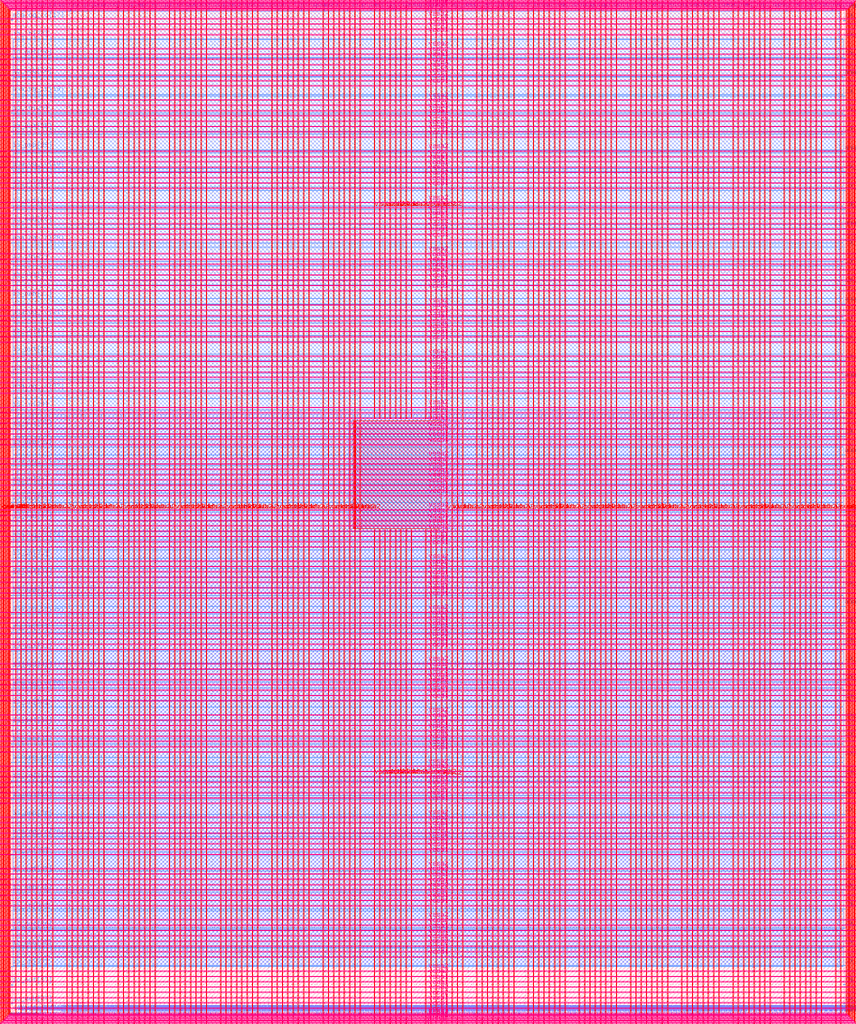
<source format=lef>
VERSION 5.7 ;
  NOWIREEXTENSIONATPIN ON ;
  DIVIDERCHAR "/" ;
  BUSBITCHARS "[]" ;
MACRO user_project_wrapper
  CLASS BLOCK ;
  FOREIGN user_project_wrapper ;
  ORIGIN 0.000 0.000 ;
  SIZE 2920.000 BY 3520.000 ;
  PIN analog_io[0]
    DIRECTION INOUT ;
    USE SIGNAL ;
    PORT
      LAYER met3 ;
        RECT 2917.600 1426.380 2924.800 1427.580 ;
    END
  END analog_io[0]
  PIN analog_io[10]
    DIRECTION INOUT ;
    USE SIGNAL ;
    PORT
      LAYER met2 ;
        RECT 2230.490 3517.600 2231.050 3524.800 ;
    END
  END analog_io[10]
  PIN analog_io[11]
    DIRECTION INOUT ;
    USE SIGNAL ;
    PORT
      LAYER met2 ;
        RECT 1905.730 3517.600 1906.290 3524.800 ;
    END
  END analog_io[11]
  PIN analog_io[12]
    DIRECTION INOUT ;
    USE SIGNAL ;
    PORT
      LAYER met2 ;
        RECT 1581.430 3517.600 1581.990 3524.800 ;
    END
  END analog_io[12]
  PIN analog_io[13]
    DIRECTION INOUT ;
    USE SIGNAL ;
    PORT
      LAYER met2 ;
        RECT 1257.130 3517.600 1257.690 3524.800 ;
    END
  END analog_io[13]
  PIN analog_io[14]
    DIRECTION INOUT ;
    USE SIGNAL ;
    PORT
      LAYER met2 ;
        RECT 932.370 3517.600 932.930 3524.800 ;
    END
  END analog_io[14]
  PIN analog_io[15]
    DIRECTION INOUT ;
    USE SIGNAL ;
    PORT
      LAYER met2 ;
        RECT 608.070 3517.600 608.630 3524.800 ;
    END
  END analog_io[15]
  PIN analog_io[16]
    DIRECTION INOUT ;
    USE SIGNAL ;
    PORT
      LAYER met2 ;
        RECT 283.770 3517.600 284.330 3524.800 ;
    END
  END analog_io[16]
  PIN analog_io[17]
    DIRECTION INOUT ;
    USE SIGNAL ;
    PORT
      LAYER met3 ;
        RECT -4.800 3486.100 2.400 3487.300 ;
    END
  END analog_io[17]
  PIN analog_io[18]
    DIRECTION INOUT ;
    USE SIGNAL ;
    PORT
      LAYER met3 ;
        RECT -4.800 3224.980 2.400 3226.180 ;
    END
  END analog_io[18]
  PIN analog_io[19]
    DIRECTION INOUT ;
    USE SIGNAL ;
    PORT
      LAYER met3 ;
        RECT -4.800 2964.540 2.400 2965.740 ;
    END
  END analog_io[19]
  PIN analog_io[1]
    DIRECTION INOUT ;
    USE SIGNAL ;
    PORT
      LAYER met3 ;
        RECT 2917.600 1692.260 2924.800 1693.460 ;
    END
  END analog_io[1]
  PIN analog_io[20]
    DIRECTION INOUT ;
    USE SIGNAL ;
    PORT
      LAYER met3 ;
        RECT -4.800 2703.420 2.400 2704.620 ;
    END
  END analog_io[20]
  PIN analog_io[21]
    DIRECTION INOUT ;
    USE SIGNAL ;
    PORT
      LAYER met3 ;
        RECT -4.800 2442.980 2.400 2444.180 ;
    END
  END analog_io[21]
  PIN analog_io[22]
    DIRECTION INOUT ;
    USE SIGNAL ;
    PORT
      LAYER met3 ;
        RECT -4.800 2182.540 2.400 2183.740 ;
    END
  END analog_io[22]
  PIN analog_io[23]
    DIRECTION INOUT ;
    USE SIGNAL ;
    PORT
      LAYER met3 ;
        RECT -4.800 1921.420 2.400 1922.620 ;
    END
  END analog_io[23]
  PIN analog_io[24]
    DIRECTION INOUT ;
    USE SIGNAL ;
    PORT
      LAYER met3 ;
        RECT -4.800 1660.980 2.400 1662.180 ;
    END
  END analog_io[24]
  PIN analog_io[25]
    DIRECTION INOUT ;
    USE SIGNAL ;
    PORT
      LAYER met3 ;
        RECT -4.800 1399.860 2.400 1401.060 ;
    END
  END analog_io[25]
  PIN analog_io[26]
    DIRECTION INOUT ;
    USE SIGNAL ;
    PORT
      LAYER met3 ;
        RECT -4.800 1139.420 2.400 1140.620 ;
    END
  END analog_io[26]
  PIN analog_io[27]
    DIRECTION INOUT ;
    USE SIGNAL ;
    PORT
      LAYER met3 ;
        RECT -4.800 878.980 2.400 880.180 ;
    END
  END analog_io[27]
  PIN analog_io[28]
    DIRECTION INOUT ;
    USE SIGNAL ;
    PORT
      LAYER met3 ;
        RECT -4.800 617.860 2.400 619.060 ;
    END
  END analog_io[28]
  PIN analog_io[2]
    DIRECTION INOUT ;
    USE SIGNAL ;
    PORT
      LAYER met3 ;
        RECT 2917.600 1958.140 2924.800 1959.340 ;
    END
  END analog_io[2]
  PIN analog_io[3]
    DIRECTION INOUT ;
    USE SIGNAL ;
    PORT
      LAYER met3 ;
        RECT 2917.600 2223.340 2924.800 2224.540 ;
    END
  END analog_io[3]
  PIN analog_io[4]
    DIRECTION INOUT ;
    USE SIGNAL ;
    PORT
      LAYER met3 ;
        RECT 2917.600 2489.220 2924.800 2490.420 ;
    END
  END analog_io[4]
  PIN analog_io[5]
    DIRECTION INOUT ;
    USE SIGNAL ;
    PORT
      LAYER met3 ;
        RECT 2917.600 2755.100 2924.800 2756.300 ;
    END
  END analog_io[5]
  PIN analog_io[6]
    DIRECTION INOUT ;
    USE SIGNAL ;
    PORT
      LAYER met3 ;
        RECT 2917.600 3020.300 2924.800 3021.500 ;
    END
  END analog_io[6]
  PIN analog_io[7]
    DIRECTION INOUT ;
    USE SIGNAL ;
    PORT
      LAYER met3 ;
        RECT 2917.600 3286.180 2924.800 3287.380 ;
    END
  END analog_io[7]
  PIN analog_io[8]
    DIRECTION INOUT ;
    USE SIGNAL ;
    PORT
      LAYER met2 ;
        RECT 2879.090 3517.600 2879.650 3524.800 ;
    END
  END analog_io[8]
  PIN analog_io[9]
    DIRECTION INOUT ;
    USE SIGNAL ;
    PORT
      LAYER met2 ;
        RECT 2554.790 3517.600 2555.350 3524.800 ;
    END
  END analog_io[9]
  PIN io_in[0]
    DIRECTION INPUT ;
    USE SIGNAL ;
    PORT
      LAYER met3 ;
        RECT 2917.600 32.380 2924.800 33.580 ;
    END
  END io_in[0]
  PIN io_in[10]
    DIRECTION INPUT ;
    USE SIGNAL ;
    PORT
      LAYER met3 ;
        RECT 2917.600 2289.980 2924.800 2291.180 ;
    END
  END io_in[10]
  PIN io_in[11]
    DIRECTION INPUT ;
    USE SIGNAL ;
    PORT
      LAYER met3 ;
        RECT 2917.600 2555.860 2924.800 2557.060 ;
    END
  END io_in[11]
  PIN io_in[12]
    DIRECTION INPUT ;
    USE SIGNAL ;
    PORT
      LAYER met3 ;
        RECT 2917.600 2821.060 2924.800 2822.260 ;
    END
  END io_in[12]
  PIN io_in[13]
    DIRECTION INPUT ;
    USE SIGNAL ;
    PORT
      LAYER met3 ;
        RECT 2917.600 3086.940 2924.800 3088.140 ;
    END
  END io_in[13]
  PIN io_in[14]
    DIRECTION INPUT ;
    USE SIGNAL ;
    PORT
      LAYER met3 ;
        RECT 2917.600 3352.820 2924.800 3354.020 ;
    END
  END io_in[14]
  PIN io_in[15]
    DIRECTION INPUT ;
    USE SIGNAL ;
    PORT
      LAYER met2 ;
        RECT 2798.130 3517.600 2798.690 3524.800 ;
    END
  END io_in[15]
  PIN io_in[16]
    DIRECTION INPUT ;
    USE SIGNAL ;
    PORT
      LAYER met2 ;
        RECT 2473.830 3517.600 2474.390 3524.800 ;
    END
  END io_in[16]
  PIN io_in[17]
    DIRECTION INPUT ;
    USE SIGNAL ;
    PORT
      LAYER met2 ;
        RECT 2149.070 3517.600 2149.630 3524.800 ;
    END
  END io_in[17]
  PIN io_in[18]
    DIRECTION INPUT ;
    USE SIGNAL ;
    PORT
      LAYER met2 ;
        RECT 1824.770 3517.600 1825.330 3524.800 ;
    END
  END io_in[18]
  PIN io_in[19]
    DIRECTION INPUT ;
    USE SIGNAL ;
    PORT
      LAYER met2 ;
        RECT 1500.470 3517.600 1501.030 3524.800 ;
    END
  END io_in[19]
  PIN io_in[1]
    DIRECTION INPUT ;
    USE SIGNAL ;
    PORT
      LAYER met3 ;
        RECT 2917.600 230.940 2924.800 232.140 ;
    END
  END io_in[1]
  PIN io_in[20]
    DIRECTION INPUT ;
    USE SIGNAL ;
    PORT
      LAYER met2 ;
        RECT 1175.710 3517.600 1176.270 3524.800 ;
    END
  END io_in[20]
  PIN io_in[21]
    DIRECTION INPUT ;
    USE SIGNAL ;
    PORT
      LAYER met2 ;
        RECT 851.410 3517.600 851.970 3524.800 ;
    END
  END io_in[21]
  PIN io_in[22]
    DIRECTION INPUT ;
    USE SIGNAL ;
    PORT
      LAYER met2 ;
        RECT 527.110 3517.600 527.670 3524.800 ;
    END
  END io_in[22]
  PIN io_in[23]
    DIRECTION INPUT ;
    USE SIGNAL ;
    PORT
      LAYER met2 ;
        RECT 202.350 3517.600 202.910 3524.800 ;
    END
  END io_in[23]
  PIN io_in[24]
    DIRECTION INPUT ;
    USE SIGNAL ;
    PORT
      LAYER met3 ;
        RECT -4.800 3420.820 2.400 3422.020 ;
    END
  END io_in[24]
  PIN io_in[25]
    DIRECTION INPUT ;
    USE SIGNAL ;
    PORT
      LAYER met3 ;
        RECT -4.800 3159.700 2.400 3160.900 ;
    END
  END io_in[25]
  PIN io_in[26]
    DIRECTION INPUT ;
    USE SIGNAL ;
    PORT
      LAYER met3 ;
        RECT -4.800 2899.260 2.400 2900.460 ;
    END
  END io_in[26]
  PIN io_in[27]
    DIRECTION INPUT ;
    USE SIGNAL ;
    PORT
      LAYER met3 ;
        RECT -4.800 2638.820 2.400 2640.020 ;
    END
  END io_in[27]
  PIN io_in[28]
    DIRECTION INPUT ;
    USE SIGNAL ;
    PORT
      LAYER met3 ;
        RECT -4.800 2377.700 2.400 2378.900 ;
    END
  END io_in[28]
  PIN io_in[29]
    DIRECTION INPUT ;
    USE SIGNAL ;
    PORT
      LAYER met3 ;
        RECT -4.800 2117.260 2.400 2118.460 ;
    END
  END io_in[29]
  PIN io_in[2]
    DIRECTION INPUT ;
    USE SIGNAL ;
    PORT
      LAYER met3 ;
        RECT 2917.600 430.180 2924.800 431.380 ;
    END
  END io_in[2]
  PIN io_in[30]
    DIRECTION INPUT ;
    USE SIGNAL ;
    PORT
      LAYER met3 ;
        RECT -4.800 1856.140 2.400 1857.340 ;
    END
  END io_in[30]
  PIN io_in[31]
    DIRECTION INPUT ;
    USE SIGNAL ;
    PORT
      LAYER met3 ;
        RECT -4.800 1595.700 2.400 1596.900 ;
    END
  END io_in[31]
  PIN io_in[32]
    DIRECTION INPUT ;
    USE SIGNAL ;
    PORT
      LAYER met3 ;
        RECT -4.800 1335.260 2.400 1336.460 ;
    END
  END io_in[32]
  PIN io_in[33]
    DIRECTION INPUT ;
    USE SIGNAL ;
    PORT
      LAYER met3 ;
        RECT -4.800 1074.140 2.400 1075.340 ;
    END
  END io_in[33]
  PIN io_in[34]
    DIRECTION INPUT ;
    USE SIGNAL ;
    PORT
      LAYER met3 ;
        RECT -4.800 813.700 2.400 814.900 ;
    END
  END io_in[34]
  PIN io_in[35]
    DIRECTION INPUT ;
    USE SIGNAL ;
    PORT
      LAYER met3 ;
        RECT -4.800 552.580 2.400 553.780 ;
    END
  END io_in[35]
  PIN io_in[36]
    DIRECTION INPUT ;
    USE SIGNAL ;
    PORT
      LAYER met3 ;
        RECT -4.800 357.420 2.400 358.620 ;
    END
  END io_in[36]
  PIN io_in[37]
    DIRECTION INPUT ;
    USE SIGNAL ;
    PORT
      LAYER met3 ;
        RECT -4.800 161.580 2.400 162.780 ;
    END
  END io_in[37]
  PIN io_in[3]
    DIRECTION INPUT ;
    USE SIGNAL ;
    PORT
      LAYER met3 ;
        RECT 2917.600 629.420 2924.800 630.620 ;
    END
  END io_in[3]
  PIN io_in[4]
    DIRECTION INPUT ;
    USE SIGNAL ;
    PORT
      LAYER met3 ;
        RECT 2917.600 828.660 2924.800 829.860 ;
    END
  END io_in[4]
  PIN io_in[5]
    DIRECTION INPUT ;
    USE SIGNAL ;
    PORT
      LAYER met3 ;
        RECT 2917.600 1027.900 2924.800 1029.100 ;
    END
  END io_in[5]
  PIN io_in[6]
    DIRECTION INPUT ;
    USE SIGNAL ;
    PORT
      LAYER met3 ;
        RECT 2917.600 1227.140 2924.800 1228.340 ;
    END
  END io_in[6]
  PIN io_in[7]
    DIRECTION INPUT ;
    USE SIGNAL ;
    PORT
      LAYER met3 ;
        RECT 2917.600 1493.020 2924.800 1494.220 ;
    END
  END io_in[7]
  PIN io_in[8]
    DIRECTION INPUT ;
    USE SIGNAL ;
    PORT
      LAYER met3 ;
        RECT 2917.600 1758.900 2924.800 1760.100 ;
    END
  END io_in[8]
  PIN io_in[9]
    DIRECTION INPUT ;
    USE SIGNAL ;
    PORT
      LAYER met3 ;
        RECT 2917.600 2024.100 2924.800 2025.300 ;
    END
  END io_in[9]
  PIN io_oeb[0]
    DIRECTION OUTPUT TRISTATE ;
    USE SIGNAL ;
    PORT
      LAYER met3 ;
        RECT 2917.600 164.980 2924.800 166.180 ;
    END
  END io_oeb[0]
  PIN io_oeb[10]
    DIRECTION OUTPUT TRISTATE ;
    USE SIGNAL ;
    PORT
      LAYER met3 ;
        RECT 2917.600 2422.580 2924.800 2423.780 ;
    END
  END io_oeb[10]
  PIN io_oeb[11]
    DIRECTION OUTPUT TRISTATE ;
    USE SIGNAL ;
    PORT
      LAYER met3 ;
        RECT 2917.600 2688.460 2924.800 2689.660 ;
    END
  END io_oeb[11]
  PIN io_oeb[12]
    DIRECTION OUTPUT TRISTATE ;
    USE SIGNAL ;
    PORT
      LAYER met3 ;
        RECT 2917.600 2954.340 2924.800 2955.540 ;
    END
  END io_oeb[12]
  PIN io_oeb[13]
    DIRECTION OUTPUT TRISTATE ;
    USE SIGNAL ;
    PORT
      LAYER met3 ;
        RECT 2917.600 3219.540 2924.800 3220.740 ;
    END
  END io_oeb[13]
  PIN io_oeb[14]
    DIRECTION OUTPUT TRISTATE ;
    USE SIGNAL ;
    PORT
      LAYER met3 ;
        RECT 2917.600 3485.420 2924.800 3486.620 ;
    END
  END io_oeb[14]
  PIN io_oeb[15]
    DIRECTION OUTPUT TRISTATE ;
    USE SIGNAL ;
    PORT
      LAYER met2 ;
        RECT 2635.750 3517.600 2636.310 3524.800 ;
    END
  END io_oeb[15]
  PIN io_oeb[16]
    DIRECTION OUTPUT TRISTATE ;
    USE SIGNAL ;
    PORT
      LAYER met2 ;
        RECT 2311.450 3517.600 2312.010 3524.800 ;
    END
  END io_oeb[16]
  PIN io_oeb[17]
    DIRECTION OUTPUT TRISTATE ;
    USE SIGNAL ;
    PORT
      LAYER met2 ;
        RECT 1987.150 3517.600 1987.710 3524.800 ;
    END
  END io_oeb[17]
  PIN io_oeb[18]
    DIRECTION OUTPUT TRISTATE ;
    USE SIGNAL ;
    PORT
      LAYER met2 ;
        RECT 1662.390 3517.600 1662.950 3524.800 ;
    END
  END io_oeb[18]
  PIN io_oeb[19]
    DIRECTION OUTPUT TRISTATE ;
    USE SIGNAL ;
    PORT
      LAYER met2 ;
        RECT 1338.090 3517.600 1338.650 3524.800 ;
    END
  END io_oeb[19]
  PIN io_oeb[1]
    DIRECTION OUTPUT TRISTATE ;
    USE SIGNAL ;
    PORT
      LAYER met3 ;
        RECT 2917.600 364.220 2924.800 365.420 ;
    END
  END io_oeb[1]
  PIN io_oeb[20]
    DIRECTION OUTPUT TRISTATE ;
    USE SIGNAL ;
    PORT
      LAYER met2 ;
        RECT 1013.790 3517.600 1014.350 3524.800 ;
    END
  END io_oeb[20]
  PIN io_oeb[21]
    DIRECTION OUTPUT TRISTATE ;
    USE SIGNAL ;
    PORT
      LAYER met2 ;
        RECT 689.030 3517.600 689.590 3524.800 ;
    END
  END io_oeb[21]
  PIN io_oeb[22]
    DIRECTION OUTPUT TRISTATE ;
    USE SIGNAL ;
    PORT
      LAYER met2 ;
        RECT 364.730 3517.600 365.290 3524.800 ;
    END
  END io_oeb[22]
  PIN io_oeb[23]
    DIRECTION OUTPUT TRISTATE ;
    USE SIGNAL ;
    PORT
      LAYER met2 ;
        RECT 40.430 3517.600 40.990 3524.800 ;
    END
  END io_oeb[23]
  PIN io_oeb[24]
    DIRECTION OUTPUT TRISTATE ;
    USE SIGNAL ;
    PORT
      LAYER met3 ;
        RECT -4.800 3290.260 2.400 3291.460 ;
    END
  END io_oeb[24]
  PIN io_oeb[25]
    DIRECTION OUTPUT TRISTATE ;
    USE SIGNAL ;
    PORT
      LAYER met3 ;
        RECT -4.800 3029.820 2.400 3031.020 ;
    END
  END io_oeb[25]
  PIN io_oeb[26]
    DIRECTION OUTPUT TRISTATE ;
    USE SIGNAL ;
    PORT
      LAYER met3 ;
        RECT -4.800 2768.700 2.400 2769.900 ;
    END
  END io_oeb[26]
  PIN io_oeb[27]
    DIRECTION OUTPUT TRISTATE ;
    USE SIGNAL ;
    PORT
      LAYER met3 ;
        RECT -4.800 2508.260 2.400 2509.460 ;
    END
  END io_oeb[27]
  PIN io_oeb[28]
    DIRECTION OUTPUT TRISTATE ;
    USE SIGNAL ;
    PORT
      LAYER met3 ;
        RECT -4.800 2247.140 2.400 2248.340 ;
    END
  END io_oeb[28]
  PIN io_oeb[29]
    DIRECTION OUTPUT TRISTATE ;
    USE SIGNAL ;
    PORT
      LAYER met3 ;
        RECT -4.800 1986.700 2.400 1987.900 ;
    END
  END io_oeb[29]
  PIN io_oeb[2]
    DIRECTION OUTPUT TRISTATE ;
    USE SIGNAL ;
    PORT
      LAYER met3 ;
        RECT 2917.600 563.460 2924.800 564.660 ;
    END
  END io_oeb[2]
  PIN io_oeb[30]
    DIRECTION OUTPUT TRISTATE ;
    USE SIGNAL ;
    PORT
      LAYER met3 ;
        RECT -4.800 1726.260 2.400 1727.460 ;
    END
  END io_oeb[30]
  PIN io_oeb[31]
    DIRECTION OUTPUT TRISTATE ;
    USE SIGNAL ;
    PORT
      LAYER met3 ;
        RECT -4.800 1465.140 2.400 1466.340 ;
    END
  END io_oeb[31]
  PIN io_oeb[32]
    DIRECTION OUTPUT TRISTATE ;
    USE SIGNAL ;
    PORT
      LAYER met3 ;
        RECT -4.800 1204.700 2.400 1205.900 ;
    END
  END io_oeb[32]
  PIN io_oeb[33]
    DIRECTION OUTPUT TRISTATE ;
    USE SIGNAL ;
    PORT
      LAYER met3 ;
        RECT -4.800 943.580 2.400 944.780 ;
    END
  END io_oeb[33]
  PIN io_oeb[34]
    DIRECTION OUTPUT TRISTATE ;
    USE SIGNAL ;
    PORT
      LAYER met3 ;
        RECT -4.800 683.140 2.400 684.340 ;
    END
  END io_oeb[34]
  PIN io_oeb[35]
    DIRECTION OUTPUT TRISTATE ;
    USE SIGNAL ;
    PORT
      LAYER met3 ;
        RECT -4.800 422.700 2.400 423.900 ;
    END
  END io_oeb[35]
  PIN io_oeb[36]
    DIRECTION OUTPUT TRISTATE ;
    USE SIGNAL ;
    PORT
      LAYER met3 ;
        RECT -4.800 226.860 2.400 228.060 ;
    END
  END io_oeb[36]
  PIN io_oeb[37]
    DIRECTION OUTPUT TRISTATE ;
    USE SIGNAL ;
    PORT
      LAYER met3 ;
        RECT -4.800 31.700 2.400 32.900 ;
    END
  END io_oeb[37]
  PIN io_oeb[3]
    DIRECTION OUTPUT TRISTATE ;
    USE SIGNAL ;
    PORT
      LAYER met3 ;
        RECT 2917.600 762.700 2924.800 763.900 ;
    END
  END io_oeb[3]
  PIN io_oeb[4]
    DIRECTION OUTPUT TRISTATE ;
    USE SIGNAL ;
    PORT
      LAYER met3 ;
        RECT 2917.600 961.940 2924.800 963.140 ;
    END
  END io_oeb[4]
  PIN io_oeb[5]
    DIRECTION OUTPUT TRISTATE ;
    USE SIGNAL ;
    PORT
      LAYER met3 ;
        RECT 2917.600 1161.180 2924.800 1162.380 ;
    END
  END io_oeb[5]
  PIN io_oeb[6]
    DIRECTION OUTPUT TRISTATE ;
    USE SIGNAL ;
    PORT
      LAYER met3 ;
        RECT 2917.600 1360.420 2924.800 1361.620 ;
    END
  END io_oeb[6]
  PIN io_oeb[7]
    DIRECTION OUTPUT TRISTATE ;
    USE SIGNAL ;
    PORT
      LAYER met3 ;
        RECT 2917.600 1625.620 2924.800 1626.820 ;
    END
  END io_oeb[7]
  PIN io_oeb[8]
    DIRECTION OUTPUT TRISTATE ;
    USE SIGNAL ;
    PORT
      LAYER met3 ;
        RECT 2917.600 1891.500 2924.800 1892.700 ;
    END
  END io_oeb[8]
  PIN io_oeb[9]
    DIRECTION OUTPUT TRISTATE ;
    USE SIGNAL ;
    PORT
      LAYER met3 ;
        RECT 2917.600 2157.380 2924.800 2158.580 ;
    END
  END io_oeb[9]
  PIN io_out[0]
    DIRECTION OUTPUT TRISTATE ;
    USE SIGNAL ;
    PORT
      LAYER met3 ;
        RECT 2917.600 98.340 2924.800 99.540 ;
    END
  END io_out[0]
  PIN io_out[10]
    DIRECTION OUTPUT TRISTATE ;
    USE SIGNAL ;
    PORT
      LAYER met3 ;
        RECT 2917.600 2356.620 2924.800 2357.820 ;
    END
  END io_out[10]
  PIN io_out[11]
    DIRECTION OUTPUT TRISTATE ;
    USE SIGNAL ;
    PORT
      LAYER met3 ;
        RECT 2917.600 2621.820 2924.800 2623.020 ;
    END
  END io_out[11]
  PIN io_out[12]
    DIRECTION OUTPUT TRISTATE ;
    USE SIGNAL ;
    PORT
      LAYER met3 ;
        RECT 2917.600 2887.700 2924.800 2888.900 ;
    END
  END io_out[12]
  PIN io_out[13]
    DIRECTION OUTPUT TRISTATE ;
    USE SIGNAL ;
    PORT
      LAYER met3 ;
        RECT 2917.600 3153.580 2924.800 3154.780 ;
    END
  END io_out[13]
  PIN io_out[14]
    DIRECTION OUTPUT TRISTATE ;
    USE SIGNAL ;
    PORT
      LAYER met3 ;
        RECT 2917.600 3418.780 2924.800 3419.980 ;
    END
  END io_out[14]
  PIN io_out[15]
    DIRECTION OUTPUT TRISTATE ;
    USE SIGNAL ;
    PORT
      LAYER met2 ;
        RECT 2717.170 3517.600 2717.730 3524.800 ;
    END
  END io_out[15]
  PIN io_out[16]
    DIRECTION OUTPUT TRISTATE ;
    USE SIGNAL ;
    PORT
      LAYER met2 ;
        RECT 2392.410 3517.600 2392.970 3524.800 ;
    END
  END io_out[16]
  PIN io_out[17]
    DIRECTION OUTPUT TRISTATE ;
    USE SIGNAL ;
    PORT
      LAYER met2 ;
        RECT 2068.110 3517.600 2068.670 3524.800 ;
    END
  END io_out[17]
  PIN io_out[18]
    DIRECTION OUTPUT TRISTATE ;
    USE SIGNAL ;
    PORT
      LAYER met2 ;
        RECT 1743.810 3517.600 1744.370 3524.800 ;
    END
  END io_out[18]
  PIN io_out[19]
    DIRECTION OUTPUT TRISTATE ;
    USE SIGNAL ;
    PORT
      LAYER met2 ;
        RECT 1419.050 3517.600 1419.610 3524.800 ;
    END
  END io_out[19]
  PIN io_out[1]
    DIRECTION OUTPUT TRISTATE ;
    USE SIGNAL ;
    PORT
      LAYER met3 ;
        RECT 2917.600 297.580 2924.800 298.780 ;
    END
  END io_out[1]
  PIN io_out[20]
    DIRECTION OUTPUT TRISTATE ;
    USE SIGNAL ;
    PORT
      LAYER met2 ;
        RECT 1094.750 3517.600 1095.310 3524.800 ;
    END
  END io_out[20]
  PIN io_out[21]
    DIRECTION OUTPUT TRISTATE ;
    USE SIGNAL ;
    PORT
      LAYER met2 ;
        RECT 770.450 3517.600 771.010 3524.800 ;
    END
  END io_out[21]
  PIN io_out[22]
    DIRECTION OUTPUT TRISTATE ;
    USE SIGNAL ;
    PORT
      LAYER met2 ;
        RECT 445.690 3517.600 446.250 3524.800 ;
    END
  END io_out[22]
  PIN io_out[23]
    DIRECTION OUTPUT TRISTATE ;
    USE SIGNAL ;
    PORT
      LAYER met2 ;
        RECT 121.390 3517.600 121.950 3524.800 ;
    END
  END io_out[23]
  PIN io_out[24]
    DIRECTION OUTPUT TRISTATE ;
    USE SIGNAL ;
    PORT
      LAYER met3 ;
        RECT -4.800 3355.540 2.400 3356.740 ;
    END
  END io_out[24]
  PIN io_out[25]
    DIRECTION OUTPUT TRISTATE ;
    USE SIGNAL ;
    PORT
      LAYER met3 ;
        RECT -4.800 3095.100 2.400 3096.300 ;
    END
  END io_out[25]
  PIN io_out[26]
    DIRECTION OUTPUT TRISTATE ;
    USE SIGNAL ;
    PORT
      LAYER met3 ;
        RECT -4.800 2833.980 2.400 2835.180 ;
    END
  END io_out[26]
  PIN io_out[27]
    DIRECTION OUTPUT TRISTATE ;
    USE SIGNAL ;
    PORT
      LAYER met3 ;
        RECT -4.800 2573.540 2.400 2574.740 ;
    END
  END io_out[27]
  PIN io_out[28]
    DIRECTION OUTPUT TRISTATE ;
    USE SIGNAL ;
    PORT
      LAYER met3 ;
        RECT -4.800 2312.420 2.400 2313.620 ;
    END
  END io_out[28]
  PIN io_out[29]
    DIRECTION OUTPUT TRISTATE ;
    USE SIGNAL ;
    PORT
      LAYER met3 ;
        RECT -4.800 2051.980 2.400 2053.180 ;
    END
  END io_out[29]
  PIN io_out[2]
    DIRECTION OUTPUT TRISTATE ;
    USE SIGNAL ;
    PORT
      LAYER met3 ;
        RECT 2917.600 496.820 2924.800 498.020 ;
    END
  END io_out[2]
  PIN io_out[30]
    DIRECTION OUTPUT TRISTATE ;
    USE SIGNAL ;
    PORT
      LAYER met3 ;
        RECT -4.800 1791.540 2.400 1792.740 ;
    END
  END io_out[30]
  PIN io_out[31]
    DIRECTION OUTPUT TRISTATE ;
    USE SIGNAL ;
    PORT
      LAYER met3 ;
        RECT -4.800 1530.420 2.400 1531.620 ;
    END
  END io_out[31]
  PIN io_out[32]
    DIRECTION OUTPUT TRISTATE ;
    USE SIGNAL ;
    PORT
      LAYER met3 ;
        RECT -4.800 1269.980 2.400 1271.180 ;
    END
  END io_out[32]
  PIN io_out[33]
    DIRECTION OUTPUT TRISTATE ;
    USE SIGNAL ;
    PORT
      LAYER met3 ;
        RECT -4.800 1008.860 2.400 1010.060 ;
    END
  END io_out[33]
  PIN io_out[34]
    DIRECTION OUTPUT TRISTATE ;
    USE SIGNAL ;
    PORT
      LAYER met3 ;
        RECT -4.800 748.420 2.400 749.620 ;
    END
  END io_out[34]
  PIN io_out[35]
    DIRECTION OUTPUT TRISTATE ;
    USE SIGNAL ;
    PORT
      LAYER met3 ;
        RECT -4.800 487.300 2.400 488.500 ;
    END
  END io_out[35]
  PIN io_out[36]
    DIRECTION OUTPUT TRISTATE ;
    USE SIGNAL ;
    PORT
      LAYER met3 ;
        RECT -4.800 292.140 2.400 293.340 ;
    END
  END io_out[36]
  PIN io_out[37]
    DIRECTION OUTPUT TRISTATE ;
    USE SIGNAL ;
    PORT
      LAYER met3 ;
        RECT -4.800 96.300 2.400 97.500 ;
    END
  END io_out[37]
  PIN io_out[3]
    DIRECTION OUTPUT TRISTATE ;
    USE SIGNAL ;
    PORT
      LAYER met3 ;
        RECT 2917.600 696.060 2924.800 697.260 ;
    END
  END io_out[3]
  PIN io_out[4]
    DIRECTION OUTPUT TRISTATE ;
    USE SIGNAL ;
    PORT
      LAYER met3 ;
        RECT 2917.600 895.300 2924.800 896.500 ;
    END
  END io_out[4]
  PIN io_out[5]
    DIRECTION OUTPUT TRISTATE ;
    USE SIGNAL ;
    PORT
      LAYER met3 ;
        RECT 2917.600 1094.540 2924.800 1095.740 ;
    END
  END io_out[5]
  PIN io_out[6]
    DIRECTION OUTPUT TRISTATE ;
    USE SIGNAL ;
    PORT
      LAYER met3 ;
        RECT 2917.600 1293.780 2924.800 1294.980 ;
    END
  END io_out[6]
  PIN io_out[7]
    DIRECTION OUTPUT TRISTATE ;
    USE SIGNAL ;
    PORT
      LAYER met3 ;
        RECT 2917.600 1559.660 2924.800 1560.860 ;
    END
  END io_out[7]
  PIN io_out[8]
    DIRECTION OUTPUT TRISTATE ;
    USE SIGNAL ;
    PORT
      LAYER met3 ;
        RECT 2917.600 1824.860 2924.800 1826.060 ;
    END
  END io_out[8]
  PIN io_out[9]
    DIRECTION OUTPUT TRISTATE ;
    USE SIGNAL ;
    PORT
      LAYER met3 ;
        RECT 2917.600 2090.740 2924.800 2091.940 ;
    END
  END io_out[9]
  PIN la_data_in[0]
    DIRECTION INPUT ;
    USE SIGNAL ;
    PORT
      LAYER met2 ;
        RECT 629.230 -4.800 629.790 2.400 ;
    END
  END la_data_in[0]
  PIN la_data_in[100]
    DIRECTION INPUT ;
    USE SIGNAL ;
    PORT
      LAYER met2 ;
        RECT 2402.530 -4.800 2403.090 2.400 ;
    END
  END la_data_in[100]
  PIN la_data_in[101]
    DIRECTION INPUT ;
    USE SIGNAL ;
    PORT
      LAYER met2 ;
        RECT 2420.010 -4.800 2420.570 2.400 ;
    END
  END la_data_in[101]
  PIN la_data_in[102]
    DIRECTION INPUT ;
    USE SIGNAL ;
    PORT
      LAYER met2 ;
        RECT 2437.950 -4.800 2438.510 2.400 ;
    END
  END la_data_in[102]
  PIN la_data_in[103]
    DIRECTION INPUT ;
    USE SIGNAL ;
    PORT
      LAYER met2 ;
        RECT 2455.430 -4.800 2455.990 2.400 ;
    END
  END la_data_in[103]
  PIN la_data_in[104]
    DIRECTION INPUT ;
    USE SIGNAL ;
    PORT
      LAYER met2 ;
        RECT 2473.370 -4.800 2473.930 2.400 ;
    END
  END la_data_in[104]
  PIN la_data_in[105]
    DIRECTION INPUT ;
    USE SIGNAL ;
    PORT
      LAYER met2 ;
        RECT 2490.850 -4.800 2491.410 2.400 ;
    END
  END la_data_in[105]
  PIN la_data_in[106]
    DIRECTION INPUT ;
    USE SIGNAL ;
    PORT
      LAYER met2 ;
        RECT 2508.790 -4.800 2509.350 2.400 ;
    END
  END la_data_in[106]
  PIN la_data_in[107]
    DIRECTION INPUT ;
    USE SIGNAL ;
    PORT
      LAYER met2 ;
        RECT 2526.730 -4.800 2527.290 2.400 ;
    END
  END la_data_in[107]
  PIN la_data_in[108]
    DIRECTION INPUT ;
    USE SIGNAL ;
    PORT
      LAYER met2 ;
        RECT 2544.210 -4.800 2544.770 2.400 ;
    END
  END la_data_in[108]
  PIN la_data_in[109]
    DIRECTION INPUT ;
    USE SIGNAL ;
    PORT
      LAYER met2 ;
        RECT 2562.150 -4.800 2562.710 2.400 ;
    END
  END la_data_in[109]
  PIN la_data_in[10]
    DIRECTION INPUT ;
    USE SIGNAL ;
    PORT
      LAYER met2 ;
        RECT 806.330 -4.800 806.890 2.400 ;
    END
  END la_data_in[10]
  PIN la_data_in[110]
    DIRECTION INPUT ;
    USE SIGNAL ;
    PORT
      LAYER met2 ;
        RECT 2579.630 -4.800 2580.190 2.400 ;
    END
  END la_data_in[110]
  PIN la_data_in[111]
    DIRECTION INPUT ;
    USE SIGNAL ;
    PORT
      LAYER met2 ;
        RECT 2597.570 -4.800 2598.130 2.400 ;
    END
  END la_data_in[111]
  PIN la_data_in[112]
    DIRECTION INPUT ;
    USE SIGNAL ;
    PORT
      LAYER met2 ;
        RECT 2615.050 -4.800 2615.610 2.400 ;
    END
  END la_data_in[112]
  PIN la_data_in[113]
    DIRECTION INPUT ;
    USE SIGNAL ;
    PORT
      LAYER met2 ;
        RECT 2632.990 -4.800 2633.550 2.400 ;
    END
  END la_data_in[113]
  PIN la_data_in[114]
    DIRECTION INPUT ;
    USE SIGNAL ;
    PORT
      LAYER met2 ;
        RECT 2650.470 -4.800 2651.030 2.400 ;
    END
  END la_data_in[114]
  PIN la_data_in[115]
    DIRECTION INPUT ;
    USE SIGNAL ;
    PORT
      LAYER met2 ;
        RECT 2668.410 -4.800 2668.970 2.400 ;
    END
  END la_data_in[115]
  PIN la_data_in[116]
    DIRECTION INPUT ;
    USE SIGNAL ;
    PORT
      LAYER met2 ;
        RECT 2685.890 -4.800 2686.450 2.400 ;
    END
  END la_data_in[116]
  PIN la_data_in[117]
    DIRECTION INPUT ;
    USE SIGNAL ;
    PORT
      LAYER met2 ;
        RECT 2703.830 -4.800 2704.390 2.400 ;
    END
  END la_data_in[117]
  PIN la_data_in[118]
    DIRECTION INPUT ;
    USE SIGNAL ;
    PORT
      LAYER met2 ;
        RECT 2721.770 -4.800 2722.330 2.400 ;
    END
  END la_data_in[118]
  PIN la_data_in[119]
    DIRECTION INPUT ;
    USE SIGNAL ;
    PORT
      LAYER met2 ;
        RECT 2739.250 -4.800 2739.810 2.400 ;
    END
  END la_data_in[119]
  PIN la_data_in[11]
    DIRECTION INPUT ;
    USE SIGNAL ;
    PORT
      LAYER met2 ;
        RECT 824.270 -4.800 824.830 2.400 ;
    END
  END la_data_in[11]
  PIN la_data_in[120]
    DIRECTION INPUT ;
    USE SIGNAL ;
    PORT
      LAYER met2 ;
        RECT 2757.190 -4.800 2757.750 2.400 ;
    END
  END la_data_in[120]
  PIN la_data_in[121]
    DIRECTION INPUT ;
    USE SIGNAL ;
    PORT
      LAYER met2 ;
        RECT 2774.670 -4.800 2775.230 2.400 ;
    END
  END la_data_in[121]
  PIN la_data_in[122]
    DIRECTION INPUT ;
    USE SIGNAL ;
    PORT
      LAYER met2 ;
        RECT 2792.610 -4.800 2793.170 2.400 ;
    END
  END la_data_in[122]
  PIN la_data_in[123]
    DIRECTION INPUT ;
    USE SIGNAL ;
    PORT
      LAYER met2 ;
        RECT 2810.090 -4.800 2810.650 2.400 ;
    END
  END la_data_in[123]
  PIN la_data_in[124]
    DIRECTION INPUT ;
    USE SIGNAL ;
    PORT
      LAYER met2 ;
        RECT 2828.030 -4.800 2828.590 2.400 ;
    END
  END la_data_in[124]
  PIN la_data_in[125]
    DIRECTION INPUT ;
    USE SIGNAL ;
    PORT
      LAYER met2 ;
        RECT 2845.510 -4.800 2846.070 2.400 ;
    END
  END la_data_in[125]
  PIN la_data_in[126]
    DIRECTION INPUT ;
    USE SIGNAL ;
    PORT
      LAYER met2 ;
        RECT 2863.450 -4.800 2864.010 2.400 ;
    END
  END la_data_in[126]
  PIN la_data_in[127]
    DIRECTION INPUT ;
    USE SIGNAL ;
    PORT
      LAYER met2 ;
        RECT 2881.390 -4.800 2881.950 2.400 ;
    END
  END la_data_in[127]
  PIN la_data_in[12]
    DIRECTION INPUT ;
    USE SIGNAL ;
    PORT
      LAYER met2 ;
        RECT 841.750 -4.800 842.310 2.400 ;
    END
  END la_data_in[12]
  PIN la_data_in[13]
    DIRECTION INPUT ;
    USE SIGNAL ;
    PORT
      LAYER met2 ;
        RECT 859.690 -4.800 860.250 2.400 ;
    END
  END la_data_in[13]
  PIN la_data_in[14]
    DIRECTION INPUT ;
    USE SIGNAL ;
    PORT
      LAYER met2 ;
        RECT 877.170 -4.800 877.730 2.400 ;
    END
  END la_data_in[14]
  PIN la_data_in[15]
    DIRECTION INPUT ;
    USE SIGNAL ;
    PORT
      LAYER met2 ;
        RECT 895.110 -4.800 895.670 2.400 ;
    END
  END la_data_in[15]
  PIN la_data_in[16]
    DIRECTION INPUT ;
    USE SIGNAL ;
    PORT
      LAYER met2 ;
        RECT 912.590 -4.800 913.150 2.400 ;
    END
  END la_data_in[16]
  PIN la_data_in[17]
    DIRECTION INPUT ;
    USE SIGNAL ;
    PORT
      LAYER met2 ;
        RECT 930.530 -4.800 931.090 2.400 ;
    END
  END la_data_in[17]
  PIN la_data_in[18]
    DIRECTION INPUT ;
    USE SIGNAL ;
    PORT
      LAYER met2 ;
        RECT 948.470 -4.800 949.030 2.400 ;
    END
  END la_data_in[18]
  PIN la_data_in[19]
    DIRECTION INPUT ;
    USE SIGNAL ;
    PORT
      LAYER met2 ;
        RECT 965.950 -4.800 966.510 2.400 ;
    END
  END la_data_in[19]
  PIN la_data_in[1]
    DIRECTION INPUT ;
    USE SIGNAL ;
    PORT
      LAYER met2 ;
        RECT 646.710 -4.800 647.270 2.400 ;
    END
  END la_data_in[1]
  PIN la_data_in[20]
    DIRECTION INPUT ;
    USE SIGNAL ;
    PORT
      LAYER met2 ;
        RECT 983.890 -4.800 984.450 2.400 ;
    END
  END la_data_in[20]
  PIN la_data_in[21]
    DIRECTION INPUT ;
    USE SIGNAL ;
    PORT
      LAYER met2 ;
        RECT 1001.370 -4.800 1001.930 2.400 ;
    END
  END la_data_in[21]
  PIN la_data_in[22]
    DIRECTION INPUT ;
    USE SIGNAL ;
    PORT
      LAYER met2 ;
        RECT 1019.310 -4.800 1019.870 2.400 ;
    END
  END la_data_in[22]
  PIN la_data_in[23]
    DIRECTION INPUT ;
    USE SIGNAL ;
    PORT
      LAYER met2 ;
        RECT 1036.790 -4.800 1037.350 2.400 ;
    END
  END la_data_in[23]
  PIN la_data_in[24]
    DIRECTION INPUT ;
    USE SIGNAL ;
    PORT
      LAYER met2 ;
        RECT 1054.730 -4.800 1055.290 2.400 ;
    END
  END la_data_in[24]
  PIN la_data_in[25]
    DIRECTION INPUT ;
    USE SIGNAL ;
    PORT
      LAYER met2 ;
        RECT 1072.210 -4.800 1072.770 2.400 ;
    END
  END la_data_in[25]
  PIN la_data_in[26]
    DIRECTION INPUT ;
    USE SIGNAL ;
    PORT
      LAYER met2 ;
        RECT 1090.150 -4.800 1090.710 2.400 ;
    END
  END la_data_in[26]
  PIN la_data_in[27]
    DIRECTION INPUT ;
    USE SIGNAL ;
    PORT
      LAYER met2 ;
        RECT 1107.630 -4.800 1108.190 2.400 ;
    END
  END la_data_in[27]
  PIN la_data_in[28]
    DIRECTION INPUT ;
    USE SIGNAL ;
    PORT
      LAYER met2 ;
        RECT 1125.570 -4.800 1126.130 2.400 ;
    END
  END la_data_in[28]
  PIN la_data_in[29]
    DIRECTION INPUT ;
    USE SIGNAL ;
    PORT
      LAYER met2 ;
        RECT 1143.510 -4.800 1144.070 2.400 ;
    END
  END la_data_in[29]
  PIN la_data_in[2]
    DIRECTION INPUT ;
    USE SIGNAL ;
    PORT
      LAYER met2 ;
        RECT 664.650 -4.800 665.210 2.400 ;
    END
  END la_data_in[2]
  PIN la_data_in[30]
    DIRECTION INPUT ;
    USE SIGNAL ;
    PORT
      LAYER met2 ;
        RECT 1160.990 -4.800 1161.550 2.400 ;
    END
  END la_data_in[30]
  PIN la_data_in[31]
    DIRECTION INPUT ;
    USE SIGNAL ;
    PORT
      LAYER met2 ;
        RECT 1178.930 -4.800 1179.490 2.400 ;
    END
  END la_data_in[31]
  PIN la_data_in[32]
    DIRECTION INPUT ;
    USE SIGNAL ;
    PORT
      LAYER met2 ;
        RECT 1196.410 -4.800 1196.970 2.400 ;
    END
  END la_data_in[32]
  PIN la_data_in[33]
    DIRECTION INPUT ;
    USE SIGNAL ;
    PORT
      LAYER met2 ;
        RECT 1214.350 -4.800 1214.910 2.400 ;
    END
  END la_data_in[33]
  PIN la_data_in[34]
    DIRECTION INPUT ;
    USE SIGNAL ;
    PORT
      LAYER met2 ;
        RECT 1231.830 -4.800 1232.390 2.400 ;
    END
  END la_data_in[34]
  PIN la_data_in[35]
    DIRECTION INPUT ;
    USE SIGNAL ;
    PORT
      LAYER met2 ;
        RECT 1249.770 -4.800 1250.330 2.400 ;
    END
  END la_data_in[35]
  PIN la_data_in[36]
    DIRECTION INPUT ;
    USE SIGNAL ;
    PORT
      LAYER met2 ;
        RECT 1267.250 -4.800 1267.810 2.400 ;
    END
  END la_data_in[36]
  PIN la_data_in[37]
    DIRECTION INPUT ;
    USE SIGNAL ;
    PORT
      LAYER met2 ;
        RECT 1285.190 -4.800 1285.750 2.400 ;
    END
  END la_data_in[37]
  PIN la_data_in[38]
    DIRECTION INPUT ;
    USE SIGNAL ;
    PORT
      LAYER met2 ;
        RECT 1303.130 -4.800 1303.690 2.400 ;
    END
  END la_data_in[38]
  PIN la_data_in[39]
    DIRECTION INPUT ;
    USE SIGNAL ;
    PORT
      LAYER met2 ;
        RECT 1320.610 -4.800 1321.170 2.400 ;
    END
  END la_data_in[39]
  PIN la_data_in[3]
    DIRECTION INPUT ;
    USE SIGNAL ;
    PORT
      LAYER met2 ;
        RECT 682.130 -4.800 682.690 2.400 ;
    END
  END la_data_in[3]
  PIN la_data_in[40]
    DIRECTION INPUT ;
    USE SIGNAL ;
    PORT
      LAYER met2 ;
        RECT 1338.550 -4.800 1339.110 2.400 ;
    END
  END la_data_in[40]
  PIN la_data_in[41]
    DIRECTION INPUT ;
    USE SIGNAL ;
    PORT
      LAYER met2 ;
        RECT 1356.030 -4.800 1356.590 2.400 ;
    END
  END la_data_in[41]
  PIN la_data_in[42]
    DIRECTION INPUT ;
    USE SIGNAL ;
    PORT
      LAYER met2 ;
        RECT 1373.970 -4.800 1374.530 2.400 ;
    END
  END la_data_in[42]
  PIN la_data_in[43]
    DIRECTION INPUT ;
    USE SIGNAL ;
    PORT
      LAYER met2 ;
        RECT 1391.450 -4.800 1392.010 2.400 ;
    END
  END la_data_in[43]
  PIN la_data_in[44]
    DIRECTION INPUT ;
    USE SIGNAL ;
    PORT
      LAYER met2 ;
        RECT 1409.390 -4.800 1409.950 2.400 ;
    END
  END la_data_in[44]
  PIN la_data_in[45]
    DIRECTION INPUT ;
    USE SIGNAL ;
    PORT
      LAYER met2 ;
        RECT 1426.870 -4.800 1427.430 2.400 ;
    END
  END la_data_in[45]
  PIN la_data_in[46]
    DIRECTION INPUT ;
    USE SIGNAL ;
    PORT
      LAYER met2 ;
        RECT 1444.810 -4.800 1445.370 2.400 ;
    END
  END la_data_in[46]
  PIN la_data_in[47]
    DIRECTION INPUT ;
    USE SIGNAL ;
    PORT
      LAYER met2 ;
        RECT 1462.750 -4.800 1463.310 2.400 ;
    END
  END la_data_in[47]
  PIN la_data_in[48]
    DIRECTION INPUT ;
    USE SIGNAL ;
    PORT
      LAYER met2 ;
        RECT 1480.230 -4.800 1480.790 2.400 ;
    END
  END la_data_in[48]
  PIN la_data_in[49]
    DIRECTION INPUT ;
    USE SIGNAL ;
    PORT
      LAYER met2 ;
        RECT 1498.170 -4.800 1498.730 2.400 ;
    END
  END la_data_in[49]
  PIN la_data_in[4]
    DIRECTION INPUT ;
    USE SIGNAL ;
    PORT
      LAYER met2 ;
        RECT 700.070 -4.800 700.630 2.400 ;
    END
  END la_data_in[4]
  PIN la_data_in[50]
    DIRECTION INPUT ;
    USE SIGNAL ;
    PORT
      LAYER met2 ;
        RECT 1515.650 -4.800 1516.210 2.400 ;
    END
  END la_data_in[50]
  PIN la_data_in[51]
    DIRECTION INPUT ;
    USE SIGNAL ;
    PORT
      LAYER met2 ;
        RECT 1533.590 -4.800 1534.150 2.400 ;
    END
  END la_data_in[51]
  PIN la_data_in[52]
    DIRECTION INPUT ;
    USE SIGNAL ;
    PORT
      LAYER met2 ;
        RECT 1551.070 -4.800 1551.630 2.400 ;
    END
  END la_data_in[52]
  PIN la_data_in[53]
    DIRECTION INPUT ;
    USE SIGNAL ;
    PORT
      LAYER met2 ;
        RECT 1569.010 -4.800 1569.570 2.400 ;
    END
  END la_data_in[53]
  PIN la_data_in[54]
    DIRECTION INPUT ;
    USE SIGNAL ;
    PORT
      LAYER met2 ;
        RECT 1586.490 -4.800 1587.050 2.400 ;
    END
  END la_data_in[54]
  PIN la_data_in[55]
    DIRECTION INPUT ;
    USE SIGNAL ;
    PORT
      LAYER met2 ;
        RECT 1604.430 -4.800 1604.990 2.400 ;
    END
  END la_data_in[55]
  PIN la_data_in[56]
    DIRECTION INPUT ;
    USE SIGNAL ;
    PORT
      LAYER met2 ;
        RECT 1621.910 -4.800 1622.470 2.400 ;
    END
  END la_data_in[56]
  PIN la_data_in[57]
    DIRECTION INPUT ;
    USE SIGNAL ;
    PORT
      LAYER met2 ;
        RECT 1639.850 -4.800 1640.410 2.400 ;
    END
  END la_data_in[57]
  PIN la_data_in[58]
    DIRECTION INPUT ;
    USE SIGNAL ;
    PORT
      LAYER met2 ;
        RECT 1657.790 -4.800 1658.350 2.400 ;
    END
  END la_data_in[58]
  PIN la_data_in[59]
    DIRECTION INPUT ;
    USE SIGNAL ;
    PORT
      LAYER met2 ;
        RECT 1675.270 -4.800 1675.830 2.400 ;
    END
  END la_data_in[59]
  PIN la_data_in[5]
    DIRECTION INPUT ;
    USE SIGNAL ;
    PORT
      LAYER met2 ;
        RECT 717.550 -4.800 718.110 2.400 ;
    END
  END la_data_in[5]
  PIN la_data_in[60]
    DIRECTION INPUT ;
    USE SIGNAL ;
    PORT
      LAYER met2 ;
        RECT 1693.210 -4.800 1693.770 2.400 ;
    END
  END la_data_in[60]
  PIN la_data_in[61]
    DIRECTION INPUT ;
    USE SIGNAL ;
    PORT
      LAYER met2 ;
        RECT 1710.690 -4.800 1711.250 2.400 ;
    END
  END la_data_in[61]
  PIN la_data_in[62]
    DIRECTION INPUT ;
    USE SIGNAL ;
    PORT
      LAYER met2 ;
        RECT 1728.630 -4.800 1729.190 2.400 ;
    END
  END la_data_in[62]
  PIN la_data_in[63]
    DIRECTION INPUT ;
    USE SIGNAL ;
    PORT
      LAYER met2 ;
        RECT 1746.110 -4.800 1746.670 2.400 ;
    END
  END la_data_in[63]
  PIN la_data_in[64]
    DIRECTION INPUT ;
    USE SIGNAL ;
    PORT
      LAYER met2 ;
        RECT 1764.050 -4.800 1764.610 2.400 ;
    END
  END la_data_in[64]
  PIN la_data_in[65]
    DIRECTION INPUT ;
    USE SIGNAL ;
    PORT
      LAYER met2 ;
        RECT 1781.530 -4.800 1782.090 2.400 ;
    END
  END la_data_in[65]
  PIN la_data_in[66]
    DIRECTION INPUT ;
    USE SIGNAL ;
    PORT
      LAYER met2 ;
        RECT 1799.470 -4.800 1800.030 2.400 ;
    END
  END la_data_in[66]
  PIN la_data_in[67]
    DIRECTION INPUT ;
    USE SIGNAL ;
    PORT
      LAYER met2 ;
        RECT 1817.410 -4.800 1817.970 2.400 ;
    END
  END la_data_in[67]
  PIN la_data_in[68]
    DIRECTION INPUT ;
    USE SIGNAL ;
    PORT
      LAYER met2 ;
        RECT 1834.890 -4.800 1835.450 2.400 ;
    END
  END la_data_in[68]
  PIN la_data_in[69]
    DIRECTION INPUT ;
    USE SIGNAL ;
    PORT
      LAYER met2 ;
        RECT 1852.830 -4.800 1853.390 2.400 ;
    END
  END la_data_in[69]
  PIN la_data_in[6]
    DIRECTION INPUT ;
    USE SIGNAL ;
    PORT
      LAYER met2 ;
        RECT 735.490 -4.800 736.050 2.400 ;
    END
  END la_data_in[6]
  PIN la_data_in[70]
    DIRECTION INPUT ;
    USE SIGNAL ;
    PORT
      LAYER met2 ;
        RECT 1870.310 -4.800 1870.870 2.400 ;
    END
  END la_data_in[70]
  PIN la_data_in[71]
    DIRECTION INPUT ;
    USE SIGNAL ;
    PORT
      LAYER met2 ;
        RECT 1888.250 -4.800 1888.810 2.400 ;
    END
  END la_data_in[71]
  PIN la_data_in[72]
    DIRECTION INPUT ;
    USE SIGNAL ;
    PORT
      LAYER met2 ;
        RECT 1905.730 -4.800 1906.290 2.400 ;
    END
  END la_data_in[72]
  PIN la_data_in[73]
    DIRECTION INPUT ;
    USE SIGNAL ;
    PORT
      LAYER met2 ;
        RECT 1923.670 -4.800 1924.230 2.400 ;
    END
  END la_data_in[73]
  PIN la_data_in[74]
    DIRECTION INPUT ;
    USE SIGNAL ;
    PORT
      LAYER met2 ;
        RECT 1941.150 -4.800 1941.710 2.400 ;
    END
  END la_data_in[74]
  PIN la_data_in[75]
    DIRECTION INPUT ;
    USE SIGNAL ;
    PORT
      LAYER met2 ;
        RECT 1959.090 -4.800 1959.650 2.400 ;
    END
  END la_data_in[75]
  PIN la_data_in[76]
    DIRECTION INPUT ;
    USE SIGNAL ;
    PORT
      LAYER met2 ;
        RECT 1976.570 -4.800 1977.130 2.400 ;
    END
  END la_data_in[76]
  PIN la_data_in[77]
    DIRECTION INPUT ;
    USE SIGNAL ;
    PORT
      LAYER met2 ;
        RECT 1994.510 -4.800 1995.070 2.400 ;
    END
  END la_data_in[77]
  PIN la_data_in[78]
    DIRECTION INPUT ;
    USE SIGNAL ;
    PORT
      LAYER met2 ;
        RECT 2012.450 -4.800 2013.010 2.400 ;
    END
  END la_data_in[78]
  PIN la_data_in[79]
    DIRECTION INPUT ;
    USE SIGNAL ;
    PORT
      LAYER met2 ;
        RECT 2029.930 -4.800 2030.490 2.400 ;
    END
  END la_data_in[79]
  PIN la_data_in[7]
    DIRECTION INPUT ;
    USE SIGNAL ;
    PORT
      LAYER met2 ;
        RECT 752.970 -4.800 753.530 2.400 ;
    END
  END la_data_in[7]
  PIN la_data_in[80]
    DIRECTION INPUT ;
    USE SIGNAL ;
    PORT
      LAYER met2 ;
        RECT 2047.870 -4.800 2048.430 2.400 ;
    END
  END la_data_in[80]
  PIN la_data_in[81]
    DIRECTION INPUT ;
    USE SIGNAL ;
    PORT
      LAYER met2 ;
        RECT 2065.350 -4.800 2065.910 2.400 ;
    END
  END la_data_in[81]
  PIN la_data_in[82]
    DIRECTION INPUT ;
    USE SIGNAL ;
    PORT
      LAYER met2 ;
        RECT 2083.290 -4.800 2083.850 2.400 ;
    END
  END la_data_in[82]
  PIN la_data_in[83]
    DIRECTION INPUT ;
    USE SIGNAL ;
    PORT
      LAYER met2 ;
        RECT 2100.770 -4.800 2101.330 2.400 ;
    END
  END la_data_in[83]
  PIN la_data_in[84]
    DIRECTION INPUT ;
    USE SIGNAL ;
    PORT
      LAYER met2 ;
        RECT 2118.710 -4.800 2119.270 2.400 ;
    END
  END la_data_in[84]
  PIN la_data_in[85]
    DIRECTION INPUT ;
    USE SIGNAL ;
    PORT
      LAYER met2 ;
        RECT 2136.190 -4.800 2136.750 2.400 ;
    END
  END la_data_in[85]
  PIN la_data_in[86]
    DIRECTION INPUT ;
    USE SIGNAL ;
    PORT
      LAYER met2 ;
        RECT 2154.130 -4.800 2154.690 2.400 ;
    END
  END la_data_in[86]
  PIN la_data_in[87]
    DIRECTION INPUT ;
    USE SIGNAL ;
    PORT
      LAYER met2 ;
        RECT 2172.070 -4.800 2172.630 2.400 ;
    END
  END la_data_in[87]
  PIN la_data_in[88]
    DIRECTION INPUT ;
    USE SIGNAL ;
    PORT
      LAYER met2 ;
        RECT 2189.550 -4.800 2190.110 2.400 ;
    END
  END la_data_in[88]
  PIN la_data_in[89]
    DIRECTION INPUT ;
    USE SIGNAL ;
    PORT
      LAYER met2 ;
        RECT 2207.490 -4.800 2208.050 2.400 ;
    END
  END la_data_in[89]
  PIN la_data_in[8]
    DIRECTION INPUT ;
    USE SIGNAL ;
    PORT
      LAYER met2 ;
        RECT 770.910 -4.800 771.470 2.400 ;
    END
  END la_data_in[8]
  PIN la_data_in[90]
    DIRECTION INPUT ;
    USE SIGNAL ;
    PORT
      LAYER met2 ;
        RECT 2224.970 -4.800 2225.530 2.400 ;
    END
  END la_data_in[90]
  PIN la_data_in[91]
    DIRECTION INPUT ;
    USE SIGNAL ;
    PORT
      LAYER met2 ;
        RECT 2242.910 -4.800 2243.470 2.400 ;
    END
  END la_data_in[91]
  PIN la_data_in[92]
    DIRECTION INPUT ;
    USE SIGNAL ;
    PORT
      LAYER met2 ;
        RECT 2260.390 -4.800 2260.950 2.400 ;
    END
  END la_data_in[92]
  PIN la_data_in[93]
    DIRECTION INPUT ;
    USE SIGNAL ;
    PORT
      LAYER met2 ;
        RECT 2278.330 -4.800 2278.890 2.400 ;
    END
  END la_data_in[93]
  PIN la_data_in[94]
    DIRECTION INPUT ;
    USE SIGNAL ;
    PORT
      LAYER met2 ;
        RECT 2295.810 -4.800 2296.370 2.400 ;
    END
  END la_data_in[94]
  PIN la_data_in[95]
    DIRECTION INPUT ;
    USE SIGNAL ;
    PORT
      LAYER met2 ;
        RECT 2313.750 -4.800 2314.310 2.400 ;
    END
  END la_data_in[95]
  PIN la_data_in[96]
    DIRECTION INPUT ;
    USE SIGNAL ;
    PORT
      LAYER met2 ;
        RECT 2331.230 -4.800 2331.790 2.400 ;
    END
  END la_data_in[96]
  PIN la_data_in[97]
    DIRECTION INPUT ;
    USE SIGNAL ;
    PORT
      LAYER met2 ;
        RECT 2349.170 -4.800 2349.730 2.400 ;
    END
  END la_data_in[97]
  PIN la_data_in[98]
    DIRECTION INPUT ;
    USE SIGNAL ;
    PORT
      LAYER met2 ;
        RECT 2367.110 -4.800 2367.670 2.400 ;
    END
  END la_data_in[98]
  PIN la_data_in[99]
    DIRECTION INPUT ;
    USE SIGNAL ;
    PORT
      LAYER met2 ;
        RECT 2384.590 -4.800 2385.150 2.400 ;
    END
  END la_data_in[99]
  PIN la_data_in[9]
    DIRECTION INPUT ;
    USE SIGNAL ;
    PORT
      LAYER met2 ;
        RECT 788.850 -4.800 789.410 2.400 ;
    END
  END la_data_in[9]
  PIN la_data_out[0]
    DIRECTION OUTPUT TRISTATE ;
    USE SIGNAL ;
    PORT
      LAYER met2 ;
        RECT 634.750 -4.800 635.310 2.400 ;
    END
  END la_data_out[0]
  PIN la_data_out[100]
    DIRECTION OUTPUT TRISTATE ;
    USE SIGNAL ;
    PORT
      LAYER met2 ;
        RECT 2408.510 -4.800 2409.070 2.400 ;
    END
  END la_data_out[100]
  PIN la_data_out[101]
    DIRECTION OUTPUT TRISTATE ;
    USE SIGNAL ;
    PORT
      LAYER met2 ;
        RECT 2425.990 -4.800 2426.550 2.400 ;
    END
  END la_data_out[101]
  PIN la_data_out[102]
    DIRECTION OUTPUT TRISTATE ;
    USE SIGNAL ;
    PORT
      LAYER met2 ;
        RECT 2443.930 -4.800 2444.490 2.400 ;
    END
  END la_data_out[102]
  PIN la_data_out[103]
    DIRECTION OUTPUT TRISTATE ;
    USE SIGNAL ;
    PORT
      LAYER met2 ;
        RECT 2461.410 -4.800 2461.970 2.400 ;
    END
  END la_data_out[103]
  PIN la_data_out[104]
    DIRECTION OUTPUT TRISTATE ;
    USE SIGNAL ;
    PORT
      LAYER met2 ;
        RECT 2479.350 -4.800 2479.910 2.400 ;
    END
  END la_data_out[104]
  PIN la_data_out[105]
    DIRECTION OUTPUT TRISTATE ;
    USE SIGNAL ;
    PORT
      LAYER met2 ;
        RECT 2496.830 -4.800 2497.390 2.400 ;
    END
  END la_data_out[105]
  PIN la_data_out[106]
    DIRECTION OUTPUT TRISTATE ;
    USE SIGNAL ;
    PORT
      LAYER met2 ;
        RECT 2514.770 -4.800 2515.330 2.400 ;
    END
  END la_data_out[106]
  PIN la_data_out[107]
    DIRECTION OUTPUT TRISTATE ;
    USE SIGNAL ;
    PORT
      LAYER met2 ;
        RECT 2532.250 -4.800 2532.810 2.400 ;
    END
  END la_data_out[107]
  PIN la_data_out[108]
    DIRECTION OUTPUT TRISTATE ;
    USE SIGNAL ;
    PORT
      LAYER met2 ;
        RECT 2550.190 -4.800 2550.750 2.400 ;
    END
  END la_data_out[108]
  PIN la_data_out[109]
    DIRECTION OUTPUT TRISTATE ;
    USE SIGNAL ;
    PORT
      LAYER met2 ;
        RECT 2567.670 -4.800 2568.230 2.400 ;
    END
  END la_data_out[109]
  PIN la_data_out[10]
    DIRECTION OUTPUT TRISTATE ;
    USE SIGNAL ;
    PORT
      LAYER met2 ;
        RECT 812.310 -4.800 812.870 2.400 ;
    END
  END la_data_out[10]
  PIN la_data_out[110]
    DIRECTION OUTPUT TRISTATE ;
    USE SIGNAL ;
    PORT
      LAYER met2 ;
        RECT 2585.610 -4.800 2586.170 2.400 ;
    END
  END la_data_out[110]
  PIN la_data_out[111]
    DIRECTION OUTPUT TRISTATE ;
    USE SIGNAL ;
    PORT
      LAYER met2 ;
        RECT 2603.550 -4.800 2604.110 2.400 ;
    END
  END la_data_out[111]
  PIN la_data_out[112]
    DIRECTION OUTPUT TRISTATE ;
    USE SIGNAL ;
    PORT
      LAYER met2 ;
        RECT 2621.030 -4.800 2621.590 2.400 ;
    END
  END la_data_out[112]
  PIN la_data_out[113]
    DIRECTION OUTPUT TRISTATE ;
    USE SIGNAL ;
    PORT
      LAYER met2 ;
        RECT 2638.970 -4.800 2639.530 2.400 ;
    END
  END la_data_out[113]
  PIN la_data_out[114]
    DIRECTION OUTPUT TRISTATE ;
    USE SIGNAL ;
    PORT
      LAYER met2 ;
        RECT 2656.450 -4.800 2657.010 2.400 ;
    END
  END la_data_out[114]
  PIN la_data_out[115]
    DIRECTION OUTPUT TRISTATE ;
    USE SIGNAL ;
    PORT
      LAYER met2 ;
        RECT 2674.390 -4.800 2674.950 2.400 ;
    END
  END la_data_out[115]
  PIN la_data_out[116]
    DIRECTION OUTPUT TRISTATE ;
    USE SIGNAL ;
    PORT
      LAYER met2 ;
        RECT 2691.870 -4.800 2692.430 2.400 ;
    END
  END la_data_out[116]
  PIN la_data_out[117]
    DIRECTION OUTPUT TRISTATE ;
    USE SIGNAL ;
    PORT
      LAYER met2 ;
        RECT 2709.810 -4.800 2710.370 2.400 ;
    END
  END la_data_out[117]
  PIN la_data_out[118]
    DIRECTION OUTPUT TRISTATE ;
    USE SIGNAL ;
    PORT
      LAYER met2 ;
        RECT 2727.290 -4.800 2727.850 2.400 ;
    END
  END la_data_out[118]
  PIN la_data_out[119]
    DIRECTION OUTPUT TRISTATE ;
    USE SIGNAL ;
    PORT
      LAYER met2 ;
        RECT 2745.230 -4.800 2745.790 2.400 ;
    END
  END la_data_out[119]
  PIN la_data_out[11]
    DIRECTION OUTPUT TRISTATE ;
    USE SIGNAL ;
    PORT
      LAYER met2 ;
        RECT 830.250 -4.800 830.810 2.400 ;
    END
  END la_data_out[11]
  PIN la_data_out[120]
    DIRECTION OUTPUT TRISTATE ;
    USE SIGNAL ;
    PORT
      LAYER met2 ;
        RECT 2763.170 -4.800 2763.730 2.400 ;
    END
  END la_data_out[120]
  PIN la_data_out[121]
    DIRECTION OUTPUT TRISTATE ;
    USE SIGNAL ;
    PORT
      LAYER met2 ;
        RECT 2780.650 -4.800 2781.210 2.400 ;
    END
  END la_data_out[121]
  PIN la_data_out[122]
    DIRECTION OUTPUT TRISTATE ;
    USE SIGNAL ;
    PORT
      LAYER met2 ;
        RECT 2798.590 -4.800 2799.150 2.400 ;
    END
  END la_data_out[122]
  PIN la_data_out[123]
    DIRECTION OUTPUT TRISTATE ;
    USE SIGNAL ;
    PORT
      LAYER met2 ;
        RECT 2816.070 -4.800 2816.630 2.400 ;
    END
  END la_data_out[123]
  PIN la_data_out[124]
    DIRECTION OUTPUT TRISTATE ;
    USE SIGNAL ;
    PORT
      LAYER met2 ;
        RECT 2834.010 -4.800 2834.570 2.400 ;
    END
  END la_data_out[124]
  PIN la_data_out[125]
    DIRECTION OUTPUT TRISTATE ;
    USE SIGNAL ;
    PORT
      LAYER met2 ;
        RECT 2851.490 -4.800 2852.050 2.400 ;
    END
  END la_data_out[125]
  PIN la_data_out[126]
    DIRECTION OUTPUT TRISTATE ;
    USE SIGNAL ;
    PORT
      LAYER met2 ;
        RECT 2869.430 -4.800 2869.990 2.400 ;
    END
  END la_data_out[126]
  PIN la_data_out[127]
    DIRECTION OUTPUT TRISTATE ;
    USE SIGNAL ;
    PORT
      LAYER met2 ;
        RECT 2886.910 -4.800 2887.470 2.400 ;
    END
  END la_data_out[127]
  PIN la_data_out[12]
    DIRECTION OUTPUT TRISTATE ;
    USE SIGNAL ;
    PORT
      LAYER met2 ;
        RECT 847.730 -4.800 848.290 2.400 ;
    END
  END la_data_out[12]
  PIN la_data_out[13]
    DIRECTION OUTPUT TRISTATE ;
    USE SIGNAL ;
    PORT
      LAYER met2 ;
        RECT 865.670 -4.800 866.230 2.400 ;
    END
  END la_data_out[13]
  PIN la_data_out[14]
    DIRECTION OUTPUT TRISTATE ;
    USE SIGNAL ;
    PORT
      LAYER met2 ;
        RECT 883.150 -4.800 883.710 2.400 ;
    END
  END la_data_out[14]
  PIN la_data_out[15]
    DIRECTION OUTPUT TRISTATE ;
    USE SIGNAL ;
    PORT
      LAYER met2 ;
        RECT 901.090 -4.800 901.650 2.400 ;
    END
  END la_data_out[15]
  PIN la_data_out[16]
    DIRECTION OUTPUT TRISTATE ;
    USE SIGNAL ;
    PORT
      LAYER met2 ;
        RECT 918.570 -4.800 919.130 2.400 ;
    END
  END la_data_out[16]
  PIN la_data_out[17]
    DIRECTION OUTPUT TRISTATE ;
    USE SIGNAL ;
    PORT
      LAYER met2 ;
        RECT 936.510 -4.800 937.070 2.400 ;
    END
  END la_data_out[17]
  PIN la_data_out[18]
    DIRECTION OUTPUT TRISTATE ;
    USE SIGNAL ;
    PORT
      LAYER met2 ;
        RECT 953.990 -4.800 954.550 2.400 ;
    END
  END la_data_out[18]
  PIN la_data_out[19]
    DIRECTION OUTPUT TRISTATE ;
    USE SIGNAL ;
    PORT
      LAYER met2 ;
        RECT 971.930 -4.800 972.490 2.400 ;
    END
  END la_data_out[19]
  PIN la_data_out[1]
    DIRECTION OUTPUT TRISTATE ;
    USE SIGNAL ;
    PORT
      LAYER met2 ;
        RECT 652.690 -4.800 653.250 2.400 ;
    END
  END la_data_out[1]
  PIN la_data_out[20]
    DIRECTION OUTPUT TRISTATE ;
    USE SIGNAL ;
    PORT
      LAYER met2 ;
        RECT 989.410 -4.800 989.970 2.400 ;
    END
  END la_data_out[20]
  PIN la_data_out[21]
    DIRECTION OUTPUT TRISTATE ;
    USE SIGNAL ;
    PORT
      LAYER met2 ;
        RECT 1007.350 -4.800 1007.910 2.400 ;
    END
  END la_data_out[21]
  PIN la_data_out[22]
    DIRECTION OUTPUT TRISTATE ;
    USE SIGNAL ;
    PORT
      LAYER met2 ;
        RECT 1025.290 -4.800 1025.850 2.400 ;
    END
  END la_data_out[22]
  PIN la_data_out[23]
    DIRECTION OUTPUT TRISTATE ;
    USE SIGNAL ;
    PORT
      LAYER met2 ;
        RECT 1042.770 -4.800 1043.330 2.400 ;
    END
  END la_data_out[23]
  PIN la_data_out[24]
    DIRECTION OUTPUT TRISTATE ;
    USE SIGNAL ;
    PORT
      LAYER met2 ;
        RECT 1060.710 -4.800 1061.270 2.400 ;
    END
  END la_data_out[24]
  PIN la_data_out[25]
    DIRECTION OUTPUT TRISTATE ;
    USE SIGNAL ;
    PORT
      LAYER met2 ;
        RECT 1078.190 -4.800 1078.750 2.400 ;
    END
  END la_data_out[25]
  PIN la_data_out[26]
    DIRECTION OUTPUT TRISTATE ;
    USE SIGNAL ;
    PORT
      LAYER met2 ;
        RECT 1096.130 -4.800 1096.690 2.400 ;
    END
  END la_data_out[26]
  PIN la_data_out[27]
    DIRECTION OUTPUT TRISTATE ;
    USE SIGNAL ;
    PORT
      LAYER met2 ;
        RECT 1113.610 -4.800 1114.170 2.400 ;
    END
  END la_data_out[27]
  PIN la_data_out[28]
    DIRECTION OUTPUT TRISTATE ;
    USE SIGNAL ;
    PORT
      LAYER met2 ;
        RECT 1131.550 -4.800 1132.110 2.400 ;
    END
  END la_data_out[28]
  PIN la_data_out[29]
    DIRECTION OUTPUT TRISTATE ;
    USE SIGNAL ;
    PORT
      LAYER met2 ;
        RECT 1149.030 -4.800 1149.590 2.400 ;
    END
  END la_data_out[29]
  PIN la_data_out[2]
    DIRECTION OUTPUT TRISTATE ;
    USE SIGNAL ;
    PORT
      LAYER met2 ;
        RECT 670.630 -4.800 671.190 2.400 ;
    END
  END la_data_out[2]
  PIN la_data_out[30]
    DIRECTION OUTPUT TRISTATE ;
    USE SIGNAL ;
    PORT
      LAYER met2 ;
        RECT 1166.970 -4.800 1167.530 2.400 ;
    END
  END la_data_out[30]
  PIN la_data_out[31]
    DIRECTION OUTPUT TRISTATE ;
    USE SIGNAL ;
    PORT
      LAYER met2 ;
        RECT 1184.910 -4.800 1185.470 2.400 ;
    END
  END la_data_out[31]
  PIN la_data_out[32]
    DIRECTION OUTPUT TRISTATE ;
    USE SIGNAL ;
    PORT
      LAYER met2 ;
        RECT 1202.390 -4.800 1202.950 2.400 ;
    END
  END la_data_out[32]
  PIN la_data_out[33]
    DIRECTION OUTPUT TRISTATE ;
    USE SIGNAL ;
    PORT
      LAYER met2 ;
        RECT 1220.330 -4.800 1220.890 2.400 ;
    END
  END la_data_out[33]
  PIN la_data_out[34]
    DIRECTION OUTPUT TRISTATE ;
    USE SIGNAL ;
    PORT
      LAYER met2 ;
        RECT 1237.810 -4.800 1238.370 2.400 ;
    END
  END la_data_out[34]
  PIN la_data_out[35]
    DIRECTION OUTPUT TRISTATE ;
    USE SIGNAL ;
    PORT
      LAYER met2 ;
        RECT 1255.750 -4.800 1256.310 2.400 ;
    END
  END la_data_out[35]
  PIN la_data_out[36]
    DIRECTION OUTPUT TRISTATE ;
    USE SIGNAL ;
    PORT
      LAYER met2 ;
        RECT 1273.230 -4.800 1273.790 2.400 ;
    END
  END la_data_out[36]
  PIN la_data_out[37]
    DIRECTION OUTPUT TRISTATE ;
    USE SIGNAL ;
    PORT
      LAYER met2 ;
        RECT 1291.170 -4.800 1291.730 2.400 ;
    END
  END la_data_out[37]
  PIN la_data_out[38]
    DIRECTION OUTPUT TRISTATE ;
    USE SIGNAL ;
    PORT
      LAYER met2 ;
        RECT 1308.650 -4.800 1309.210 2.400 ;
    END
  END la_data_out[38]
  PIN la_data_out[39]
    DIRECTION OUTPUT TRISTATE ;
    USE SIGNAL ;
    PORT
      LAYER met2 ;
        RECT 1326.590 -4.800 1327.150 2.400 ;
    END
  END la_data_out[39]
  PIN la_data_out[3]
    DIRECTION OUTPUT TRISTATE ;
    USE SIGNAL ;
    PORT
      LAYER met2 ;
        RECT 688.110 -4.800 688.670 2.400 ;
    END
  END la_data_out[3]
  PIN la_data_out[40]
    DIRECTION OUTPUT TRISTATE ;
    USE SIGNAL ;
    PORT
      LAYER met2 ;
        RECT 1344.070 -4.800 1344.630 2.400 ;
    END
  END la_data_out[40]
  PIN la_data_out[41]
    DIRECTION OUTPUT TRISTATE ;
    USE SIGNAL ;
    PORT
      LAYER met2 ;
        RECT 1362.010 -4.800 1362.570 2.400 ;
    END
  END la_data_out[41]
  PIN la_data_out[42]
    DIRECTION OUTPUT TRISTATE ;
    USE SIGNAL ;
    PORT
      LAYER met2 ;
        RECT 1379.950 -4.800 1380.510 2.400 ;
    END
  END la_data_out[42]
  PIN la_data_out[43]
    DIRECTION OUTPUT TRISTATE ;
    USE SIGNAL ;
    PORT
      LAYER met2 ;
        RECT 1397.430 -4.800 1397.990 2.400 ;
    END
  END la_data_out[43]
  PIN la_data_out[44]
    DIRECTION OUTPUT TRISTATE ;
    USE SIGNAL ;
    PORT
      LAYER met2 ;
        RECT 1415.370 -4.800 1415.930 2.400 ;
    END
  END la_data_out[44]
  PIN la_data_out[45]
    DIRECTION OUTPUT TRISTATE ;
    USE SIGNAL ;
    PORT
      LAYER met2 ;
        RECT 1432.850 -4.800 1433.410 2.400 ;
    END
  END la_data_out[45]
  PIN la_data_out[46]
    DIRECTION OUTPUT TRISTATE ;
    USE SIGNAL ;
    PORT
      LAYER met2 ;
        RECT 1450.790 -4.800 1451.350 2.400 ;
    END
  END la_data_out[46]
  PIN la_data_out[47]
    DIRECTION OUTPUT TRISTATE ;
    USE SIGNAL ;
    PORT
      LAYER met2 ;
        RECT 1468.270 -4.800 1468.830 2.400 ;
    END
  END la_data_out[47]
  PIN la_data_out[48]
    DIRECTION OUTPUT TRISTATE ;
    USE SIGNAL ;
    PORT
      LAYER met2 ;
        RECT 1486.210 -4.800 1486.770 2.400 ;
    END
  END la_data_out[48]
  PIN la_data_out[49]
    DIRECTION OUTPUT TRISTATE ;
    USE SIGNAL ;
    PORT
      LAYER met2 ;
        RECT 1503.690 -4.800 1504.250 2.400 ;
    END
  END la_data_out[49]
  PIN la_data_out[4]
    DIRECTION OUTPUT TRISTATE ;
    USE SIGNAL ;
    PORT
      LAYER met2 ;
        RECT 706.050 -4.800 706.610 2.400 ;
    END
  END la_data_out[4]
  PIN la_data_out[50]
    DIRECTION OUTPUT TRISTATE ;
    USE SIGNAL ;
    PORT
      LAYER met2 ;
        RECT 1521.630 -4.800 1522.190 2.400 ;
    END
  END la_data_out[50]
  PIN la_data_out[51]
    DIRECTION OUTPUT TRISTATE ;
    USE SIGNAL ;
    PORT
      LAYER met2 ;
        RECT 1539.570 -4.800 1540.130 2.400 ;
    END
  END la_data_out[51]
  PIN la_data_out[52]
    DIRECTION OUTPUT TRISTATE ;
    USE SIGNAL ;
    PORT
      LAYER met2 ;
        RECT 1557.050 -4.800 1557.610 2.400 ;
    END
  END la_data_out[52]
  PIN la_data_out[53]
    DIRECTION OUTPUT TRISTATE ;
    USE SIGNAL ;
    PORT
      LAYER met2 ;
        RECT 1574.990 -4.800 1575.550 2.400 ;
    END
  END la_data_out[53]
  PIN la_data_out[54]
    DIRECTION OUTPUT TRISTATE ;
    USE SIGNAL ;
    PORT
      LAYER met2 ;
        RECT 1592.470 -4.800 1593.030 2.400 ;
    END
  END la_data_out[54]
  PIN la_data_out[55]
    DIRECTION OUTPUT TRISTATE ;
    USE SIGNAL ;
    PORT
      LAYER met2 ;
        RECT 1610.410 -4.800 1610.970 2.400 ;
    END
  END la_data_out[55]
  PIN la_data_out[56]
    DIRECTION OUTPUT TRISTATE ;
    USE SIGNAL ;
    PORT
      LAYER met2 ;
        RECT 1627.890 -4.800 1628.450 2.400 ;
    END
  END la_data_out[56]
  PIN la_data_out[57]
    DIRECTION OUTPUT TRISTATE ;
    USE SIGNAL ;
    PORT
      LAYER met2 ;
        RECT 1645.830 -4.800 1646.390 2.400 ;
    END
  END la_data_out[57]
  PIN la_data_out[58]
    DIRECTION OUTPUT TRISTATE ;
    USE SIGNAL ;
    PORT
      LAYER met2 ;
        RECT 1663.310 -4.800 1663.870 2.400 ;
    END
  END la_data_out[58]
  PIN la_data_out[59]
    DIRECTION OUTPUT TRISTATE ;
    USE SIGNAL ;
    PORT
      LAYER met2 ;
        RECT 1681.250 -4.800 1681.810 2.400 ;
    END
  END la_data_out[59]
  PIN la_data_out[5]
    DIRECTION OUTPUT TRISTATE ;
    USE SIGNAL ;
    PORT
      LAYER met2 ;
        RECT 723.530 -4.800 724.090 2.400 ;
    END
  END la_data_out[5]
  PIN la_data_out[60]
    DIRECTION OUTPUT TRISTATE ;
    USE SIGNAL ;
    PORT
      LAYER met2 ;
        RECT 1699.190 -4.800 1699.750 2.400 ;
    END
  END la_data_out[60]
  PIN la_data_out[61]
    DIRECTION OUTPUT TRISTATE ;
    USE SIGNAL ;
    PORT
      LAYER met2 ;
        RECT 1716.670 -4.800 1717.230 2.400 ;
    END
  END la_data_out[61]
  PIN la_data_out[62]
    DIRECTION OUTPUT TRISTATE ;
    USE SIGNAL ;
    PORT
      LAYER met2 ;
        RECT 1734.610 -4.800 1735.170 2.400 ;
    END
  END la_data_out[62]
  PIN la_data_out[63]
    DIRECTION OUTPUT TRISTATE ;
    USE SIGNAL ;
    PORT
      LAYER met2 ;
        RECT 1752.090 -4.800 1752.650 2.400 ;
    END
  END la_data_out[63]
  PIN la_data_out[64]
    DIRECTION OUTPUT TRISTATE ;
    USE SIGNAL ;
    PORT
      LAYER met2 ;
        RECT 1770.030 -4.800 1770.590 2.400 ;
    END
  END la_data_out[64]
  PIN la_data_out[65]
    DIRECTION OUTPUT TRISTATE ;
    USE SIGNAL ;
    PORT
      LAYER met2 ;
        RECT 1787.510 -4.800 1788.070 2.400 ;
    END
  END la_data_out[65]
  PIN la_data_out[66]
    DIRECTION OUTPUT TRISTATE ;
    USE SIGNAL ;
    PORT
      LAYER met2 ;
        RECT 1805.450 -4.800 1806.010 2.400 ;
    END
  END la_data_out[66]
  PIN la_data_out[67]
    DIRECTION OUTPUT TRISTATE ;
    USE SIGNAL ;
    PORT
      LAYER met2 ;
        RECT 1822.930 -4.800 1823.490 2.400 ;
    END
  END la_data_out[67]
  PIN la_data_out[68]
    DIRECTION OUTPUT TRISTATE ;
    USE SIGNAL ;
    PORT
      LAYER met2 ;
        RECT 1840.870 -4.800 1841.430 2.400 ;
    END
  END la_data_out[68]
  PIN la_data_out[69]
    DIRECTION OUTPUT TRISTATE ;
    USE SIGNAL ;
    PORT
      LAYER met2 ;
        RECT 1858.350 -4.800 1858.910 2.400 ;
    END
  END la_data_out[69]
  PIN la_data_out[6]
    DIRECTION OUTPUT TRISTATE ;
    USE SIGNAL ;
    PORT
      LAYER met2 ;
        RECT 741.470 -4.800 742.030 2.400 ;
    END
  END la_data_out[6]
  PIN la_data_out[70]
    DIRECTION OUTPUT TRISTATE ;
    USE SIGNAL ;
    PORT
      LAYER met2 ;
        RECT 1876.290 -4.800 1876.850 2.400 ;
    END
  END la_data_out[70]
  PIN la_data_out[71]
    DIRECTION OUTPUT TRISTATE ;
    USE SIGNAL ;
    PORT
      LAYER met2 ;
        RECT 1894.230 -4.800 1894.790 2.400 ;
    END
  END la_data_out[71]
  PIN la_data_out[72]
    DIRECTION OUTPUT TRISTATE ;
    USE SIGNAL ;
    PORT
      LAYER met2 ;
        RECT 1911.710 -4.800 1912.270 2.400 ;
    END
  END la_data_out[72]
  PIN la_data_out[73]
    DIRECTION OUTPUT TRISTATE ;
    USE SIGNAL ;
    PORT
      LAYER met2 ;
        RECT 1929.650 -4.800 1930.210 2.400 ;
    END
  END la_data_out[73]
  PIN la_data_out[74]
    DIRECTION OUTPUT TRISTATE ;
    USE SIGNAL ;
    PORT
      LAYER met2 ;
        RECT 1947.130 -4.800 1947.690 2.400 ;
    END
  END la_data_out[74]
  PIN la_data_out[75]
    DIRECTION OUTPUT TRISTATE ;
    USE SIGNAL ;
    PORT
      LAYER met2 ;
        RECT 1965.070 -4.800 1965.630 2.400 ;
    END
  END la_data_out[75]
  PIN la_data_out[76]
    DIRECTION OUTPUT TRISTATE ;
    USE SIGNAL ;
    PORT
      LAYER met2 ;
        RECT 1982.550 -4.800 1983.110 2.400 ;
    END
  END la_data_out[76]
  PIN la_data_out[77]
    DIRECTION OUTPUT TRISTATE ;
    USE SIGNAL ;
    PORT
      LAYER met2 ;
        RECT 2000.490 -4.800 2001.050 2.400 ;
    END
  END la_data_out[77]
  PIN la_data_out[78]
    DIRECTION OUTPUT TRISTATE ;
    USE SIGNAL ;
    PORT
      LAYER met2 ;
        RECT 2017.970 -4.800 2018.530 2.400 ;
    END
  END la_data_out[78]
  PIN la_data_out[79]
    DIRECTION OUTPUT TRISTATE ;
    USE SIGNAL ;
    PORT
      LAYER met2 ;
        RECT 2035.910 -4.800 2036.470 2.400 ;
    END
  END la_data_out[79]
  PIN la_data_out[7]
    DIRECTION OUTPUT TRISTATE ;
    USE SIGNAL ;
    PORT
      LAYER met2 ;
        RECT 758.950 -4.800 759.510 2.400 ;
    END
  END la_data_out[7]
  PIN la_data_out[80]
    DIRECTION OUTPUT TRISTATE ;
    USE SIGNAL ;
    PORT
      LAYER met2 ;
        RECT 2053.850 -4.800 2054.410 2.400 ;
    END
  END la_data_out[80]
  PIN la_data_out[81]
    DIRECTION OUTPUT TRISTATE ;
    USE SIGNAL ;
    PORT
      LAYER met2 ;
        RECT 2071.330 -4.800 2071.890 2.400 ;
    END
  END la_data_out[81]
  PIN la_data_out[82]
    DIRECTION OUTPUT TRISTATE ;
    USE SIGNAL ;
    PORT
      LAYER met2 ;
        RECT 2089.270 -4.800 2089.830 2.400 ;
    END
  END la_data_out[82]
  PIN la_data_out[83]
    DIRECTION OUTPUT TRISTATE ;
    USE SIGNAL ;
    PORT
      LAYER met2 ;
        RECT 2106.750 -4.800 2107.310 2.400 ;
    END
  END la_data_out[83]
  PIN la_data_out[84]
    DIRECTION OUTPUT TRISTATE ;
    USE SIGNAL ;
    PORT
      LAYER met2 ;
        RECT 2124.690 -4.800 2125.250 2.400 ;
    END
  END la_data_out[84]
  PIN la_data_out[85]
    DIRECTION OUTPUT TRISTATE ;
    USE SIGNAL ;
    PORT
      LAYER met2 ;
        RECT 2142.170 -4.800 2142.730 2.400 ;
    END
  END la_data_out[85]
  PIN la_data_out[86]
    DIRECTION OUTPUT TRISTATE ;
    USE SIGNAL ;
    PORT
      LAYER met2 ;
        RECT 2160.110 -4.800 2160.670 2.400 ;
    END
  END la_data_out[86]
  PIN la_data_out[87]
    DIRECTION OUTPUT TRISTATE ;
    USE SIGNAL ;
    PORT
      LAYER met2 ;
        RECT 2177.590 -4.800 2178.150 2.400 ;
    END
  END la_data_out[87]
  PIN la_data_out[88]
    DIRECTION OUTPUT TRISTATE ;
    USE SIGNAL ;
    PORT
      LAYER met2 ;
        RECT 2195.530 -4.800 2196.090 2.400 ;
    END
  END la_data_out[88]
  PIN la_data_out[89]
    DIRECTION OUTPUT TRISTATE ;
    USE SIGNAL ;
    PORT
      LAYER met2 ;
        RECT 2213.010 -4.800 2213.570 2.400 ;
    END
  END la_data_out[89]
  PIN la_data_out[8]
    DIRECTION OUTPUT TRISTATE ;
    USE SIGNAL ;
    PORT
      LAYER met2 ;
        RECT 776.890 -4.800 777.450 2.400 ;
    END
  END la_data_out[8]
  PIN la_data_out[90]
    DIRECTION OUTPUT TRISTATE ;
    USE SIGNAL ;
    PORT
      LAYER met2 ;
        RECT 2230.950 -4.800 2231.510 2.400 ;
    END
  END la_data_out[90]
  PIN la_data_out[91]
    DIRECTION OUTPUT TRISTATE ;
    USE SIGNAL ;
    PORT
      LAYER met2 ;
        RECT 2248.890 -4.800 2249.450 2.400 ;
    END
  END la_data_out[91]
  PIN la_data_out[92]
    DIRECTION OUTPUT TRISTATE ;
    USE SIGNAL ;
    PORT
      LAYER met2 ;
        RECT 2266.370 -4.800 2266.930 2.400 ;
    END
  END la_data_out[92]
  PIN la_data_out[93]
    DIRECTION OUTPUT TRISTATE ;
    USE SIGNAL ;
    PORT
      LAYER met2 ;
        RECT 2284.310 -4.800 2284.870 2.400 ;
    END
  END la_data_out[93]
  PIN la_data_out[94]
    DIRECTION OUTPUT TRISTATE ;
    USE SIGNAL ;
    PORT
      LAYER met2 ;
        RECT 2301.790 -4.800 2302.350 2.400 ;
    END
  END la_data_out[94]
  PIN la_data_out[95]
    DIRECTION OUTPUT TRISTATE ;
    USE SIGNAL ;
    PORT
      LAYER met2 ;
        RECT 2319.730 -4.800 2320.290 2.400 ;
    END
  END la_data_out[95]
  PIN la_data_out[96]
    DIRECTION OUTPUT TRISTATE ;
    USE SIGNAL ;
    PORT
      LAYER met2 ;
        RECT 2337.210 -4.800 2337.770 2.400 ;
    END
  END la_data_out[96]
  PIN la_data_out[97]
    DIRECTION OUTPUT TRISTATE ;
    USE SIGNAL ;
    PORT
      LAYER met2 ;
        RECT 2355.150 -4.800 2355.710 2.400 ;
    END
  END la_data_out[97]
  PIN la_data_out[98]
    DIRECTION OUTPUT TRISTATE ;
    USE SIGNAL ;
    PORT
      LAYER met2 ;
        RECT 2372.630 -4.800 2373.190 2.400 ;
    END
  END la_data_out[98]
  PIN la_data_out[99]
    DIRECTION OUTPUT TRISTATE ;
    USE SIGNAL ;
    PORT
      LAYER met2 ;
        RECT 2390.570 -4.800 2391.130 2.400 ;
    END
  END la_data_out[99]
  PIN la_data_out[9]
    DIRECTION OUTPUT TRISTATE ;
    USE SIGNAL ;
    PORT
      LAYER met2 ;
        RECT 794.370 -4.800 794.930 2.400 ;
    END
  END la_data_out[9]
  PIN la_oenb[0]
    DIRECTION INPUT ;
    USE SIGNAL ;
    PORT
      LAYER met2 ;
        RECT 640.730 -4.800 641.290 2.400 ;
    END
  END la_oenb[0]
  PIN la_oenb[100]
    DIRECTION INPUT ;
    USE SIGNAL ;
    PORT
      LAYER met2 ;
        RECT 2414.030 -4.800 2414.590 2.400 ;
    END
  END la_oenb[100]
  PIN la_oenb[101]
    DIRECTION INPUT ;
    USE SIGNAL ;
    PORT
      LAYER met2 ;
        RECT 2431.970 -4.800 2432.530 2.400 ;
    END
  END la_oenb[101]
  PIN la_oenb[102]
    DIRECTION INPUT ;
    USE SIGNAL ;
    PORT
      LAYER met2 ;
        RECT 2449.450 -4.800 2450.010 2.400 ;
    END
  END la_oenb[102]
  PIN la_oenb[103]
    DIRECTION INPUT ;
    USE SIGNAL ;
    PORT
      LAYER met2 ;
        RECT 2467.390 -4.800 2467.950 2.400 ;
    END
  END la_oenb[103]
  PIN la_oenb[104]
    DIRECTION INPUT ;
    USE SIGNAL ;
    PORT
      LAYER met2 ;
        RECT 2485.330 -4.800 2485.890 2.400 ;
    END
  END la_oenb[104]
  PIN la_oenb[105]
    DIRECTION INPUT ;
    USE SIGNAL ;
    PORT
      LAYER met2 ;
        RECT 2502.810 -4.800 2503.370 2.400 ;
    END
  END la_oenb[105]
  PIN la_oenb[106]
    DIRECTION INPUT ;
    USE SIGNAL ;
    PORT
      LAYER met2 ;
        RECT 2520.750 -4.800 2521.310 2.400 ;
    END
  END la_oenb[106]
  PIN la_oenb[107]
    DIRECTION INPUT ;
    USE SIGNAL ;
    PORT
      LAYER met2 ;
        RECT 2538.230 -4.800 2538.790 2.400 ;
    END
  END la_oenb[107]
  PIN la_oenb[108]
    DIRECTION INPUT ;
    USE SIGNAL ;
    PORT
      LAYER met2 ;
        RECT 2556.170 -4.800 2556.730 2.400 ;
    END
  END la_oenb[108]
  PIN la_oenb[109]
    DIRECTION INPUT ;
    USE SIGNAL ;
    PORT
      LAYER met2 ;
        RECT 2573.650 -4.800 2574.210 2.400 ;
    END
  END la_oenb[109]
  PIN la_oenb[10]
    DIRECTION INPUT ;
    USE SIGNAL ;
    PORT
      LAYER met2 ;
        RECT 818.290 -4.800 818.850 2.400 ;
    END
  END la_oenb[10]
  PIN la_oenb[110]
    DIRECTION INPUT ;
    USE SIGNAL ;
    PORT
      LAYER met2 ;
        RECT 2591.590 -4.800 2592.150 2.400 ;
    END
  END la_oenb[110]
  PIN la_oenb[111]
    DIRECTION INPUT ;
    USE SIGNAL ;
    PORT
      LAYER met2 ;
        RECT 2609.070 -4.800 2609.630 2.400 ;
    END
  END la_oenb[111]
  PIN la_oenb[112]
    DIRECTION INPUT ;
    USE SIGNAL ;
    PORT
      LAYER met2 ;
        RECT 2627.010 -4.800 2627.570 2.400 ;
    END
  END la_oenb[112]
  PIN la_oenb[113]
    DIRECTION INPUT ;
    USE SIGNAL ;
    PORT
      LAYER met2 ;
        RECT 2644.950 -4.800 2645.510 2.400 ;
    END
  END la_oenb[113]
  PIN la_oenb[114]
    DIRECTION INPUT ;
    USE SIGNAL ;
    PORT
      LAYER met2 ;
        RECT 2662.430 -4.800 2662.990 2.400 ;
    END
  END la_oenb[114]
  PIN la_oenb[115]
    DIRECTION INPUT ;
    USE SIGNAL ;
    PORT
      LAYER met2 ;
        RECT 2680.370 -4.800 2680.930 2.400 ;
    END
  END la_oenb[115]
  PIN la_oenb[116]
    DIRECTION INPUT ;
    USE SIGNAL ;
    PORT
      LAYER met2 ;
        RECT 2697.850 -4.800 2698.410 2.400 ;
    END
  END la_oenb[116]
  PIN la_oenb[117]
    DIRECTION INPUT ;
    USE SIGNAL ;
    PORT
      LAYER met2 ;
        RECT 2715.790 -4.800 2716.350 2.400 ;
    END
  END la_oenb[117]
  PIN la_oenb[118]
    DIRECTION INPUT ;
    USE SIGNAL ;
    PORT
      LAYER met2 ;
        RECT 2733.270 -4.800 2733.830 2.400 ;
    END
  END la_oenb[118]
  PIN la_oenb[119]
    DIRECTION INPUT ;
    USE SIGNAL ;
    PORT
      LAYER met2 ;
        RECT 2751.210 -4.800 2751.770 2.400 ;
    END
  END la_oenb[119]
  PIN la_oenb[11]
    DIRECTION INPUT ;
    USE SIGNAL ;
    PORT
      LAYER met2 ;
        RECT 835.770 -4.800 836.330 2.400 ;
    END
  END la_oenb[11]
  PIN la_oenb[120]
    DIRECTION INPUT ;
    USE SIGNAL ;
    PORT
      LAYER met2 ;
        RECT 2768.690 -4.800 2769.250 2.400 ;
    END
  END la_oenb[120]
  PIN la_oenb[121]
    DIRECTION INPUT ;
    USE SIGNAL ;
    PORT
      LAYER met2 ;
        RECT 2786.630 -4.800 2787.190 2.400 ;
    END
  END la_oenb[121]
  PIN la_oenb[122]
    DIRECTION INPUT ;
    USE SIGNAL ;
    PORT
      LAYER met2 ;
        RECT 2804.110 -4.800 2804.670 2.400 ;
    END
  END la_oenb[122]
  PIN la_oenb[123]
    DIRECTION INPUT ;
    USE SIGNAL ;
    PORT
      LAYER met2 ;
        RECT 2822.050 -4.800 2822.610 2.400 ;
    END
  END la_oenb[123]
  PIN la_oenb[124]
    DIRECTION INPUT ;
    USE SIGNAL ;
    PORT
      LAYER met2 ;
        RECT 2839.990 -4.800 2840.550 2.400 ;
    END
  END la_oenb[124]
  PIN la_oenb[125]
    DIRECTION INPUT ;
    USE SIGNAL ;
    PORT
      LAYER met2 ;
        RECT 2857.470 -4.800 2858.030 2.400 ;
    END
  END la_oenb[125]
  PIN la_oenb[126]
    DIRECTION INPUT ;
    USE SIGNAL ;
    PORT
      LAYER met2 ;
        RECT 2875.410 -4.800 2875.970 2.400 ;
    END
  END la_oenb[126]
  PIN la_oenb[127]
    DIRECTION INPUT ;
    USE SIGNAL ;
    PORT
      LAYER met2 ;
        RECT 2892.890 -4.800 2893.450 2.400 ;
    END
  END la_oenb[127]
  PIN la_oenb[12]
    DIRECTION INPUT ;
    USE SIGNAL ;
    PORT
      LAYER met2 ;
        RECT 853.710 -4.800 854.270 2.400 ;
    END
  END la_oenb[12]
  PIN la_oenb[13]
    DIRECTION INPUT ;
    USE SIGNAL ;
    PORT
      LAYER met2 ;
        RECT 871.190 -4.800 871.750 2.400 ;
    END
  END la_oenb[13]
  PIN la_oenb[14]
    DIRECTION INPUT ;
    USE SIGNAL ;
    PORT
      LAYER met2 ;
        RECT 889.130 -4.800 889.690 2.400 ;
    END
  END la_oenb[14]
  PIN la_oenb[15]
    DIRECTION INPUT ;
    USE SIGNAL ;
    PORT
      LAYER met2 ;
        RECT 907.070 -4.800 907.630 2.400 ;
    END
  END la_oenb[15]
  PIN la_oenb[16]
    DIRECTION INPUT ;
    USE SIGNAL ;
    PORT
      LAYER met2 ;
        RECT 924.550 -4.800 925.110 2.400 ;
    END
  END la_oenb[16]
  PIN la_oenb[17]
    DIRECTION INPUT ;
    USE SIGNAL ;
    PORT
      LAYER met2 ;
        RECT 942.490 -4.800 943.050 2.400 ;
    END
  END la_oenb[17]
  PIN la_oenb[18]
    DIRECTION INPUT ;
    USE SIGNAL ;
    PORT
      LAYER met2 ;
        RECT 959.970 -4.800 960.530 2.400 ;
    END
  END la_oenb[18]
  PIN la_oenb[19]
    DIRECTION INPUT ;
    USE SIGNAL ;
    PORT
      LAYER met2 ;
        RECT 977.910 -4.800 978.470 2.400 ;
    END
  END la_oenb[19]
  PIN la_oenb[1]
    DIRECTION INPUT ;
    USE SIGNAL ;
    PORT
      LAYER met2 ;
        RECT 658.670 -4.800 659.230 2.400 ;
    END
  END la_oenb[1]
  PIN la_oenb[20]
    DIRECTION INPUT ;
    USE SIGNAL ;
    PORT
      LAYER met2 ;
        RECT 995.390 -4.800 995.950 2.400 ;
    END
  END la_oenb[20]
  PIN la_oenb[21]
    DIRECTION INPUT ;
    USE SIGNAL ;
    PORT
      LAYER met2 ;
        RECT 1013.330 -4.800 1013.890 2.400 ;
    END
  END la_oenb[21]
  PIN la_oenb[22]
    DIRECTION INPUT ;
    USE SIGNAL ;
    PORT
      LAYER met2 ;
        RECT 1030.810 -4.800 1031.370 2.400 ;
    END
  END la_oenb[22]
  PIN la_oenb[23]
    DIRECTION INPUT ;
    USE SIGNAL ;
    PORT
      LAYER met2 ;
        RECT 1048.750 -4.800 1049.310 2.400 ;
    END
  END la_oenb[23]
  PIN la_oenb[24]
    DIRECTION INPUT ;
    USE SIGNAL ;
    PORT
      LAYER met2 ;
        RECT 1066.690 -4.800 1067.250 2.400 ;
    END
  END la_oenb[24]
  PIN la_oenb[25]
    DIRECTION INPUT ;
    USE SIGNAL ;
    PORT
      LAYER met2 ;
        RECT 1084.170 -4.800 1084.730 2.400 ;
    END
  END la_oenb[25]
  PIN la_oenb[26]
    DIRECTION INPUT ;
    USE SIGNAL ;
    PORT
      LAYER met2 ;
        RECT 1102.110 -4.800 1102.670 2.400 ;
    END
  END la_oenb[26]
  PIN la_oenb[27]
    DIRECTION INPUT ;
    USE SIGNAL ;
    PORT
      LAYER met2 ;
        RECT 1119.590 -4.800 1120.150 2.400 ;
    END
  END la_oenb[27]
  PIN la_oenb[28]
    DIRECTION INPUT ;
    USE SIGNAL ;
    PORT
      LAYER met2 ;
        RECT 1137.530 -4.800 1138.090 2.400 ;
    END
  END la_oenb[28]
  PIN la_oenb[29]
    DIRECTION INPUT ;
    USE SIGNAL ;
    PORT
      LAYER met2 ;
        RECT 1155.010 -4.800 1155.570 2.400 ;
    END
  END la_oenb[29]
  PIN la_oenb[2]
    DIRECTION INPUT ;
    USE SIGNAL ;
    PORT
      LAYER met2 ;
        RECT 676.150 -4.800 676.710 2.400 ;
    END
  END la_oenb[2]
  PIN la_oenb[30]
    DIRECTION INPUT ;
    USE SIGNAL ;
    PORT
      LAYER met2 ;
        RECT 1172.950 -4.800 1173.510 2.400 ;
    END
  END la_oenb[30]
  PIN la_oenb[31]
    DIRECTION INPUT ;
    USE SIGNAL ;
    PORT
      LAYER met2 ;
        RECT 1190.430 -4.800 1190.990 2.400 ;
    END
  END la_oenb[31]
  PIN la_oenb[32]
    DIRECTION INPUT ;
    USE SIGNAL ;
    PORT
      LAYER met2 ;
        RECT 1208.370 -4.800 1208.930 2.400 ;
    END
  END la_oenb[32]
  PIN la_oenb[33]
    DIRECTION INPUT ;
    USE SIGNAL ;
    PORT
      LAYER met2 ;
        RECT 1225.850 -4.800 1226.410 2.400 ;
    END
  END la_oenb[33]
  PIN la_oenb[34]
    DIRECTION INPUT ;
    USE SIGNAL ;
    PORT
      LAYER met2 ;
        RECT 1243.790 -4.800 1244.350 2.400 ;
    END
  END la_oenb[34]
  PIN la_oenb[35]
    DIRECTION INPUT ;
    USE SIGNAL ;
    PORT
      LAYER met2 ;
        RECT 1261.730 -4.800 1262.290 2.400 ;
    END
  END la_oenb[35]
  PIN la_oenb[36]
    DIRECTION INPUT ;
    USE SIGNAL ;
    PORT
      LAYER met2 ;
        RECT 1279.210 -4.800 1279.770 2.400 ;
    END
  END la_oenb[36]
  PIN la_oenb[37]
    DIRECTION INPUT ;
    USE SIGNAL ;
    PORT
      LAYER met2 ;
        RECT 1297.150 -4.800 1297.710 2.400 ;
    END
  END la_oenb[37]
  PIN la_oenb[38]
    DIRECTION INPUT ;
    USE SIGNAL ;
    PORT
      LAYER met2 ;
        RECT 1314.630 -4.800 1315.190 2.400 ;
    END
  END la_oenb[38]
  PIN la_oenb[39]
    DIRECTION INPUT ;
    USE SIGNAL ;
    PORT
      LAYER met2 ;
        RECT 1332.570 -4.800 1333.130 2.400 ;
    END
  END la_oenb[39]
  PIN la_oenb[3]
    DIRECTION INPUT ;
    USE SIGNAL ;
    PORT
      LAYER met2 ;
        RECT 694.090 -4.800 694.650 2.400 ;
    END
  END la_oenb[3]
  PIN la_oenb[40]
    DIRECTION INPUT ;
    USE SIGNAL ;
    PORT
      LAYER met2 ;
        RECT 1350.050 -4.800 1350.610 2.400 ;
    END
  END la_oenb[40]
  PIN la_oenb[41]
    DIRECTION INPUT ;
    USE SIGNAL ;
    PORT
      LAYER met2 ;
        RECT 1367.990 -4.800 1368.550 2.400 ;
    END
  END la_oenb[41]
  PIN la_oenb[42]
    DIRECTION INPUT ;
    USE SIGNAL ;
    PORT
      LAYER met2 ;
        RECT 1385.470 -4.800 1386.030 2.400 ;
    END
  END la_oenb[42]
  PIN la_oenb[43]
    DIRECTION INPUT ;
    USE SIGNAL ;
    PORT
      LAYER met2 ;
        RECT 1403.410 -4.800 1403.970 2.400 ;
    END
  END la_oenb[43]
  PIN la_oenb[44]
    DIRECTION INPUT ;
    USE SIGNAL ;
    PORT
      LAYER met2 ;
        RECT 1421.350 -4.800 1421.910 2.400 ;
    END
  END la_oenb[44]
  PIN la_oenb[45]
    DIRECTION INPUT ;
    USE SIGNAL ;
    PORT
      LAYER met2 ;
        RECT 1438.830 -4.800 1439.390 2.400 ;
    END
  END la_oenb[45]
  PIN la_oenb[46]
    DIRECTION INPUT ;
    USE SIGNAL ;
    PORT
      LAYER met2 ;
        RECT 1456.770 -4.800 1457.330 2.400 ;
    END
  END la_oenb[46]
  PIN la_oenb[47]
    DIRECTION INPUT ;
    USE SIGNAL ;
    PORT
      LAYER met2 ;
        RECT 1474.250 -4.800 1474.810 2.400 ;
    END
  END la_oenb[47]
  PIN la_oenb[48]
    DIRECTION INPUT ;
    USE SIGNAL ;
    PORT
      LAYER met2 ;
        RECT 1492.190 -4.800 1492.750 2.400 ;
    END
  END la_oenb[48]
  PIN la_oenb[49]
    DIRECTION INPUT ;
    USE SIGNAL ;
    PORT
      LAYER met2 ;
        RECT 1509.670 -4.800 1510.230 2.400 ;
    END
  END la_oenb[49]
  PIN la_oenb[4]
    DIRECTION INPUT ;
    USE SIGNAL ;
    PORT
      LAYER met2 ;
        RECT 712.030 -4.800 712.590 2.400 ;
    END
  END la_oenb[4]
  PIN la_oenb[50]
    DIRECTION INPUT ;
    USE SIGNAL ;
    PORT
      LAYER met2 ;
        RECT 1527.610 -4.800 1528.170 2.400 ;
    END
  END la_oenb[50]
  PIN la_oenb[51]
    DIRECTION INPUT ;
    USE SIGNAL ;
    PORT
      LAYER met2 ;
        RECT 1545.090 -4.800 1545.650 2.400 ;
    END
  END la_oenb[51]
  PIN la_oenb[52]
    DIRECTION INPUT ;
    USE SIGNAL ;
    PORT
      LAYER met2 ;
        RECT 1563.030 -4.800 1563.590 2.400 ;
    END
  END la_oenb[52]
  PIN la_oenb[53]
    DIRECTION INPUT ;
    USE SIGNAL ;
    PORT
      LAYER met2 ;
        RECT 1580.970 -4.800 1581.530 2.400 ;
    END
  END la_oenb[53]
  PIN la_oenb[54]
    DIRECTION INPUT ;
    USE SIGNAL ;
    PORT
      LAYER met2 ;
        RECT 1598.450 -4.800 1599.010 2.400 ;
    END
  END la_oenb[54]
  PIN la_oenb[55]
    DIRECTION INPUT ;
    USE SIGNAL ;
    PORT
      LAYER met2 ;
        RECT 1616.390 -4.800 1616.950 2.400 ;
    END
  END la_oenb[55]
  PIN la_oenb[56]
    DIRECTION INPUT ;
    USE SIGNAL ;
    PORT
      LAYER met2 ;
        RECT 1633.870 -4.800 1634.430 2.400 ;
    END
  END la_oenb[56]
  PIN la_oenb[57]
    DIRECTION INPUT ;
    USE SIGNAL ;
    PORT
      LAYER met2 ;
        RECT 1651.810 -4.800 1652.370 2.400 ;
    END
  END la_oenb[57]
  PIN la_oenb[58]
    DIRECTION INPUT ;
    USE SIGNAL ;
    PORT
      LAYER met2 ;
        RECT 1669.290 -4.800 1669.850 2.400 ;
    END
  END la_oenb[58]
  PIN la_oenb[59]
    DIRECTION INPUT ;
    USE SIGNAL ;
    PORT
      LAYER met2 ;
        RECT 1687.230 -4.800 1687.790 2.400 ;
    END
  END la_oenb[59]
  PIN la_oenb[5]
    DIRECTION INPUT ;
    USE SIGNAL ;
    PORT
      LAYER met2 ;
        RECT 729.510 -4.800 730.070 2.400 ;
    END
  END la_oenb[5]
  PIN la_oenb[60]
    DIRECTION INPUT ;
    USE SIGNAL ;
    PORT
      LAYER met2 ;
        RECT 1704.710 -4.800 1705.270 2.400 ;
    END
  END la_oenb[60]
  PIN la_oenb[61]
    DIRECTION INPUT ;
    USE SIGNAL ;
    PORT
      LAYER met2 ;
        RECT 1722.650 -4.800 1723.210 2.400 ;
    END
  END la_oenb[61]
  PIN la_oenb[62]
    DIRECTION INPUT ;
    USE SIGNAL ;
    PORT
      LAYER met2 ;
        RECT 1740.130 -4.800 1740.690 2.400 ;
    END
  END la_oenb[62]
  PIN la_oenb[63]
    DIRECTION INPUT ;
    USE SIGNAL ;
    PORT
      LAYER met2 ;
        RECT 1758.070 -4.800 1758.630 2.400 ;
    END
  END la_oenb[63]
  PIN la_oenb[64]
    DIRECTION INPUT ;
    USE SIGNAL ;
    PORT
      LAYER met2 ;
        RECT 1776.010 -4.800 1776.570 2.400 ;
    END
  END la_oenb[64]
  PIN la_oenb[65]
    DIRECTION INPUT ;
    USE SIGNAL ;
    PORT
      LAYER met2 ;
        RECT 1793.490 -4.800 1794.050 2.400 ;
    END
  END la_oenb[65]
  PIN la_oenb[66]
    DIRECTION INPUT ;
    USE SIGNAL ;
    PORT
      LAYER met2 ;
        RECT 1811.430 -4.800 1811.990 2.400 ;
    END
  END la_oenb[66]
  PIN la_oenb[67]
    DIRECTION INPUT ;
    USE SIGNAL ;
    PORT
      LAYER met2 ;
        RECT 1828.910 -4.800 1829.470 2.400 ;
    END
  END la_oenb[67]
  PIN la_oenb[68]
    DIRECTION INPUT ;
    USE SIGNAL ;
    PORT
      LAYER met2 ;
        RECT 1846.850 -4.800 1847.410 2.400 ;
    END
  END la_oenb[68]
  PIN la_oenb[69]
    DIRECTION INPUT ;
    USE SIGNAL ;
    PORT
      LAYER met2 ;
        RECT 1864.330 -4.800 1864.890 2.400 ;
    END
  END la_oenb[69]
  PIN la_oenb[6]
    DIRECTION INPUT ;
    USE SIGNAL ;
    PORT
      LAYER met2 ;
        RECT 747.450 -4.800 748.010 2.400 ;
    END
  END la_oenb[6]
  PIN la_oenb[70]
    DIRECTION INPUT ;
    USE SIGNAL ;
    PORT
      LAYER met2 ;
        RECT 1882.270 -4.800 1882.830 2.400 ;
    END
  END la_oenb[70]
  PIN la_oenb[71]
    DIRECTION INPUT ;
    USE SIGNAL ;
    PORT
      LAYER met2 ;
        RECT 1899.750 -4.800 1900.310 2.400 ;
    END
  END la_oenb[71]
  PIN la_oenb[72]
    DIRECTION INPUT ;
    USE SIGNAL ;
    PORT
      LAYER met2 ;
        RECT 1917.690 -4.800 1918.250 2.400 ;
    END
  END la_oenb[72]
  PIN la_oenb[73]
    DIRECTION INPUT ;
    USE SIGNAL ;
    PORT
      LAYER met2 ;
        RECT 1935.630 -4.800 1936.190 2.400 ;
    END
  END la_oenb[73]
  PIN la_oenb[74]
    DIRECTION INPUT ;
    USE SIGNAL ;
    PORT
      LAYER met2 ;
        RECT 1953.110 -4.800 1953.670 2.400 ;
    END
  END la_oenb[74]
  PIN la_oenb[75]
    DIRECTION INPUT ;
    USE SIGNAL ;
    PORT
      LAYER met2 ;
        RECT 1971.050 -4.800 1971.610 2.400 ;
    END
  END la_oenb[75]
  PIN la_oenb[76]
    DIRECTION INPUT ;
    USE SIGNAL ;
    PORT
      LAYER met2 ;
        RECT 1988.530 -4.800 1989.090 2.400 ;
    END
  END la_oenb[76]
  PIN la_oenb[77]
    DIRECTION INPUT ;
    USE SIGNAL ;
    PORT
      LAYER met2 ;
        RECT 2006.470 -4.800 2007.030 2.400 ;
    END
  END la_oenb[77]
  PIN la_oenb[78]
    DIRECTION INPUT ;
    USE SIGNAL ;
    PORT
      LAYER met2 ;
        RECT 2023.950 -4.800 2024.510 2.400 ;
    END
  END la_oenb[78]
  PIN la_oenb[79]
    DIRECTION INPUT ;
    USE SIGNAL ;
    PORT
      LAYER met2 ;
        RECT 2041.890 -4.800 2042.450 2.400 ;
    END
  END la_oenb[79]
  PIN la_oenb[7]
    DIRECTION INPUT ;
    USE SIGNAL ;
    PORT
      LAYER met2 ;
        RECT 764.930 -4.800 765.490 2.400 ;
    END
  END la_oenb[7]
  PIN la_oenb[80]
    DIRECTION INPUT ;
    USE SIGNAL ;
    PORT
      LAYER met2 ;
        RECT 2059.370 -4.800 2059.930 2.400 ;
    END
  END la_oenb[80]
  PIN la_oenb[81]
    DIRECTION INPUT ;
    USE SIGNAL ;
    PORT
      LAYER met2 ;
        RECT 2077.310 -4.800 2077.870 2.400 ;
    END
  END la_oenb[81]
  PIN la_oenb[82]
    DIRECTION INPUT ;
    USE SIGNAL ;
    PORT
      LAYER met2 ;
        RECT 2094.790 -4.800 2095.350 2.400 ;
    END
  END la_oenb[82]
  PIN la_oenb[83]
    DIRECTION INPUT ;
    USE SIGNAL ;
    PORT
      LAYER met2 ;
        RECT 2112.730 -4.800 2113.290 2.400 ;
    END
  END la_oenb[83]
  PIN la_oenb[84]
    DIRECTION INPUT ;
    USE SIGNAL ;
    PORT
      LAYER met2 ;
        RECT 2130.670 -4.800 2131.230 2.400 ;
    END
  END la_oenb[84]
  PIN la_oenb[85]
    DIRECTION INPUT ;
    USE SIGNAL ;
    PORT
      LAYER met2 ;
        RECT 2148.150 -4.800 2148.710 2.400 ;
    END
  END la_oenb[85]
  PIN la_oenb[86]
    DIRECTION INPUT ;
    USE SIGNAL ;
    PORT
      LAYER met2 ;
        RECT 2166.090 -4.800 2166.650 2.400 ;
    END
  END la_oenb[86]
  PIN la_oenb[87]
    DIRECTION INPUT ;
    USE SIGNAL ;
    PORT
      LAYER met2 ;
        RECT 2183.570 -4.800 2184.130 2.400 ;
    END
  END la_oenb[87]
  PIN la_oenb[88]
    DIRECTION INPUT ;
    USE SIGNAL ;
    PORT
      LAYER met2 ;
        RECT 2201.510 -4.800 2202.070 2.400 ;
    END
  END la_oenb[88]
  PIN la_oenb[89]
    DIRECTION INPUT ;
    USE SIGNAL ;
    PORT
      LAYER met2 ;
        RECT 2218.990 -4.800 2219.550 2.400 ;
    END
  END la_oenb[89]
  PIN la_oenb[8]
    DIRECTION INPUT ;
    USE SIGNAL ;
    PORT
      LAYER met2 ;
        RECT 782.870 -4.800 783.430 2.400 ;
    END
  END la_oenb[8]
  PIN la_oenb[90]
    DIRECTION INPUT ;
    USE SIGNAL ;
    PORT
      LAYER met2 ;
        RECT 2236.930 -4.800 2237.490 2.400 ;
    END
  END la_oenb[90]
  PIN la_oenb[91]
    DIRECTION INPUT ;
    USE SIGNAL ;
    PORT
      LAYER met2 ;
        RECT 2254.410 -4.800 2254.970 2.400 ;
    END
  END la_oenb[91]
  PIN la_oenb[92]
    DIRECTION INPUT ;
    USE SIGNAL ;
    PORT
      LAYER met2 ;
        RECT 2272.350 -4.800 2272.910 2.400 ;
    END
  END la_oenb[92]
  PIN la_oenb[93]
    DIRECTION INPUT ;
    USE SIGNAL ;
    PORT
      LAYER met2 ;
        RECT 2290.290 -4.800 2290.850 2.400 ;
    END
  END la_oenb[93]
  PIN la_oenb[94]
    DIRECTION INPUT ;
    USE SIGNAL ;
    PORT
      LAYER met2 ;
        RECT 2307.770 -4.800 2308.330 2.400 ;
    END
  END la_oenb[94]
  PIN la_oenb[95]
    DIRECTION INPUT ;
    USE SIGNAL ;
    PORT
      LAYER met2 ;
        RECT 2325.710 -4.800 2326.270 2.400 ;
    END
  END la_oenb[95]
  PIN la_oenb[96]
    DIRECTION INPUT ;
    USE SIGNAL ;
    PORT
      LAYER met2 ;
        RECT 2343.190 -4.800 2343.750 2.400 ;
    END
  END la_oenb[96]
  PIN la_oenb[97]
    DIRECTION INPUT ;
    USE SIGNAL ;
    PORT
      LAYER met2 ;
        RECT 2361.130 -4.800 2361.690 2.400 ;
    END
  END la_oenb[97]
  PIN la_oenb[98]
    DIRECTION INPUT ;
    USE SIGNAL ;
    PORT
      LAYER met2 ;
        RECT 2378.610 -4.800 2379.170 2.400 ;
    END
  END la_oenb[98]
  PIN la_oenb[99]
    DIRECTION INPUT ;
    USE SIGNAL ;
    PORT
      LAYER met2 ;
        RECT 2396.550 -4.800 2397.110 2.400 ;
    END
  END la_oenb[99]
  PIN la_oenb[9]
    DIRECTION INPUT ;
    USE SIGNAL ;
    PORT
      LAYER met2 ;
        RECT 800.350 -4.800 800.910 2.400 ;
    END
  END la_oenb[9]
  PIN user_clock2
    DIRECTION INPUT ;
    USE SIGNAL ;
    PORT
      LAYER met2 ;
        RECT 2898.870 -4.800 2899.430 2.400 ;
    END
  END user_clock2
  PIN user_irq[0]
    DIRECTION OUTPUT TRISTATE ;
    USE SIGNAL ;
    PORT
      LAYER met2 ;
        RECT 2904.850 -4.800 2905.410 2.400 ;
    END
  END user_irq[0]
  PIN user_irq[1]
    DIRECTION OUTPUT TRISTATE ;
    USE SIGNAL ;
    PORT
      LAYER met2 ;
        RECT 2910.830 -4.800 2911.390 2.400 ;
    END
  END user_irq[1]
  PIN user_irq[2]
    DIRECTION OUTPUT TRISTATE ;
    USE SIGNAL ;
    PORT
      LAYER met2 ;
        RECT 2916.810 -4.800 2917.370 2.400 ;
    END
  END user_irq[2]
  PIN vccd1
    DIRECTION INOUT ;
    USE POWER ;
    PORT
      LAYER met4 ;
        RECT -10.030 -4.670 -6.930 3524.350 ;
    END
    PORT
      LAYER met5 ;
        RECT -10.030 -4.670 2929.650 -1.570 ;
    END
    PORT
      LAYER met5 ;
        RECT -10.030 3521.250 2929.650 3524.350 ;
    END
    PORT
      LAYER met4 ;
        RECT 2926.550 -4.670 2929.650 3524.350 ;
    END
    PORT
      LAYER met4 ;
        RECT 8.970 -38.270 12.070 3557.950 ;
    END
    PORT
      LAYER met4 ;
        RECT 188.970 -38.270 192.070 3557.950 ;
    END
    PORT
      LAYER met4 ;
        RECT 368.970 -38.270 372.070 3557.950 ;
    END
    PORT
      LAYER met4 ;
        RECT 548.970 -38.270 552.070 3557.950 ;
    END
    PORT
      LAYER met4 ;
        RECT 728.970 -38.270 732.070 3557.950 ;
    END
    PORT
      LAYER met4 ;
        RECT 908.970 -38.270 912.070 3557.950 ;
    END
    PORT
      LAYER met4 ;
        RECT 1088.970 -38.270 1092.070 3557.950 ;
    END
    PORT
      LAYER met4 ;
        RECT 1268.970 -38.270 1272.070 1696.875 ;
    END
    PORT
      LAYER met4 ;
        RECT 1268.970 2087.725 1272.070 3557.950 ;
    END
    PORT
      LAYER met4 ;
        RECT 1448.970 -38.270 1452.070 1696.875 ;
    END
    PORT
      LAYER met4 ;
        RECT 1448.970 2087.725 1452.070 3557.950 ;
    END
    PORT
      LAYER met4 ;
        RECT 1628.970 -38.270 1632.070 3557.950 ;
    END
    PORT
      LAYER met4 ;
        RECT 1808.970 -38.270 1812.070 3557.950 ;
    END
    PORT
      LAYER met4 ;
        RECT 1988.970 -38.270 1992.070 3557.950 ;
    END
    PORT
      LAYER met4 ;
        RECT 2168.970 -38.270 2172.070 3557.950 ;
    END
    PORT
      LAYER met4 ;
        RECT 2348.970 -38.270 2352.070 3557.950 ;
    END
    PORT
      LAYER met4 ;
        RECT 2528.970 -38.270 2532.070 3557.950 ;
    END
    PORT
      LAYER met4 ;
        RECT 2708.970 -38.270 2712.070 3557.950 ;
    END
    PORT
      LAYER met4 ;
        RECT 2888.970 -38.270 2892.070 3557.950 ;
    END
    PORT
      LAYER met5 ;
        RECT -43.630 14.330 2963.250 17.430 ;
    END
    PORT
      LAYER met5 ;
        RECT -43.630 194.330 2963.250 197.430 ;
    END
    PORT
      LAYER met5 ;
        RECT -43.630 374.330 2963.250 377.430 ;
    END
    PORT
      LAYER met5 ;
        RECT -43.630 554.330 2963.250 557.430 ;
    END
    PORT
      LAYER met5 ;
        RECT -43.630 734.330 2963.250 737.430 ;
    END
    PORT
      LAYER met5 ;
        RECT -43.630 914.330 2963.250 917.430 ;
    END
    PORT
      LAYER met5 ;
        RECT -43.630 1094.330 2963.250 1097.430 ;
    END
    PORT
      LAYER met5 ;
        RECT -43.630 1274.330 2963.250 1277.430 ;
    END
    PORT
      LAYER met5 ;
        RECT -43.630 1454.330 2963.250 1457.430 ;
    END
    PORT
      LAYER met5 ;
        RECT -43.630 1634.330 2963.250 1637.430 ;
    END
    PORT
      LAYER met5 ;
        RECT -43.630 1814.330 2963.250 1817.430 ;
    END
    PORT
      LAYER met5 ;
        RECT -43.630 1994.330 2963.250 1997.430 ;
    END
    PORT
      LAYER met5 ;
        RECT -43.630 2174.330 2963.250 2177.430 ;
    END
    PORT
      LAYER met5 ;
        RECT -43.630 2354.330 2963.250 2357.430 ;
    END
    PORT
      LAYER met5 ;
        RECT -43.630 2534.330 2963.250 2537.430 ;
    END
    PORT
      LAYER met5 ;
        RECT -43.630 2714.330 2963.250 2717.430 ;
    END
    PORT
      LAYER met5 ;
        RECT -43.630 2894.330 2963.250 2897.430 ;
    END
    PORT
      LAYER met5 ;
        RECT -43.630 3074.330 2963.250 3077.430 ;
    END
    PORT
      LAYER met5 ;
        RECT -43.630 3254.330 2963.250 3257.430 ;
    END
    PORT
      LAYER met5 ;
        RECT -43.630 3434.330 2963.250 3437.430 ;
    END
  END vccd1
  PIN vccd2
    DIRECTION INOUT ;
    USE POWER ;
    PORT
      LAYER met4 ;
        RECT -19.630 -14.270 -16.530 3533.950 ;
    END
    PORT
      LAYER met5 ;
        RECT -19.630 -14.270 2939.250 -11.170 ;
    END
    PORT
      LAYER met5 ;
        RECT -19.630 3530.850 2939.250 3533.950 ;
    END
    PORT
      LAYER met4 ;
        RECT 2936.150 -14.270 2939.250 3533.950 ;
    END
    PORT
      LAYER met4 ;
        RECT 46.170 -38.270 49.270 3557.950 ;
    END
    PORT
      LAYER met4 ;
        RECT 226.170 -38.270 229.270 3557.950 ;
    END
    PORT
      LAYER met4 ;
        RECT 406.170 -38.270 409.270 3557.950 ;
    END
    PORT
      LAYER met4 ;
        RECT 586.170 -38.270 589.270 3557.950 ;
    END
    PORT
      LAYER met4 ;
        RECT 766.170 -38.270 769.270 3557.950 ;
    END
    PORT
      LAYER met4 ;
        RECT 946.170 -38.270 949.270 3557.950 ;
    END
    PORT
      LAYER met4 ;
        RECT 1126.170 -38.270 1129.270 3557.950 ;
    END
    PORT
      LAYER met4 ;
        RECT 1306.170 -38.270 1309.270 1696.875 ;
    END
    PORT
      LAYER met4 ;
        RECT 1306.170 2087.725 1309.270 3557.950 ;
    END
    PORT
      LAYER met4 ;
        RECT 1486.170 -38.270 1489.270 1696.875 ;
    END
    PORT
      LAYER met4 ;
        RECT 1486.170 2087.725 1489.270 3557.950 ;
    END
    PORT
      LAYER met4 ;
        RECT 1666.170 -38.270 1669.270 3557.950 ;
    END
    PORT
      LAYER met4 ;
        RECT 1846.170 -38.270 1849.270 3557.950 ;
    END
    PORT
      LAYER met4 ;
        RECT 2026.170 -38.270 2029.270 3557.950 ;
    END
    PORT
      LAYER met4 ;
        RECT 2206.170 -38.270 2209.270 3557.950 ;
    END
    PORT
      LAYER met4 ;
        RECT 2386.170 -38.270 2389.270 3557.950 ;
    END
    PORT
      LAYER met4 ;
        RECT 2566.170 -38.270 2569.270 3557.950 ;
    END
    PORT
      LAYER met4 ;
        RECT 2746.170 -38.270 2749.270 3557.950 ;
    END
    PORT
      LAYER met5 ;
        RECT -43.630 51.530 2963.250 54.630 ;
    END
    PORT
      LAYER met5 ;
        RECT -43.630 231.530 2963.250 234.630 ;
    END
    PORT
      LAYER met5 ;
        RECT -43.630 411.530 2963.250 414.630 ;
    END
    PORT
      LAYER met5 ;
        RECT -43.630 591.530 2963.250 594.630 ;
    END
    PORT
      LAYER met5 ;
        RECT -43.630 771.530 2963.250 774.630 ;
    END
    PORT
      LAYER met5 ;
        RECT -43.630 951.530 2963.250 954.630 ;
    END
    PORT
      LAYER met5 ;
        RECT -43.630 1131.530 2963.250 1134.630 ;
    END
    PORT
      LAYER met5 ;
        RECT -43.630 1311.530 2963.250 1314.630 ;
    END
    PORT
      LAYER met5 ;
        RECT -43.630 1491.530 2963.250 1494.630 ;
    END
    PORT
      LAYER met5 ;
        RECT -43.630 1671.530 2963.250 1674.630 ;
    END
    PORT
      LAYER met5 ;
        RECT -43.630 1851.530 2963.250 1854.630 ;
    END
    PORT
      LAYER met5 ;
        RECT -43.630 2031.530 2963.250 2034.630 ;
    END
    PORT
      LAYER met5 ;
        RECT -43.630 2211.530 2963.250 2214.630 ;
    END
    PORT
      LAYER met5 ;
        RECT -43.630 2391.530 2963.250 2394.630 ;
    END
    PORT
      LAYER met5 ;
        RECT -43.630 2571.530 2963.250 2574.630 ;
    END
    PORT
      LAYER met5 ;
        RECT -43.630 2751.530 2963.250 2754.630 ;
    END
    PORT
      LAYER met5 ;
        RECT -43.630 2931.530 2963.250 2934.630 ;
    END
    PORT
      LAYER met5 ;
        RECT -43.630 3111.530 2963.250 3114.630 ;
    END
    PORT
      LAYER met5 ;
        RECT -43.630 3291.530 2963.250 3294.630 ;
    END
    PORT
      LAYER met5 ;
        RECT -43.630 3471.530 2963.250 3474.630 ;
    END
  END vccd2
  PIN vdda1
    DIRECTION INOUT ;
    USE POWER ;
    PORT
      LAYER met4 ;
        RECT -29.230 -23.870 -26.130 3543.550 ;
    END
    PORT
      LAYER met5 ;
        RECT -29.230 -23.870 2948.850 -20.770 ;
    END
    PORT
      LAYER met5 ;
        RECT -29.230 3540.450 2948.850 3543.550 ;
    END
    PORT
      LAYER met4 ;
        RECT 2945.750 -23.870 2948.850 3543.550 ;
    END
    PORT
      LAYER met4 ;
        RECT 83.370 -38.270 86.470 3557.950 ;
    END
    PORT
      LAYER met4 ;
        RECT 263.370 -38.270 266.470 3557.950 ;
    END
    PORT
      LAYER met4 ;
        RECT 443.370 -38.270 446.470 3557.950 ;
    END
    PORT
      LAYER met4 ;
        RECT 623.370 -38.270 626.470 3557.950 ;
    END
    PORT
      LAYER met4 ;
        RECT 803.370 -38.270 806.470 3557.950 ;
    END
    PORT
      LAYER met4 ;
        RECT 983.370 -38.270 986.470 3557.950 ;
    END
    PORT
      LAYER met4 ;
        RECT 1163.370 -38.270 1166.470 3557.950 ;
    END
    PORT
      LAYER met4 ;
        RECT 1343.370 -38.270 1346.470 1696.875 ;
    END
    PORT
      LAYER met4 ;
        RECT 1343.370 2087.725 1346.470 3557.950 ;
    END
    PORT
      LAYER met4 ;
        RECT 1523.370 -38.270 1526.470 3557.950 ;
    END
    PORT
      LAYER met4 ;
        RECT 1703.370 -38.270 1706.470 3557.950 ;
    END
    PORT
      LAYER met4 ;
        RECT 1883.370 -38.270 1886.470 3557.950 ;
    END
    PORT
      LAYER met4 ;
        RECT 2063.370 -38.270 2066.470 3557.950 ;
    END
    PORT
      LAYER met4 ;
        RECT 2243.370 -38.270 2246.470 3557.950 ;
    END
    PORT
      LAYER met4 ;
        RECT 2423.370 -38.270 2426.470 3557.950 ;
    END
    PORT
      LAYER met4 ;
        RECT 2603.370 -38.270 2606.470 3557.950 ;
    END
    PORT
      LAYER met4 ;
        RECT 2783.370 -38.270 2786.470 3557.950 ;
    END
    PORT
      LAYER met5 ;
        RECT -43.630 88.730 2963.250 91.830 ;
    END
    PORT
      LAYER met5 ;
        RECT -43.630 268.730 2963.250 271.830 ;
    END
    PORT
      LAYER met5 ;
        RECT -43.630 448.730 2963.250 451.830 ;
    END
    PORT
      LAYER met5 ;
        RECT -43.630 628.730 2963.250 631.830 ;
    END
    PORT
      LAYER met5 ;
        RECT -43.630 808.730 2963.250 811.830 ;
    END
    PORT
      LAYER met5 ;
        RECT -43.630 988.730 2963.250 991.830 ;
    END
    PORT
      LAYER met5 ;
        RECT -43.630 1168.730 2963.250 1171.830 ;
    END
    PORT
      LAYER met5 ;
        RECT -43.630 1348.730 2963.250 1351.830 ;
    END
    PORT
      LAYER met5 ;
        RECT -43.630 1528.730 2963.250 1531.830 ;
    END
    PORT
      LAYER met5 ;
        RECT -43.630 1708.730 2963.250 1711.830 ;
    END
    PORT
      LAYER met5 ;
        RECT -43.630 1888.730 2963.250 1891.830 ;
    END
    PORT
      LAYER met5 ;
        RECT -43.630 2068.730 2963.250 2071.830 ;
    END
    PORT
      LAYER met5 ;
        RECT -43.630 2248.730 2963.250 2251.830 ;
    END
    PORT
      LAYER met5 ;
        RECT -43.630 2428.730 2963.250 2431.830 ;
    END
    PORT
      LAYER met5 ;
        RECT -43.630 2608.730 2963.250 2611.830 ;
    END
    PORT
      LAYER met5 ;
        RECT -43.630 2788.730 2963.250 2791.830 ;
    END
    PORT
      LAYER met5 ;
        RECT -43.630 2968.730 2963.250 2971.830 ;
    END
    PORT
      LAYER met5 ;
        RECT -43.630 3148.730 2963.250 3151.830 ;
    END
    PORT
      LAYER met5 ;
        RECT -43.630 3328.730 2963.250 3331.830 ;
    END
  END vdda1
  PIN vdda2
    DIRECTION INOUT ;
    USE POWER ;
    PORT
      LAYER met4 ;
        RECT -38.830 -33.470 -35.730 3553.150 ;
    END
    PORT
      LAYER met5 ;
        RECT -38.830 -33.470 2958.450 -30.370 ;
    END
    PORT
      LAYER met5 ;
        RECT -38.830 3550.050 2958.450 3553.150 ;
    END
    PORT
      LAYER met4 ;
        RECT 2955.350 -33.470 2958.450 3553.150 ;
    END
    PORT
      LAYER met4 ;
        RECT 120.570 -38.270 123.670 3557.950 ;
    END
    PORT
      LAYER met4 ;
        RECT 300.570 -38.270 303.670 3557.950 ;
    END
    PORT
      LAYER met4 ;
        RECT 480.570 -38.270 483.670 3557.950 ;
    END
    PORT
      LAYER met4 ;
        RECT 660.570 -38.270 663.670 3557.950 ;
    END
    PORT
      LAYER met4 ;
        RECT 840.570 -38.270 843.670 3557.950 ;
    END
    PORT
      LAYER met4 ;
        RECT 1020.570 -38.270 1023.670 3557.950 ;
    END
    PORT
      LAYER met4 ;
        RECT 1200.570 -38.270 1203.670 3557.950 ;
    END
    PORT
      LAYER met4 ;
        RECT 1380.570 -38.270 1383.670 1696.875 ;
    END
    PORT
      LAYER met4 ;
        RECT 1380.570 2087.725 1383.670 3557.950 ;
    END
    PORT
      LAYER met4 ;
        RECT 1560.570 -38.270 1563.670 3557.950 ;
    END
    PORT
      LAYER met4 ;
        RECT 1740.570 -38.270 1743.670 3557.950 ;
    END
    PORT
      LAYER met4 ;
        RECT 1920.570 -38.270 1923.670 3557.950 ;
    END
    PORT
      LAYER met4 ;
        RECT 2100.570 -38.270 2103.670 3557.950 ;
    END
    PORT
      LAYER met4 ;
        RECT 2280.570 -38.270 2283.670 3557.950 ;
    END
    PORT
      LAYER met4 ;
        RECT 2460.570 -38.270 2463.670 3557.950 ;
    END
    PORT
      LAYER met4 ;
        RECT 2640.570 -38.270 2643.670 3557.950 ;
    END
    PORT
      LAYER met4 ;
        RECT 2820.570 -38.270 2823.670 3557.950 ;
    END
    PORT
      LAYER met5 ;
        RECT -43.630 125.930 2963.250 129.030 ;
    END
    PORT
      LAYER met5 ;
        RECT -43.630 305.930 2963.250 309.030 ;
    END
    PORT
      LAYER met5 ;
        RECT -43.630 485.930 2963.250 489.030 ;
    END
    PORT
      LAYER met5 ;
        RECT -43.630 665.930 2963.250 669.030 ;
    END
    PORT
      LAYER met5 ;
        RECT -43.630 845.930 2963.250 849.030 ;
    END
    PORT
      LAYER met5 ;
        RECT -43.630 1025.930 2963.250 1029.030 ;
    END
    PORT
      LAYER met5 ;
        RECT -43.630 1205.930 2963.250 1209.030 ;
    END
    PORT
      LAYER met5 ;
        RECT -43.630 1385.930 2963.250 1389.030 ;
    END
    PORT
      LAYER met5 ;
        RECT -43.630 1565.930 2963.250 1569.030 ;
    END
    PORT
      LAYER met5 ;
        RECT -43.630 1745.930 2963.250 1749.030 ;
    END
    PORT
      LAYER met5 ;
        RECT -43.630 1925.930 2963.250 1929.030 ;
    END
    PORT
      LAYER met5 ;
        RECT -43.630 2105.930 2963.250 2109.030 ;
    END
    PORT
      LAYER met5 ;
        RECT -43.630 2285.930 2963.250 2289.030 ;
    END
    PORT
      LAYER met5 ;
        RECT -43.630 2465.930 2963.250 2469.030 ;
    END
    PORT
      LAYER met5 ;
        RECT -43.630 2645.930 2963.250 2649.030 ;
    END
    PORT
      LAYER met5 ;
        RECT -43.630 2825.930 2963.250 2829.030 ;
    END
    PORT
      LAYER met5 ;
        RECT -43.630 3005.930 2963.250 3009.030 ;
    END
    PORT
      LAYER met5 ;
        RECT -43.630 3185.930 2963.250 3189.030 ;
    END
    PORT
      LAYER met5 ;
        RECT -43.630 3365.930 2963.250 3369.030 ;
    END
  END vdda2
  PIN vssa1
    DIRECTION INOUT ;
    USE GROUND ;
    PORT
      LAYER met4 ;
        RECT -34.030 -28.670 -30.930 3548.350 ;
    END
    PORT
      LAYER met5 ;
        RECT -34.030 -28.670 2953.650 -25.570 ;
    END
    PORT
      LAYER met5 ;
        RECT -34.030 3545.250 2953.650 3548.350 ;
    END
    PORT
      LAYER met4 ;
        RECT 2950.550 -28.670 2953.650 3548.350 ;
    END
    PORT
      LAYER met4 ;
        RECT 101.970 -38.270 105.070 3557.950 ;
    END
    PORT
      LAYER met4 ;
        RECT 281.970 -38.270 285.070 3557.950 ;
    END
    PORT
      LAYER met4 ;
        RECT 461.970 -38.270 465.070 3557.950 ;
    END
    PORT
      LAYER met4 ;
        RECT 641.970 -38.270 645.070 3557.950 ;
    END
    PORT
      LAYER met4 ;
        RECT 821.970 -38.270 825.070 3557.950 ;
    END
    PORT
      LAYER met4 ;
        RECT 1001.970 -38.270 1005.070 3557.950 ;
    END
    PORT
      LAYER met4 ;
        RECT 1181.970 -38.270 1185.070 3557.950 ;
    END
    PORT
      LAYER met4 ;
        RECT 1361.970 -38.270 1365.070 1696.875 ;
    END
    PORT
      LAYER met4 ;
        RECT 1361.970 2087.725 1365.070 3557.950 ;
    END
    PORT
      LAYER met4 ;
        RECT 1541.970 -38.270 1545.070 3557.950 ;
    END
    PORT
      LAYER met4 ;
        RECT 1721.970 -38.270 1725.070 3557.950 ;
    END
    PORT
      LAYER met4 ;
        RECT 1901.970 -38.270 1905.070 3557.950 ;
    END
    PORT
      LAYER met4 ;
        RECT 2081.970 -38.270 2085.070 3557.950 ;
    END
    PORT
      LAYER met4 ;
        RECT 2261.970 -38.270 2265.070 3557.950 ;
    END
    PORT
      LAYER met4 ;
        RECT 2441.970 -38.270 2445.070 3557.950 ;
    END
    PORT
      LAYER met4 ;
        RECT 2621.970 -38.270 2625.070 3557.950 ;
    END
    PORT
      LAYER met4 ;
        RECT 2801.970 -38.270 2805.070 3557.950 ;
    END
    PORT
      LAYER met5 ;
        RECT -43.630 107.330 2963.250 110.430 ;
    END
    PORT
      LAYER met5 ;
        RECT -43.630 287.330 2963.250 290.430 ;
    END
    PORT
      LAYER met5 ;
        RECT -43.630 467.330 2963.250 470.430 ;
    END
    PORT
      LAYER met5 ;
        RECT -43.630 647.330 2963.250 650.430 ;
    END
    PORT
      LAYER met5 ;
        RECT -43.630 827.330 2963.250 830.430 ;
    END
    PORT
      LAYER met5 ;
        RECT -43.630 1007.330 2963.250 1010.430 ;
    END
    PORT
      LAYER met5 ;
        RECT -43.630 1187.330 2963.250 1190.430 ;
    END
    PORT
      LAYER met5 ;
        RECT -43.630 1367.330 2963.250 1370.430 ;
    END
    PORT
      LAYER met5 ;
        RECT -43.630 1547.330 2963.250 1550.430 ;
    END
    PORT
      LAYER met5 ;
        RECT -43.630 1727.330 2963.250 1730.430 ;
    END
    PORT
      LAYER met5 ;
        RECT -43.630 1907.330 2963.250 1910.430 ;
    END
    PORT
      LAYER met5 ;
        RECT -43.630 2087.330 2963.250 2090.430 ;
    END
    PORT
      LAYER met5 ;
        RECT -43.630 2267.330 2963.250 2270.430 ;
    END
    PORT
      LAYER met5 ;
        RECT -43.630 2447.330 2963.250 2450.430 ;
    END
    PORT
      LAYER met5 ;
        RECT -43.630 2627.330 2963.250 2630.430 ;
    END
    PORT
      LAYER met5 ;
        RECT -43.630 2807.330 2963.250 2810.430 ;
    END
    PORT
      LAYER met5 ;
        RECT -43.630 2987.330 2963.250 2990.430 ;
    END
    PORT
      LAYER met5 ;
        RECT -43.630 3167.330 2963.250 3170.430 ;
    END
    PORT
      LAYER met5 ;
        RECT -43.630 3347.330 2963.250 3350.430 ;
    END
  END vssa1
  PIN vssa2
    DIRECTION INOUT ;
    USE GROUND ;
    PORT
      LAYER met4 ;
        RECT -43.630 -38.270 -40.530 3557.950 ;
    END
    PORT
      LAYER met5 ;
        RECT -43.630 -38.270 2963.250 -35.170 ;
    END
    PORT
      LAYER met5 ;
        RECT -43.630 3554.850 2963.250 3557.950 ;
    END
    PORT
      LAYER met4 ;
        RECT 2960.150 -38.270 2963.250 3557.950 ;
    END
    PORT
      LAYER met4 ;
        RECT 139.170 -38.270 142.270 3557.950 ;
    END
    PORT
      LAYER met4 ;
        RECT 319.170 -38.270 322.270 3557.950 ;
    END
    PORT
      LAYER met4 ;
        RECT 499.170 -38.270 502.270 3557.950 ;
    END
    PORT
      LAYER met4 ;
        RECT 679.170 -38.270 682.270 3557.950 ;
    END
    PORT
      LAYER met4 ;
        RECT 859.170 -38.270 862.270 3557.950 ;
    END
    PORT
      LAYER met4 ;
        RECT 1039.170 -38.270 1042.270 3557.950 ;
    END
    PORT
      LAYER met4 ;
        RECT 1219.170 -38.270 1222.270 3557.950 ;
    END
    PORT
      LAYER met4 ;
        RECT 1399.170 -38.270 1402.270 1696.875 ;
    END
    PORT
      LAYER met4 ;
        RECT 1399.170 2087.725 1402.270 3557.950 ;
    END
    PORT
      LAYER met4 ;
        RECT 1579.170 -38.270 1582.270 3557.950 ;
    END
    PORT
      LAYER met4 ;
        RECT 1759.170 -38.270 1762.270 3557.950 ;
    END
    PORT
      LAYER met4 ;
        RECT 1939.170 -38.270 1942.270 3557.950 ;
    END
    PORT
      LAYER met4 ;
        RECT 2119.170 -38.270 2122.270 3557.950 ;
    END
    PORT
      LAYER met4 ;
        RECT 2299.170 -38.270 2302.270 3557.950 ;
    END
    PORT
      LAYER met4 ;
        RECT 2479.170 -38.270 2482.270 3557.950 ;
    END
    PORT
      LAYER met4 ;
        RECT 2659.170 -38.270 2662.270 3557.950 ;
    END
    PORT
      LAYER met4 ;
        RECT 2839.170 -38.270 2842.270 3557.950 ;
    END
    PORT
      LAYER met5 ;
        RECT -43.630 144.530 2963.250 147.630 ;
    END
    PORT
      LAYER met5 ;
        RECT -43.630 324.530 2963.250 327.630 ;
    END
    PORT
      LAYER met5 ;
        RECT -43.630 504.530 2963.250 507.630 ;
    END
    PORT
      LAYER met5 ;
        RECT -43.630 684.530 2963.250 687.630 ;
    END
    PORT
      LAYER met5 ;
        RECT -43.630 864.530 2963.250 867.630 ;
    END
    PORT
      LAYER met5 ;
        RECT -43.630 1044.530 2963.250 1047.630 ;
    END
    PORT
      LAYER met5 ;
        RECT -43.630 1224.530 2963.250 1227.630 ;
    END
    PORT
      LAYER met5 ;
        RECT -43.630 1404.530 2963.250 1407.630 ;
    END
    PORT
      LAYER met5 ;
        RECT -43.630 1584.530 2963.250 1587.630 ;
    END
    PORT
      LAYER met5 ;
        RECT -43.630 1764.530 2963.250 1767.630 ;
    END
    PORT
      LAYER met5 ;
        RECT -43.630 1944.530 2963.250 1947.630 ;
    END
    PORT
      LAYER met5 ;
        RECT -43.630 2124.530 2963.250 2127.630 ;
    END
    PORT
      LAYER met5 ;
        RECT -43.630 2304.530 2963.250 2307.630 ;
    END
    PORT
      LAYER met5 ;
        RECT -43.630 2484.530 2963.250 2487.630 ;
    END
    PORT
      LAYER met5 ;
        RECT -43.630 2664.530 2963.250 2667.630 ;
    END
    PORT
      LAYER met5 ;
        RECT -43.630 2844.530 2963.250 2847.630 ;
    END
    PORT
      LAYER met5 ;
        RECT -43.630 3024.530 2963.250 3027.630 ;
    END
    PORT
      LAYER met5 ;
        RECT -43.630 3204.530 2963.250 3207.630 ;
    END
    PORT
      LAYER met5 ;
        RECT -43.630 3384.530 2963.250 3387.630 ;
    END
  END vssa2
  PIN vssd1
    DIRECTION INOUT ;
    USE GROUND ;
    PORT
      LAYER met4 ;
        RECT -14.830 -9.470 -11.730 3529.150 ;
    END
    PORT
      LAYER met5 ;
        RECT -14.830 -9.470 2934.450 -6.370 ;
    END
    PORT
      LAYER met5 ;
        RECT -14.830 3526.050 2934.450 3529.150 ;
    END
    PORT
      LAYER met4 ;
        RECT 2931.350 -9.470 2934.450 3529.150 ;
    END
    PORT
      LAYER met4 ;
        RECT 27.570 -38.270 30.670 3557.950 ;
    END
    PORT
      LAYER met4 ;
        RECT 207.570 -38.270 210.670 3557.950 ;
    END
    PORT
      LAYER met4 ;
        RECT 387.570 -38.270 390.670 3557.950 ;
    END
    PORT
      LAYER met4 ;
        RECT 567.570 -38.270 570.670 3557.950 ;
    END
    PORT
      LAYER met4 ;
        RECT 747.570 -38.270 750.670 3557.950 ;
    END
    PORT
      LAYER met4 ;
        RECT 927.570 -38.270 930.670 3557.950 ;
    END
    PORT
      LAYER met4 ;
        RECT 1107.570 -38.270 1110.670 3557.950 ;
    END
    PORT
      LAYER met4 ;
        RECT 1287.570 -38.270 1290.670 1696.875 ;
    END
    PORT
      LAYER met4 ;
        RECT 1287.570 2087.725 1290.670 3557.950 ;
    END
    PORT
      LAYER met4 ;
        RECT 1467.570 -38.270 1470.670 1696.875 ;
    END
    PORT
      LAYER met4 ;
        RECT 1467.570 2087.725 1470.670 3557.950 ;
    END
    PORT
      LAYER met4 ;
        RECT 1647.570 -38.270 1650.670 3557.950 ;
    END
    PORT
      LAYER met4 ;
        RECT 1827.570 -38.270 1830.670 3557.950 ;
    END
    PORT
      LAYER met4 ;
        RECT 2007.570 -38.270 2010.670 3557.950 ;
    END
    PORT
      LAYER met4 ;
        RECT 2187.570 -38.270 2190.670 3557.950 ;
    END
    PORT
      LAYER met4 ;
        RECT 2367.570 -38.270 2370.670 3557.950 ;
    END
    PORT
      LAYER met4 ;
        RECT 2547.570 -38.270 2550.670 3557.950 ;
    END
    PORT
      LAYER met4 ;
        RECT 2727.570 -38.270 2730.670 3557.950 ;
    END
    PORT
      LAYER met4 ;
        RECT 2907.570 -38.270 2910.670 3557.950 ;
    END
    PORT
      LAYER met5 ;
        RECT -43.630 32.930 2963.250 36.030 ;
    END
    PORT
      LAYER met5 ;
        RECT -43.630 212.930 2963.250 216.030 ;
    END
    PORT
      LAYER met5 ;
        RECT -43.630 392.930 2963.250 396.030 ;
    END
    PORT
      LAYER met5 ;
        RECT -43.630 572.930 2963.250 576.030 ;
    END
    PORT
      LAYER met5 ;
        RECT -43.630 752.930 2963.250 756.030 ;
    END
    PORT
      LAYER met5 ;
        RECT -43.630 932.930 2963.250 936.030 ;
    END
    PORT
      LAYER met5 ;
        RECT -43.630 1112.930 2963.250 1116.030 ;
    END
    PORT
      LAYER met5 ;
        RECT -43.630 1292.930 2963.250 1296.030 ;
    END
    PORT
      LAYER met5 ;
        RECT -43.630 1472.930 2963.250 1476.030 ;
    END
    PORT
      LAYER met5 ;
        RECT -43.630 1652.930 2963.250 1656.030 ;
    END
    PORT
      LAYER met5 ;
        RECT -43.630 1832.930 2963.250 1836.030 ;
    END
    PORT
      LAYER met5 ;
        RECT -43.630 2012.930 2963.250 2016.030 ;
    END
    PORT
      LAYER met5 ;
        RECT -43.630 2192.930 2963.250 2196.030 ;
    END
    PORT
      LAYER met5 ;
        RECT -43.630 2372.930 2963.250 2376.030 ;
    END
    PORT
      LAYER met5 ;
        RECT -43.630 2552.930 2963.250 2556.030 ;
    END
    PORT
      LAYER met5 ;
        RECT -43.630 2732.930 2963.250 2736.030 ;
    END
    PORT
      LAYER met5 ;
        RECT -43.630 2912.930 2963.250 2916.030 ;
    END
    PORT
      LAYER met5 ;
        RECT -43.630 3092.930 2963.250 3096.030 ;
    END
    PORT
      LAYER met5 ;
        RECT -43.630 3272.930 2963.250 3276.030 ;
    END
    PORT
      LAYER met5 ;
        RECT -43.630 3452.930 2963.250 3456.030 ;
    END
  END vssd1
  PIN vssd2
    DIRECTION INOUT ;
    USE GROUND ;
    PORT
      LAYER met4 ;
        RECT -24.430 -19.070 -21.330 3538.750 ;
    END
    PORT
      LAYER met5 ;
        RECT -24.430 -19.070 2944.050 -15.970 ;
    END
    PORT
      LAYER met5 ;
        RECT -24.430 3535.650 2944.050 3538.750 ;
    END
    PORT
      LAYER met4 ;
        RECT 2940.950 -19.070 2944.050 3538.750 ;
    END
    PORT
      LAYER met4 ;
        RECT 64.770 -38.270 67.870 3557.950 ;
    END
    PORT
      LAYER met4 ;
        RECT 244.770 -38.270 247.870 3557.950 ;
    END
    PORT
      LAYER met4 ;
        RECT 424.770 -38.270 427.870 3557.950 ;
    END
    PORT
      LAYER met4 ;
        RECT 604.770 -38.270 607.870 3557.950 ;
    END
    PORT
      LAYER met4 ;
        RECT 784.770 -38.270 787.870 3557.950 ;
    END
    PORT
      LAYER met4 ;
        RECT 964.770 -38.270 967.870 3557.950 ;
    END
    PORT
      LAYER met4 ;
        RECT 1144.770 -38.270 1147.870 3557.950 ;
    END
    PORT
      LAYER met4 ;
        RECT 1324.770 -38.270 1327.870 1696.875 ;
    END
    PORT
      LAYER met4 ;
        RECT 1324.770 2087.725 1327.870 3557.950 ;
    END
    PORT
      LAYER met4 ;
        RECT 1504.770 -38.270 1507.870 1690.340 ;
    END
    PORT
      LAYER met4 ;
        RECT 1504.770 2089.500 1507.870 3557.950 ;
    END
    PORT
      LAYER met4 ;
        RECT 1684.770 -38.270 1687.870 3557.950 ;
    END
    PORT
      LAYER met4 ;
        RECT 1864.770 -38.270 1867.870 3557.950 ;
    END
    PORT
      LAYER met4 ;
        RECT 2044.770 -38.270 2047.870 3557.950 ;
    END
    PORT
      LAYER met4 ;
        RECT 2224.770 -38.270 2227.870 3557.950 ;
    END
    PORT
      LAYER met4 ;
        RECT 2404.770 -38.270 2407.870 3557.950 ;
    END
    PORT
      LAYER met4 ;
        RECT 2584.770 -38.270 2587.870 3557.950 ;
    END
    PORT
      LAYER met4 ;
        RECT 2764.770 -38.270 2767.870 3557.950 ;
    END
    PORT
      LAYER met5 ;
        RECT -43.630 70.130 2963.250 73.230 ;
    END
    PORT
      LAYER met5 ;
        RECT -43.630 250.130 2963.250 253.230 ;
    END
    PORT
      LAYER met5 ;
        RECT -43.630 430.130 2963.250 433.230 ;
    END
    PORT
      LAYER met5 ;
        RECT -43.630 610.130 2963.250 613.230 ;
    END
    PORT
      LAYER met5 ;
        RECT -43.630 790.130 2963.250 793.230 ;
    END
    PORT
      LAYER met5 ;
        RECT -43.630 970.130 2963.250 973.230 ;
    END
    PORT
      LAYER met5 ;
        RECT -43.630 1150.130 2963.250 1153.230 ;
    END
    PORT
      LAYER met5 ;
        RECT -43.630 1330.130 2963.250 1333.230 ;
    END
    PORT
      LAYER met5 ;
        RECT -43.630 1510.130 2963.250 1513.230 ;
    END
    PORT
      LAYER met5 ;
        RECT -43.630 1690.130 2963.250 1693.230 ;
    END
    PORT
      LAYER met5 ;
        RECT -43.630 1870.130 2963.250 1873.230 ;
    END
    PORT
      LAYER met5 ;
        RECT -43.630 2050.130 2963.250 2053.230 ;
    END
    PORT
      LAYER met5 ;
        RECT -43.630 2230.130 2963.250 2233.230 ;
    END
    PORT
      LAYER met5 ;
        RECT -43.630 2410.130 2963.250 2413.230 ;
    END
    PORT
      LAYER met5 ;
        RECT -43.630 2590.130 2963.250 2593.230 ;
    END
    PORT
      LAYER met5 ;
        RECT -43.630 2770.130 2963.250 2773.230 ;
    END
    PORT
      LAYER met5 ;
        RECT -43.630 2950.130 2963.250 2953.230 ;
    END
    PORT
      LAYER met5 ;
        RECT -43.630 3130.130 2963.250 3133.230 ;
    END
    PORT
      LAYER met5 ;
        RECT -43.630 3310.130 2963.250 3313.230 ;
    END
    PORT
      LAYER met5 ;
        RECT -43.630 3490.130 2963.250 3493.230 ;
    END
  END vssd2
  PIN wb_clk_i
    DIRECTION INPUT ;
    USE SIGNAL ;
    PORT
      LAYER met2 ;
        RECT 2.710 -4.800 3.270 2.400 ;
    END
  END wb_clk_i
  PIN wb_rst_i
    DIRECTION INPUT ;
    USE SIGNAL ;
    PORT
      LAYER met2 ;
        RECT 8.230 -4.800 8.790 2.400 ;
    END
  END wb_rst_i
  PIN wbs_ack_o
    DIRECTION OUTPUT TRISTATE ;
    USE SIGNAL ;
    PORT
      LAYER met2 ;
        RECT 14.210 -4.800 14.770 2.400 ;
    END
  END wbs_ack_o
  PIN wbs_adr_i[0]
    DIRECTION INPUT ;
    USE SIGNAL ;
    PORT
      LAYER met2 ;
        RECT 38.130 -4.800 38.690 2.400 ;
    END
  END wbs_adr_i[0]
  PIN wbs_adr_i[10]
    DIRECTION INPUT ;
    USE SIGNAL ;
    PORT
      LAYER met2 ;
        RECT 239.150 -4.800 239.710 2.400 ;
    END
  END wbs_adr_i[10]
  PIN wbs_adr_i[11]
    DIRECTION INPUT ;
    USE SIGNAL ;
    PORT
      LAYER met2 ;
        RECT 256.630 -4.800 257.190 2.400 ;
    END
  END wbs_adr_i[11]
  PIN wbs_adr_i[12]
    DIRECTION INPUT ;
    USE SIGNAL ;
    PORT
      LAYER met2 ;
        RECT 274.570 -4.800 275.130 2.400 ;
    END
  END wbs_adr_i[12]
  PIN wbs_adr_i[13]
    DIRECTION INPUT ;
    USE SIGNAL ;
    PORT
      LAYER met2 ;
        RECT 292.050 -4.800 292.610 2.400 ;
    END
  END wbs_adr_i[13]
  PIN wbs_adr_i[14]
    DIRECTION INPUT ;
    USE SIGNAL ;
    PORT
      LAYER met2 ;
        RECT 309.990 -4.800 310.550 2.400 ;
    END
  END wbs_adr_i[14]
  PIN wbs_adr_i[15]
    DIRECTION INPUT ;
    USE SIGNAL ;
    PORT
      LAYER met2 ;
        RECT 327.470 -4.800 328.030 2.400 ;
    END
  END wbs_adr_i[15]
  PIN wbs_adr_i[16]
    DIRECTION INPUT ;
    USE SIGNAL ;
    PORT
      LAYER met2 ;
        RECT 345.410 -4.800 345.970 2.400 ;
    END
  END wbs_adr_i[16]
  PIN wbs_adr_i[17]
    DIRECTION INPUT ;
    USE SIGNAL ;
    PORT
      LAYER met2 ;
        RECT 362.890 -4.800 363.450 2.400 ;
    END
  END wbs_adr_i[17]
  PIN wbs_adr_i[18]
    DIRECTION INPUT ;
    USE SIGNAL ;
    PORT
      LAYER met2 ;
        RECT 380.830 -4.800 381.390 2.400 ;
    END
  END wbs_adr_i[18]
  PIN wbs_adr_i[19]
    DIRECTION INPUT ;
    USE SIGNAL ;
    PORT
      LAYER met2 ;
        RECT 398.310 -4.800 398.870 2.400 ;
    END
  END wbs_adr_i[19]
  PIN wbs_adr_i[1]
    DIRECTION INPUT ;
    USE SIGNAL ;
    PORT
      LAYER met2 ;
        RECT 61.590 -4.800 62.150 2.400 ;
    END
  END wbs_adr_i[1]
  PIN wbs_adr_i[20]
    DIRECTION INPUT ;
    USE SIGNAL ;
    PORT
      LAYER met2 ;
        RECT 416.250 -4.800 416.810 2.400 ;
    END
  END wbs_adr_i[20]
  PIN wbs_adr_i[21]
    DIRECTION INPUT ;
    USE SIGNAL ;
    PORT
      LAYER met2 ;
        RECT 434.190 -4.800 434.750 2.400 ;
    END
  END wbs_adr_i[21]
  PIN wbs_adr_i[22]
    DIRECTION INPUT ;
    USE SIGNAL ;
    PORT
      LAYER met2 ;
        RECT 451.670 -4.800 452.230 2.400 ;
    END
  END wbs_adr_i[22]
  PIN wbs_adr_i[23]
    DIRECTION INPUT ;
    USE SIGNAL ;
    PORT
      LAYER met2 ;
        RECT 469.610 -4.800 470.170 2.400 ;
    END
  END wbs_adr_i[23]
  PIN wbs_adr_i[24]
    DIRECTION INPUT ;
    USE SIGNAL ;
    PORT
      LAYER met2 ;
        RECT 487.090 -4.800 487.650 2.400 ;
    END
  END wbs_adr_i[24]
  PIN wbs_adr_i[25]
    DIRECTION INPUT ;
    USE SIGNAL ;
    PORT
      LAYER met2 ;
        RECT 505.030 -4.800 505.590 2.400 ;
    END
  END wbs_adr_i[25]
  PIN wbs_adr_i[26]
    DIRECTION INPUT ;
    USE SIGNAL ;
    PORT
      LAYER met2 ;
        RECT 522.510 -4.800 523.070 2.400 ;
    END
  END wbs_adr_i[26]
  PIN wbs_adr_i[27]
    DIRECTION INPUT ;
    USE SIGNAL ;
    PORT
      LAYER met2 ;
        RECT 540.450 -4.800 541.010 2.400 ;
    END
  END wbs_adr_i[27]
  PIN wbs_adr_i[28]
    DIRECTION INPUT ;
    USE SIGNAL ;
    PORT
      LAYER met2 ;
        RECT 557.930 -4.800 558.490 2.400 ;
    END
  END wbs_adr_i[28]
  PIN wbs_adr_i[29]
    DIRECTION INPUT ;
    USE SIGNAL ;
    PORT
      LAYER met2 ;
        RECT 575.870 -4.800 576.430 2.400 ;
    END
  END wbs_adr_i[29]
  PIN wbs_adr_i[2]
    DIRECTION INPUT ;
    USE SIGNAL ;
    PORT
      LAYER met2 ;
        RECT 85.050 -4.800 85.610 2.400 ;
    END
  END wbs_adr_i[2]
  PIN wbs_adr_i[30]
    DIRECTION INPUT ;
    USE SIGNAL ;
    PORT
      LAYER met2 ;
        RECT 593.810 -4.800 594.370 2.400 ;
    END
  END wbs_adr_i[30]
  PIN wbs_adr_i[31]
    DIRECTION INPUT ;
    USE SIGNAL ;
    PORT
      LAYER met2 ;
        RECT 611.290 -4.800 611.850 2.400 ;
    END
  END wbs_adr_i[31]
  PIN wbs_adr_i[3]
    DIRECTION INPUT ;
    USE SIGNAL ;
    PORT
      LAYER met2 ;
        RECT 108.970 -4.800 109.530 2.400 ;
    END
  END wbs_adr_i[3]
  PIN wbs_adr_i[4]
    DIRECTION INPUT ;
    USE SIGNAL ;
    PORT
      LAYER met2 ;
        RECT 132.430 -4.800 132.990 2.400 ;
    END
  END wbs_adr_i[4]
  PIN wbs_adr_i[5]
    DIRECTION INPUT ;
    USE SIGNAL ;
    PORT
      LAYER met2 ;
        RECT 150.370 -4.800 150.930 2.400 ;
    END
  END wbs_adr_i[5]
  PIN wbs_adr_i[6]
    DIRECTION INPUT ;
    USE SIGNAL ;
    PORT
      LAYER met2 ;
        RECT 167.850 -4.800 168.410 2.400 ;
    END
  END wbs_adr_i[6]
  PIN wbs_adr_i[7]
    DIRECTION INPUT ;
    USE SIGNAL ;
    PORT
      LAYER met2 ;
        RECT 185.790 -4.800 186.350 2.400 ;
    END
  END wbs_adr_i[7]
  PIN wbs_adr_i[8]
    DIRECTION INPUT ;
    USE SIGNAL ;
    PORT
      LAYER met2 ;
        RECT 203.270 -4.800 203.830 2.400 ;
    END
  END wbs_adr_i[8]
  PIN wbs_adr_i[9]
    DIRECTION INPUT ;
    USE SIGNAL ;
    PORT
      LAYER met2 ;
        RECT 221.210 -4.800 221.770 2.400 ;
    END
  END wbs_adr_i[9]
  PIN wbs_cyc_i
    DIRECTION INPUT ;
    USE SIGNAL ;
    PORT
      LAYER met2 ;
        RECT 20.190 -4.800 20.750 2.400 ;
    END
  END wbs_cyc_i
  PIN wbs_dat_i[0]
    DIRECTION INPUT ;
    USE SIGNAL ;
    PORT
      LAYER met2 ;
        RECT 43.650 -4.800 44.210 2.400 ;
    END
  END wbs_dat_i[0]
  PIN wbs_dat_i[10]
    DIRECTION INPUT ;
    USE SIGNAL ;
    PORT
      LAYER met2 ;
        RECT 244.670 -4.800 245.230 2.400 ;
    END
  END wbs_dat_i[10]
  PIN wbs_dat_i[11]
    DIRECTION INPUT ;
    USE SIGNAL ;
    PORT
      LAYER met2 ;
        RECT 262.610 -4.800 263.170 2.400 ;
    END
  END wbs_dat_i[11]
  PIN wbs_dat_i[12]
    DIRECTION INPUT ;
    USE SIGNAL ;
    PORT
      LAYER met2 ;
        RECT 280.090 -4.800 280.650 2.400 ;
    END
  END wbs_dat_i[12]
  PIN wbs_dat_i[13]
    DIRECTION INPUT ;
    USE SIGNAL ;
    PORT
      LAYER met2 ;
        RECT 298.030 -4.800 298.590 2.400 ;
    END
  END wbs_dat_i[13]
  PIN wbs_dat_i[14]
    DIRECTION INPUT ;
    USE SIGNAL ;
    PORT
      LAYER met2 ;
        RECT 315.970 -4.800 316.530 2.400 ;
    END
  END wbs_dat_i[14]
  PIN wbs_dat_i[15]
    DIRECTION INPUT ;
    USE SIGNAL ;
    PORT
      LAYER met2 ;
        RECT 333.450 -4.800 334.010 2.400 ;
    END
  END wbs_dat_i[15]
  PIN wbs_dat_i[16]
    DIRECTION INPUT ;
    USE SIGNAL ;
    PORT
      LAYER met2 ;
        RECT 351.390 -4.800 351.950 2.400 ;
    END
  END wbs_dat_i[16]
  PIN wbs_dat_i[17]
    DIRECTION INPUT ;
    USE SIGNAL ;
    PORT
      LAYER met2 ;
        RECT 368.870 -4.800 369.430 2.400 ;
    END
  END wbs_dat_i[17]
  PIN wbs_dat_i[18]
    DIRECTION INPUT ;
    USE SIGNAL ;
    PORT
      LAYER met2 ;
        RECT 386.810 -4.800 387.370 2.400 ;
    END
  END wbs_dat_i[18]
  PIN wbs_dat_i[19]
    DIRECTION INPUT ;
    USE SIGNAL ;
    PORT
      LAYER met2 ;
        RECT 404.290 -4.800 404.850 2.400 ;
    END
  END wbs_dat_i[19]
  PIN wbs_dat_i[1]
    DIRECTION INPUT ;
    USE SIGNAL ;
    PORT
      LAYER met2 ;
        RECT 67.570 -4.800 68.130 2.400 ;
    END
  END wbs_dat_i[1]
  PIN wbs_dat_i[20]
    DIRECTION INPUT ;
    USE SIGNAL ;
    PORT
      LAYER met2 ;
        RECT 422.230 -4.800 422.790 2.400 ;
    END
  END wbs_dat_i[20]
  PIN wbs_dat_i[21]
    DIRECTION INPUT ;
    USE SIGNAL ;
    PORT
      LAYER met2 ;
        RECT 439.710 -4.800 440.270 2.400 ;
    END
  END wbs_dat_i[21]
  PIN wbs_dat_i[22]
    DIRECTION INPUT ;
    USE SIGNAL ;
    PORT
      LAYER met2 ;
        RECT 457.650 -4.800 458.210 2.400 ;
    END
  END wbs_dat_i[22]
  PIN wbs_dat_i[23]
    DIRECTION INPUT ;
    USE SIGNAL ;
    PORT
      LAYER met2 ;
        RECT 475.590 -4.800 476.150 2.400 ;
    END
  END wbs_dat_i[23]
  PIN wbs_dat_i[24]
    DIRECTION INPUT ;
    USE SIGNAL ;
    PORT
      LAYER met2 ;
        RECT 493.070 -4.800 493.630 2.400 ;
    END
  END wbs_dat_i[24]
  PIN wbs_dat_i[25]
    DIRECTION INPUT ;
    USE SIGNAL ;
    PORT
      LAYER met2 ;
        RECT 511.010 -4.800 511.570 2.400 ;
    END
  END wbs_dat_i[25]
  PIN wbs_dat_i[26]
    DIRECTION INPUT ;
    USE SIGNAL ;
    PORT
      LAYER met2 ;
        RECT 528.490 -4.800 529.050 2.400 ;
    END
  END wbs_dat_i[26]
  PIN wbs_dat_i[27]
    DIRECTION INPUT ;
    USE SIGNAL ;
    PORT
      LAYER met2 ;
        RECT 546.430 -4.800 546.990 2.400 ;
    END
  END wbs_dat_i[27]
  PIN wbs_dat_i[28]
    DIRECTION INPUT ;
    USE SIGNAL ;
    PORT
      LAYER met2 ;
        RECT 563.910 -4.800 564.470 2.400 ;
    END
  END wbs_dat_i[28]
  PIN wbs_dat_i[29]
    DIRECTION INPUT ;
    USE SIGNAL ;
    PORT
      LAYER met2 ;
        RECT 581.850 -4.800 582.410 2.400 ;
    END
  END wbs_dat_i[29]
  PIN wbs_dat_i[2]
    DIRECTION INPUT ;
    USE SIGNAL ;
    PORT
      LAYER met2 ;
        RECT 91.030 -4.800 91.590 2.400 ;
    END
  END wbs_dat_i[2]
  PIN wbs_dat_i[30]
    DIRECTION INPUT ;
    USE SIGNAL ;
    PORT
      LAYER met2 ;
        RECT 599.330 -4.800 599.890 2.400 ;
    END
  END wbs_dat_i[30]
  PIN wbs_dat_i[31]
    DIRECTION INPUT ;
    USE SIGNAL ;
    PORT
      LAYER met2 ;
        RECT 617.270 -4.800 617.830 2.400 ;
    END
  END wbs_dat_i[31]
  PIN wbs_dat_i[3]
    DIRECTION INPUT ;
    USE SIGNAL ;
    PORT
      LAYER met2 ;
        RECT 114.950 -4.800 115.510 2.400 ;
    END
  END wbs_dat_i[3]
  PIN wbs_dat_i[4]
    DIRECTION INPUT ;
    USE SIGNAL ;
    PORT
      LAYER met2 ;
        RECT 138.410 -4.800 138.970 2.400 ;
    END
  END wbs_dat_i[4]
  PIN wbs_dat_i[5]
    DIRECTION INPUT ;
    USE SIGNAL ;
    PORT
      LAYER met2 ;
        RECT 156.350 -4.800 156.910 2.400 ;
    END
  END wbs_dat_i[5]
  PIN wbs_dat_i[6]
    DIRECTION INPUT ;
    USE SIGNAL ;
    PORT
      LAYER met2 ;
        RECT 173.830 -4.800 174.390 2.400 ;
    END
  END wbs_dat_i[6]
  PIN wbs_dat_i[7]
    DIRECTION INPUT ;
    USE SIGNAL ;
    PORT
      LAYER met2 ;
        RECT 191.770 -4.800 192.330 2.400 ;
    END
  END wbs_dat_i[7]
  PIN wbs_dat_i[8]
    DIRECTION INPUT ;
    USE SIGNAL ;
    PORT
      LAYER met2 ;
        RECT 209.250 -4.800 209.810 2.400 ;
    END
  END wbs_dat_i[8]
  PIN wbs_dat_i[9]
    DIRECTION INPUT ;
    USE SIGNAL ;
    PORT
      LAYER met2 ;
        RECT 227.190 -4.800 227.750 2.400 ;
    END
  END wbs_dat_i[9]
  PIN wbs_dat_o[0]
    DIRECTION OUTPUT TRISTATE ;
    USE SIGNAL ;
    PORT
      LAYER met2 ;
        RECT 49.630 -4.800 50.190 2.400 ;
    END
  END wbs_dat_o[0]
  PIN wbs_dat_o[10]
    DIRECTION OUTPUT TRISTATE ;
    USE SIGNAL ;
    PORT
      LAYER met2 ;
        RECT 250.650 -4.800 251.210 2.400 ;
    END
  END wbs_dat_o[10]
  PIN wbs_dat_o[11]
    DIRECTION OUTPUT TRISTATE ;
    USE SIGNAL ;
    PORT
      LAYER met2 ;
        RECT 268.590 -4.800 269.150 2.400 ;
    END
  END wbs_dat_o[11]
  PIN wbs_dat_o[12]
    DIRECTION OUTPUT TRISTATE ;
    USE SIGNAL ;
    PORT
      LAYER met2 ;
        RECT 286.070 -4.800 286.630 2.400 ;
    END
  END wbs_dat_o[12]
  PIN wbs_dat_o[13]
    DIRECTION OUTPUT TRISTATE ;
    USE SIGNAL ;
    PORT
      LAYER met2 ;
        RECT 304.010 -4.800 304.570 2.400 ;
    END
  END wbs_dat_o[13]
  PIN wbs_dat_o[14]
    DIRECTION OUTPUT TRISTATE ;
    USE SIGNAL ;
    PORT
      LAYER met2 ;
        RECT 321.490 -4.800 322.050 2.400 ;
    END
  END wbs_dat_o[14]
  PIN wbs_dat_o[15]
    DIRECTION OUTPUT TRISTATE ;
    USE SIGNAL ;
    PORT
      LAYER met2 ;
        RECT 339.430 -4.800 339.990 2.400 ;
    END
  END wbs_dat_o[15]
  PIN wbs_dat_o[16]
    DIRECTION OUTPUT TRISTATE ;
    USE SIGNAL ;
    PORT
      LAYER met2 ;
        RECT 357.370 -4.800 357.930 2.400 ;
    END
  END wbs_dat_o[16]
  PIN wbs_dat_o[17]
    DIRECTION OUTPUT TRISTATE ;
    USE SIGNAL ;
    PORT
      LAYER met2 ;
        RECT 374.850 -4.800 375.410 2.400 ;
    END
  END wbs_dat_o[17]
  PIN wbs_dat_o[18]
    DIRECTION OUTPUT TRISTATE ;
    USE SIGNAL ;
    PORT
      LAYER met2 ;
        RECT 392.790 -4.800 393.350 2.400 ;
    END
  END wbs_dat_o[18]
  PIN wbs_dat_o[19]
    DIRECTION OUTPUT TRISTATE ;
    USE SIGNAL ;
    PORT
      LAYER met2 ;
        RECT 410.270 -4.800 410.830 2.400 ;
    END
  END wbs_dat_o[19]
  PIN wbs_dat_o[1]
    DIRECTION OUTPUT TRISTATE ;
    USE SIGNAL ;
    PORT
      LAYER met2 ;
        RECT 73.550 -4.800 74.110 2.400 ;
    END
  END wbs_dat_o[1]
  PIN wbs_dat_o[20]
    DIRECTION OUTPUT TRISTATE ;
    USE SIGNAL ;
    PORT
      LAYER met2 ;
        RECT 428.210 -4.800 428.770 2.400 ;
    END
  END wbs_dat_o[20]
  PIN wbs_dat_o[21]
    DIRECTION OUTPUT TRISTATE ;
    USE SIGNAL ;
    PORT
      LAYER met2 ;
        RECT 445.690 -4.800 446.250 2.400 ;
    END
  END wbs_dat_o[21]
  PIN wbs_dat_o[22]
    DIRECTION OUTPUT TRISTATE ;
    USE SIGNAL ;
    PORT
      LAYER met2 ;
        RECT 463.630 -4.800 464.190 2.400 ;
    END
  END wbs_dat_o[22]
  PIN wbs_dat_o[23]
    DIRECTION OUTPUT TRISTATE ;
    USE SIGNAL ;
    PORT
      LAYER met2 ;
        RECT 481.110 -4.800 481.670 2.400 ;
    END
  END wbs_dat_o[23]
  PIN wbs_dat_o[24]
    DIRECTION OUTPUT TRISTATE ;
    USE SIGNAL ;
    PORT
      LAYER met2 ;
        RECT 499.050 -4.800 499.610 2.400 ;
    END
  END wbs_dat_o[24]
  PIN wbs_dat_o[25]
    DIRECTION OUTPUT TRISTATE ;
    USE SIGNAL ;
    PORT
      LAYER met2 ;
        RECT 516.530 -4.800 517.090 2.400 ;
    END
  END wbs_dat_o[25]
  PIN wbs_dat_o[26]
    DIRECTION OUTPUT TRISTATE ;
    USE SIGNAL ;
    PORT
      LAYER met2 ;
        RECT 534.470 -4.800 535.030 2.400 ;
    END
  END wbs_dat_o[26]
  PIN wbs_dat_o[27]
    DIRECTION OUTPUT TRISTATE ;
    USE SIGNAL ;
    PORT
      LAYER met2 ;
        RECT 552.410 -4.800 552.970 2.400 ;
    END
  END wbs_dat_o[27]
  PIN wbs_dat_o[28]
    DIRECTION OUTPUT TRISTATE ;
    USE SIGNAL ;
    PORT
      LAYER met2 ;
        RECT 569.890 -4.800 570.450 2.400 ;
    END
  END wbs_dat_o[28]
  PIN wbs_dat_o[29]
    DIRECTION OUTPUT TRISTATE ;
    USE SIGNAL ;
    PORT
      LAYER met2 ;
        RECT 587.830 -4.800 588.390 2.400 ;
    END
  END wbs_dat_o[29]
  PIN wbs_dat_o[2]
    DIRECTION OUTPUT TRISTATE ;
    USE SIGNAL ;
    PORT
      LAYER met2 ;
        RECT 97.010 -4.800 97.570 2.400 ;
    END
  END wbs_dat_o[2]
  PIN wbs_dat_o[30]
    DIRECTION OUTPUT TRISTATE ;
    USE SIGNAL ;
    PORT
      LAYER met2 ;
        RECT 605.310 -4.800 605.870 2.400 ;
    END
  END wbs_dat_o[30]
  PIN wbs_dat_o[31]
    DIRECTION OUTPUT TRISTATE ;
    USE SIGNAL ;
    PORT
      LAYER met2 ;
        RECT 623.250 -4.800 623.810 2.400 ;
    END
  END wbs_dat_o[31]
  PIN wbs_dat_o[3]
    DIRECTION OUTPUT TRISTATE ;
    USE SIGNAL ;
    PORT
      LAYER met2 ;
        RECT 120.930 -4.800 121.490 2.400 ;
    END
  END wbs_dat_o[3]
  PIN wbs_dat_o[4]
    DIRECTION OUTPUT TRISTATE ;
    USE SIGNAL ;
    PORT
      LAYER met2 ;
        RECT 144.390 -4.800 144.950 2.400 ;
    END
  END wbs_dat_o[4]
  PIN wbs_dat_o[5]
    DIRECTION OUTPUT TRISTATE ;
    USE SIGNAL ;
    PORT
      LAYER met2 ;
        RECT 161.870 -4.800 162.430 2.400 ;
    END
  END wbs_dat_o[5]
  PIN wbs_dat_o[6]
    DIRECTION OUTPUT TRISTATE ;
    USE SIGNAL ;
    PORT
      LAYER met2 ;
        RECT 179.810 -4.800 180.370 2.400 ;
    END
  END wbs_dat_o[6]
  PIN wbs_dat_o[7]
    DIRECTION OUTPUT TRISTATE ;
    USE SIGNAL ;
    PORT
      LAYER met2 ;
        RECT 197.750 -4.800 198.310 2.400 ;
    END
  END wbs_dat_o[7]
  PIN wbs_dat_o[8]
    DIRECTION OUTPUT TRISTATE ;
    USE SIGNAL ;
    PORT
      LAYER met2 ;
        RECT 215.230 -4.800 215.790 2.400 ;
    END
  END wbs_dat_o[8]
  PIN wbs_dat_o[9]
    DIRECTION OUTPUT TRISTATE ;
    USE SIGNAL ;
    PORT
      LAYER met2 ;
        RECT 233.170 -4.800 233.730 2.400 ;
    END
  END wbs_dat_o[9]
  PIN wbs_sel_i[0]
    DIRECTION INPUT ;
    USE SIGNAL ;
    PORT
      LAYER met2 ;
        RECT 55.610 -4.800 56.170 2.400 ;
    END
  END wbs_sel_i[0]
  PIN wbs_sel_i[1]
    DIRECTION INPUT ;
    USE SIGNAL ;
    PORT
      LAYER met2 ;
        RECT 79.530 -4.800 80.090 2.400 ;
    END
  END wbs_sel_i[1]
  PIN wbs_sel_i[2]
    DIRECTION INPUT ;
    USE SIGNAL ;
    PORT
      LAYER met2 ;
        RECT 102.990 -4.800 103.550 2.400 ;
    END
  END wbs_sel_i[2]
  PIN wbs_sel_i[3]
    DIRECTION INPUT ;
    USE SIGNAL ;
    PORT
      LAYER met2 ;
        RECT 126.450 -4.800 127.010 2.400 ;
    END
  END wbs_sel_i[3]
  PIN wbs_stb_i
    DIRECTION INPUT ;
    USE SIGNAL ;
    PORT
      LAYER met2 ;
        RECT 26.170 -4.800 26.730 2.400 ;
    END
  END wbs_stb_i
  PIN wbs_we_i
    DIRECTION INPUT ;
    USE SIGNAL ;
    PORT
      LAYER met2 ;
        RECT 32.150 -4.800 32.710 2.400 ;
    END
  END wbs_we_i
  OBS
      LAYER li1 ;
        RECT 1180.520 1700.795 1569.220 2079.045 ;
      LAYER met1 ;
        RECT 15.710 165.280 2904.370 2102.860 ;
      LAYER met2 ;
        RECT 15.730 3517.320 40.150 3518.050 ;
        RECT 41.270 3517.320 121.110 3518.050 ;
        RECT 122.230 3517.320 202.070 3518.050 ;
        RECT 203.190 3517.320 283.490 3518.050 ;
        RECT 284.610 3517.320 364.450 3518.050 ;
        RECT 365.570 3517.320 445.410 3518.050 ;
        RECT 446.530 3517.320 526.830 3518.050 ;
        RECT 527.950 3517.320 607.790 3518.050 ;
        RECT 608.910 3517.320 688.750 3518.050 ;
        RECT 689.870 3517.320 770.170 3518.050 ;
        RECT 771.290 3517.320 851.130 3518.050 ;
        RECT 852.250 3517.320 932.090 3518.050 ;
        RECT 933.210 3517.320 1013.510 3518.050 ;
        RECT 1014.630 3517.320 1094.470 3518.050 ;
        RECT 1095.590 3517.320 1175.430 3518.050 ;
        RECT 1176.550 3517.320 1256.850 3518.050 ;
        RECT 1257.970 3517.320 1337.810 3518.050 ;
        RECT 1338.930 3517.320 1418.770 3518.050 ;
        RECT 1419.890 3517.320 1500.190 3518.050 ;
        RECT 1501.310 3517.320 1581.150 3518.050 ;
        RECT 1582.270 3517.320 1662.110 3518.050 ;
        RECT 1663.230 3517.320 1743.530 3518.050 ;
        RECT 1744.650 3517.320 1824.490 3518.050 ;
        RECT 1825.610 3517.320 1905.450 3518.050 ;
        RECT 1906.570 3517.320 1986.870 3518.050 ;
        RECT 1987.990 3517.320 2067.830 3518.050 ;
        RECT 2068.950 3517.320 2148.790 3518.050 ;
        RECT 2149.910 3517.320 2230.210 3518.050 ;
        RECT 2231.330 3517.320 2311.170 3518.050 ;
        RECT 2312.290 3517.320 2392.130 3518.050 ;
        RECT 2393.250 3517.320 2473.550 3518.050 ;
        RECT 2474.670 3517.320 2554.510 3518.050 ;
        RECT 2555.630 3517.320 2635.470 3518.050 ;
        RECT 2636.590 3517.320 2716.890 3518.050 ;
        RECT 2718.010 3517.320 2797.850 3518.050 ;
        RECT 2798.970 3517.320 2878.810 3518.050 ;
        RECT 2879.930 3517.320 2904.350 3518.050 ;
        RECT 15.730 161.995 2904.350 3517.320 ;
      LAYER met3 ;
        RECT 2.800 3420.420 2917.600 3421.585 ;
        RECT 2.400 3420.380 2917.600 3420.420 ;
        RECT 2.400 3418.380 2917.200 3420.380 ;
        RECT 2.400 3357.140 2917.600 3418.380 ;
        RECT 2.800 3355.140 2917.600 3357.140 ;
        RECT 2.400 3354.420 2917.600 3355.140 ;
        RECT 2.400 3352.420 2917.200 3354.420 ;
        RECT 2.400 3291.860 2917.600 3352.420 ;
        RECT 2.800 3289.860 2917.600 3291.860 ;
        RECT 2.400 3287.780 2917.600 3289.860 ;
        RECT 2.400 3285.780 2917.200 3287.780 ;
        RECT 2.400 3226.580 2917.600 3285.780 ;
        RECT 2.800 3224.580 2917.600 3226.580 ;
        RECT 2.400 3221.140 2917.600 3224.580 ;
        RECT 2.400 3219.140 2917.200 3221.140 ;
        RECT 2.400 3161.300 2917.600 3219.140 ;
        RECT 2.800 3159.300 2917.600 3161.300 ;
        RECT 2.400 3155.180 2917.600 3159.300 ;
        RECT 2.400 3153.180 2917.200 3155.180 ;
        RECT 2.400 3096.700 2917.600 3153.180 ;
        RECT 2.800 3094.700 2917.600 3096.700 ;
        RECT 2.400 3088.540 2917.600 3094.700 ;
        RECT 2.400 3086.540 2917.200 3088.540 ;
        RECT 2.400 3031.420 2917.600 3086.540 ;
        RECT 2.800 3029.420 2917.600 3031.420 ;
        RECT 2.400 3021.900 2917.600 3029.420 ;
        RECT 2.400 3019.900 2917.200 3021.900 ;
        RECT 2.400 2966.140 2917.600 3019.900 ;
        RECT 2.800 2964.140 2917.600 2966.140 ;
        RECT 2.400 2955.940 2917.600 2964.140 ;
        RECT 2.400 2953.940 2917.200 2955.940 ;
        RECT 2.400 2900.860 2917.600 2953.940 ;
        RECT 2.800 2898.860 2917.600 2900.860 ;
        RECT 2.400 2889.300 2917.600 2898.860 ;
        RECT 2.400 2887.300 2917.200 2889.300 ;
        RECT 2.400 2835.580 2917.600 2887.300 ;
        RECT 2.800 2833.580 2917.600 2835.580 ;
        RECT 2.400 2822.660 2917.600 2833.580 ;
        RECT 2.400 2820.660 2917.200 2822.660 ;
        RECT 2.400 2770.300 2917.600 2820.660 ;
        RECT 2.800 2768.300 2917.600 2770.300 ;
        RECT 2.400 2756.700 2917.600 2768.300 ;
        RECT 2.400 2754.700 2917.200 2756.700 ;
        RECT 2.400 2705.020 2917.600 2754.700 ;
        RECT 2.800 2703.020 2917.600 2705.020 ;
        RECT 2.400 2690.060 2917.600 2703.020 ;
        RECT 2.400 2688.060 2917.200 2690.060 ;
        RECT 2.400 2640.420 2917.600 2688.060 ;
        RECT 2.800 2638.420 2917.600 2640.420 ;
        RECT 2.400 2623.420 2917.600 2638.420 ;
        RECT 2.400 2621.420 2917.200 2623.420 ;
        RECT 2.400 2575.140 2917.600 2621.420 ;
        RECT 2.800 2573.140 2917.600 2575.140 ;
        RECT 2.400 2557.460 2917.600 2573.140 ;
        RECT 2.400 2555.460 2917.200 2557.460 ;
        RECT 2.400 2509.860 2917.600 2555.460 ;
        RECT 2.800 2507.860 2917.600 2509.860 ;
        RECT 2.400 2490.820 2917.600 2507.860 ;
        RECT 2.400 2488.820 2917.200 2490.820 ;
        RECT 2.400 2444.580 2917.600 2488.820 ;
        RECT 2.800 2442.580 2917.600 2444.580 ;
        RECT 2.400 2424.180 2917.600 2442.580 ;
        RECT 2.400 2422.180 2917.200 2424.180 ;
        RECT 2.400 2379.300 2917.600 2422.180 ;
        RECT 2.800 2377.300 2917.600 2379.300 ;
        RECT 2.400 2358.220 2917.600 2377.300 ;
        RECT 2.400 2356.220 2917.200 2358.220 ;
        RECT 2.400 2314.020 2917.600 2356.220 ;
        RECT 2.800 2312.020 2917.600 2314.020 ;
        RECT 2.400 2291.580 2917.600 2312.020 ;
        RECT 2.400 2289.580 2917.200 2291.580 ;
        RECT 2.400 2248.740 2917.600 2289.580 ;
        RECT 2.800 2246.740 2917.600 2248.740 ;
        RECT 2.400 2224.940 2917.600 2246.740 ;
        RECT 2.400 2222.940 2917.200 2224.940 ;
        RECT 2.400 2184.140 2917.600 2222.940 ;
        RECT 2.800 2182.140 2917.600 2184.140 ;
        RECT 2.400 2158.980 2917.600 2182.140 ;
        RECT 2.400 2156.980 2917.200 2158.980 ;
        RECT 2.400 2118.860 2917.600 2156.980 ;
        RECT 2.800 2116.860 2917.600 2118.860 ;
        RECT 2.400 2092.340 2917.600 2116.860 ;
        RECT 2.400 2090.340 2917.200 2092.340 ;
        RECT 2.400 2053.580 2917.600 2090.340 ;
        RECT 2.800 2051.580 2917.600 2053.580 ;
        RECT 2.400 2025.700 2917.600 2051.580 ;
        RECT 2.400 2023.700 2917.200 2025.700 ;
        RECT 2.400 1988.300 2917.600 2023.700 ;
        RECT 2.800 1986.300 2917.600 1988.300 ;
        RECT 2.400 1959.740 2917.600 1986.300 ;
        RECT 2.400 1957.740 2917.200 1959.740 ;
        RECT 2.400 1923.020 2917.600 1957.740 ;
        RECT 2.800 1921.020 2917.600 1923.020 ;
        RECT 2.400 1893.100 2917.600 1921.020 ;
        RECT 2.400 1891.100 2917.200 1893.100 ;
        RECT 2.400 1857.740 2917.600 1891.100 ;
        RECT 2.800 1855.740 2917.600 1857.740 ;
        RECT 2.400 1826.460 2917.600 1855.740 ;
        RECT 2.400 1824.460 2917.200 1826.460 ;
        RECT 2.400 1793.140 2917.600 1824.460 ;
        RECT 2.800 1791.140 2917.600 1793.140 ;
        RECT 2.400 1760.500 2917.600 1791.140 ;
        RECT 2.400 1758.500 2917.200 1760.500 ;
        RECT 2.400 1727.860 2917.600 1758.500 ;
        RECT 2.800 1725.860 2917.600 1727.860 ;
        RECT 2.400 1693.860 2917.600 1725.860 ;
        RECT 2.400 1691.860 2917.200 1693.860 ;
        RECT 2.400 1662.580 2917.600 1691.860 ;
        RECT 2.800 1660.580 2917.600 1662.580 ;
        RECT 2.400 1627.220 2917.600 1660.580 ;
        RECT 2.400 1625.220 2917.200 1627.220 ;
        RECT 2.400 1597.300 2917.600 1625.220 ;
        RECT 2.800 1595.300 2917.600 1597.300 ;
        RECT 2.400 1561.260 2917.600 1595.300 ;
        RECT 2.400 1559.260 2917.200 1561.260 ;
        RECT 2.400 1532.020 2917.600 1559.260 ;
        RECT 2.800 1530.020 2917.600 1532.020 ;
        RECT 2.400 1494.620 2917.600 1530.020 ;
        RECT 2.400 1492.620 2917.200 1494.620 ;
        RECT 2.400 1466.740 2917.600 1492.620 ;
        RECT 2.800 1464.740 2917.600 1466.740 ;
        RECT 2.400 1427.980 2917.600 1464.740 ;
        RECT 2.400 1425.980 2917.200 1427.980 ;
        RECT 2.400 1401.460 2917.600 1425.980 ;
        RECT 2.800 1399.460 2917.600 1401.460 ;
        RECT 2.400 1362.020 2917.600 1399.460 ;
        RECT 2.400 1360.020 2917.200 1362.020 ;
        RECT 2.400 1336.860 2917.600 1360.020 ;
        RECT 2.800 1334.860 2917.600 1336.860 ;
        RECT 2.400 1295.380 2917.600 1334.860 ;
        RECT 2.400 1293.380 2917.200 1295.380 ;
        RECT 2.400 1271.580 2917.600 1293.380 ;
        RECT 2.800 1269.580 2917.600 1271.580 ;
        RECT 2.400 1228.740 2917.600 1269.580 ;
        RECT 2.400 1226.740 2917.200 1228.740 ;
        RECT 2.400 1206.300 2917.600 1226.740 ;
        RECT 2.800 1204.300 2917.600 1206.300 ;
        RECT 2.400 1162.780 2917.600 1204.300 ;
        RECT 2.400 1160.780 2917.200 1162.780 ;
        RECT 2.400 1141.020 2917.600 1160.780 ;
        RECT 2.800 1139.020 2917.600 1141.020 ;
        RECT 2.400 1096.140 2917.600 1139.020 ;
        RECT 2.400 1094.140 2917.200 1096.140 ;
        RECT 2.400 1075.740 2917.600 1094.140 ;
        RECT 2.800 1073.740 2917.600 1075.740 ;
        RECT 2.400 1029.500 2917.600 1073.740 ;
        RECT 2.400 1027.500 2917.200 1029.500 ;
        RECT 2.400 1010.460 2917.600 1027.500 ;
        RECT 2.800 1008.460 2917.600 1010.460 ;
        RECT 2.400 963.540 2917.600 1008.460 ;
        RECT 2.400 961.540 2917.200 963.540 ;
        RECT 2.400 945.180 2917.600 961.540 ;
        RECT 2.800 943.180 2917.600 945.180 ;
        RECT 2.400 896.900 2917.600 943.180 ;
        RECT 2.400 894.900 2917.200 896.900 ;
        RECT 2.400 880.580 2917.600 894.900 ;
        RECT 2.800 878.580 2917.600 880.580 ;
        RECT 2.400 830.260 2917.600 878.580 ;
        RECT 2.400 828.260 2917.200 830.260 ;
        RECT 2.400 815.300 2917.600 828.260 ;
        RECT 2.800 813.300 2917.600 815.300 ;
        RECT 2.400 764.300 2917.600 813.300 ;
        RECT 2.400 762.300 2917.200 764.300 ;
        RECT 2.400 750.020 2917.600 762.300 ;
        RECT 2.800 748.020 2917.600 750.020 ;
        RECT 2.400 697.660 2917.600 748.020 ;
        RECT 2.400 695.660 2917.200 697.660 ;
        RECT 2.400 684.740 2917.600 695.660 ;
        RECT 2.800 682.740 2917.600 684.740 ;
        RECT 2.400 631.020 2917.600 682.740 ;
        RECT 2.400 629.020 2917.200 631.020 ;
        RECT 2.400 619.460 2917.600 629.020 ;
        RECT 2.800 617.460 2917.600 619.460 ;
        RECT 2.400 565.060 2917.600 617.460 ;
        RECT 2.400 563.060 2917.200 565.060 ;
        RECT 2.400 554.180 2917.600 563.060 ;
        RECT 2.800 552.180 2917.600 554.180 ;
        RECT 2.400 498.420 2917.600 552.180 ;
        RECT 2.400 496.420 2917.200 498.420 ;
        RECT 2.400 488.900 2917.600 496.420 ;
        RECT 2.800 486.900 2917.600 488.900 ;
        RECT 2.400 431.780 2917.600 486.900 ;
        RECT 2.400 429.780 2917.200 431.780 ;
        RECT 2.400 424.300 2917.600 429.780 ;
        RECT 2.800 422.300 2917.600 424.300 ;
        RECT 2.400 365.820 2917.600 422.300 ;
        RECT 2.400 363.820 2917.200 365.820 ;
        RECT 2.400 359.020 2917.600 363.820 ;
        RECT 2.800 357.020 2917.600 359.020 ;
        RECT 2.400 299.180 2917.600 357.020 ;
        RECT 2.400 297.180 2917.200 299.180 ;
        RECT 2.400 293.740 2917.600 297.180 ;
        RECT 2.800 291.740 2917.600 293.740 ;
        RECT 2.400 232.540 2917.600 291.740 ;
        RECT 2.400 230.540 2917.200 232.540 ;
        RECT 2.400 228.460 2917.600 230.540 ;
        RECT 2.800 226.460 2917.600 228.460 ;
        RECT 2.400 166.580 2917.600 226.460 ;
        RECT 2.400 164.580 2917.200 166.580 ;
        RECT 2.400 163.180 2917.600 164.580 ;
        RECT 2.800 162.015 2917.600 163.180 ;
      LAYER met4 ;
        RECT 1196.040 1700.640 1200.170 2079.200 ;
        RECT 1204.070 1700.640 1218.770 2079.200 ;
        RECT 1222.670 1700.640 1504.840 2079.200 ;
  END
END user_project_wrapper
END LIBRARY


</source>
